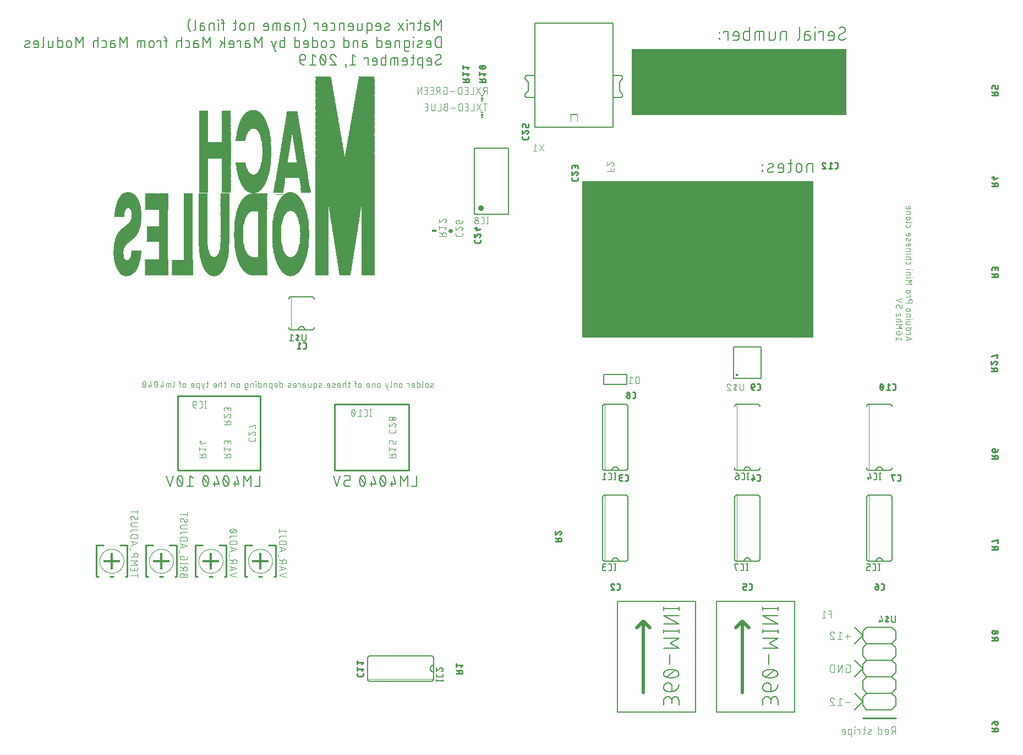
<source format=gbr>
G04 EAGLE Gerber RS-274X export*
G75*
%MOMM*%
%FSLAX34Y34*%
%LPD*%
%INSilkscreen Bottom*%
%IPPOS*%
%AMOC8*
5,1,8,0,0,1.08239X$1,22.5*%
G01*
%ADD10C,0.152400*%
%ADD11R,0.012700X0.012700*%
%ADD12R,0.025400X0.012700*%
%ADD13R,0.022863X0.012700*%
%ADD14R,0.035563X0.012700*%
%ADD15R,0.027938X0.012700*%
%ADD16R,0.010162X0.012700*%
%ADD17R,0.368300X0.012700*%
%ADD18R,0.406400X0.012700*%
%ADD19R,0.015238X0.012700*%
%ADD20R,0.378463X0.012700*%
%ADD21R,0.568963X0.012700*%
%ADD22R,0.530863X0.012700*%
%ADD23R,0.695963X0.012700*%
%ADD24R,0.685800X0.012700*%
%ADD25R,0.688338X0.012700*%
%ADD26R,0.815338X0.012700*%
%ADD27R,0.784863X0.012700*%
%ADD28R,0.789938X0.012700*%
%ADD29R,0.891538X0.012700*%
%ADD30R,0.866138X0.012700*%
%ADD31R,0.861063X0.012700*%
%ADD32R,0.965200X0.012700*%
%ADD33R,0.937262X0.012700*%
%ADD34R,0.949963X0.012700*%
%ADD35R,1.041400X0.012700*%
%ADD36R,1.028700X0.012700*%
%ADD37R,1.038863X0.012700*%
%ADD38R,1.104900X0.012700*%
%ADD39R,1.079500X0.012700*%
%ADD40R,1.181100X0.012700*%
%ADD41R,1.130300X0.012700*%
%ADD42R,1.153163X0.012700*%
%ADD43R,1.221738X0.012700*%
%ADD44R,2.971800X0.012700*%
%ADD45R,0.038100X0.012700*%
%ADD46R,0.076200X0.012700*%
%ADD47R,2.550163X0.012700*%
%ADD48R,0.177800X0.012700*%
%ADD49R,0.063500X0.012700*%
%ADD50R,1.206500X0.012700*%
%ADD51R,0.154938X0.012700*%
%ADD52R,0.215900X0.012700*%
%ADD53R,0.139700X0.012700*%
%ADD54R,0.116838X0.012700*%
%ADD55R,0.137162X0.012700*%
%ADD56R,0.086363X0.012700*%
%ADD57R,0.101600X0.012700*%
%ADD58R,0.066037X0.012700*%
%ADD59R,0.243838X0.012700*%
%ADD60R,0.114300X0.012700*%
%ADD61R,0.050800X0.012700*%
%ADD62R,1.209037X0.012700*%
%ADD63R,1.496063X0.012700*%
%ADD64R,0.647700X0.012700*%
%ADD65R,0.332738X0.012700*%
%ADD66R,0.088900X0.012700*%
%ADD67R,0.129537X0.012700*%
%ADD68R,0.342900X0.012700*%
%ADD69R,0.203200X0.012700*%
%ADD70R,0.111763X0.012700*%
%ADD71R,0.165100X0.012700*%
%ADD72R,1.285238X0.012700*%
%ADD73R,3.528063X0.012700*%
%ADD74R,3.187700X0.012700*%
%ADD75R,1.257300X0.012700*%
%ADD76R,2.402837X0.012700*%
%ADD77R,1.270000X0.012700*%
%ADD78R,1.955800X0.012700*%
%ADD79R,1.689100X0.012700*%
%ADD80R,1.965963X0.012700*%
%ADD81R,1.333500X0.012700*%
%ADD82R,3.515363X0.012700*%
%ADD83R,3.175000X0.012700*%
%ADD84R,1.292863X0.012700*%
%ADD85R,2.473963X0.012700*%
%ADD86R,1.323338X0.012700*%
%ADD87R,1.701800X0.012700*%
%ADD88R,1.943100X0.012700*%
%ADD89R,1.381763X0.012700*%
%ADD90R,1.343662X0.012700*%
%ADD91R,2.565400X0.012700*%
%ADD92R,1.369063X0.012700*%
%ADD93R,1.714500X0.012700*%
%ADD94R,1.445263X0.012700*%
%ADD95R,1.409700X0.012700*%
%ADD96R,2.590800X0.012700*%
%ADD97R,1.424937X0.012700*%
%ADD98R,1.470662X0.012700*%
%ADD99R,2.641600X0.012700*%
%ADD100R,1.457963X0.012700*%
%ADD101R,1.521463X0.012700*%
%ADD102R,3.200400X0.012700*%
%ADD103R,1.485900X0.012700*%
%ADD104R,2.692400X0.012700*%
%ADD105R,1.513838X0.012700*%
%ADD106R,1.953263X0.012700*%
%ADD107R,1.559563X0.012700*%
%ADD108R,1.526538X0.012700*%
%ADD109R,2.727963X0.012700*%
%ADD110R,1.600200X0.012700*%
%ADD111R,1.577338X0.012700*%
%ADD112R,2.743200X0.012700*%
%ADD113R,1.724662X0.012700*%
%ADD114R,1.640838X0.012700*%
%ADD115R,1.597662X0.012700*%
%ADD116R,2.809238X0.012700*%
%ADD117R,1.638300X0.012700*%
%ADD118R,1.678937X0.012700*%
%ADD119R,2.844800X0.012700*%
%ADD120R,1.676400X0.012700*%
%ADD121R,1.739900X0.012700*%
%ADD122R,1.717037X0.012700*%
%ADD123R,1.729738X0.012700*%
%ADD124R,1.767838X0.012700*%
%ADD125R,2.910837X0.012700*%
%ADD126R,1.750063X0.012700*%
%ADD127R,1.778000X0.012700*%
%ADD128R,2.921000X0.012700*%
%ADD129R,1.790700X0.012700*%
%ADD130R,1.755138X0.012700*%
%ADD131R,1.816100X0.012700*%
%ADD132R,1.780538X0.012700*%
%ADD133R,2.936238X0.012700*%
%ADD134R,1.841500X0.012700*%
%ADD135R,1.854200X0.012700*%
%ADD136R,3.502663X0.012700*%
%ADD137R,1.831338X0.012700*%
%ADD138R,2.987038X0.012700*%
%ADD139R,1.864363X0.012700*%
%ADD140R,1.765300X0.012700*%
%ADD141R,1.879600X0.012700*%
%ADD142R,3.012438X0.012700*%
%ADD143R,1.892300X0.012700*%
%ADD144R,1.917700X0.012700*%
%ADD145R,1.882138X0.012700*%
%ADD146R,3.063238X0.012700*%
%ADD147R,1.981200X0.012700*%
%ADD148R,3.058163X0.012700*%
%ADD149R,1.993900X0.012700*%
%ADD150R,1.930400X0.012700*%
%ADD151R,2.006600X0.012700*%
%ADD152R,3.489963X0.012700*%
%ADD153R,3.162300X0.012700*%
%ADD154R,1.983738X0.012700*%
%ADD155R,3.098800X0.012700*%
%ADD156R,2.034537X0.012700*%
%ADD157R,2.032000X0.012700*%
%ADD158R,2.004063X0.012700*%
%ADD159R,3.124200X0.012700*%
%ADD160R,2.067563X0.012700*%
%ADD161R,2.059938X0.012700*%
%ADD162R,2.095500X0.012700*%
%ADD163R,2.082800X0.012700*%
%ADD164R,2.054863X0.012700*%
%ADD165R,3.164837X0.012700*%
%ADD166R,2.123438X0.012700*%
%ADD167R,2.120900X0.012700*%
%ADD168R,3.190238X0.012700*%
%ADD169R,2.159000X0.012700*%
%ADD170R,2.133600X0.012700*%
%ADD171R,2.105663X0.012700*%
%ADD172R,3.185163X0.012700*%
%ADD173R,2.169163X0.012700*%
%ADD174R,2.171700X0.012700*%
%ADD175R,2.136138X0.012700*%
%ADD176R,3.215638X0.012700*%
%ADD177R,2.209800X0.012700*%
%ADD178R,1.803400X0.012700*%
%ADD179R,2.184400X0.012700*%
%ADD180R,3.225800X0.012700*%
%ADD181R,2.250438X0.012700*%
%ADD182R,2.219963X0.012700*%
%ADD183R,2.197100X0.012700*%
%ADD184R,3.251200X0.012700*%
%ADD185R,2.270763X0.012700*%
%ADD186R,2.245363X0.012700*%
%ADD187R,2.222500X0.012700*%
%ADD188R,3.266438X0.012700*%
%ADD189R,2.298700X0.012700*%
%ADD190R,2.258063X0.012700*%
%ADD191R,2.247900X0.012700*%
%ADD192R,3.274063X0.012700*%
%ADD193R,2.326637X0.012700*%
%ADD194R,2.283463X0.012700*%
%ADD195R,3.276600X0.012700*%
%ADD196R,2.352038X0.012700*%
%ADD197R,2.311400X0.012700*%
%ADD198R,2.308863X0.012700*%
%ADD199R,3.327400X0.012700*%
%ADD200R,2.372362X0.012700*%
%ADD201R,1.826263X0.012700*%
%ADD202R,2.336800X0.012700*%
%ADD203R,2.324100X0.012700*%
%ADD204R,3.340100X0.012700*%
%ADD205R,2.400300X0.012700*%
%ADD206R,2.349500X0.012700*%
%ADD207R,2.339338X0.012700*%
%ADD208R,3.337563X0.012700*%
%ADD209R,2.428238X0.012700*%
%ADD210R,2.374900X0.012700*%
%ADD211R,2.359663X0.012700*%
%ADD212R,3.365500X0.012700*%
%ADD213R,2.453638X0.012700*%
%ADD214R,2.413000X0.012700*%
%ADD215R,3.352800X0.012700*%
%ADD216R,3.403600X0.012700*%
%ADD217R,2.499363X0.012700*%
%ADD218R,2.438400X0.012700*%
%ADD219R,3.416300X0.012700*%
%ADD220R,2.529838X0.012700*%
%ADD221R,1.856738X0.012700*%
%ADD222R,2.463800X0.012700*%
%ADD223R,2.451100X0.012700*%
%ADD224R,3.413763X0.012700*%
%ADD225R,2.555238X0.012700*%
%ADD226R,2.491738X0.012700*%
%ADD227R,2.479038X0.012700*%
%ADD228R,3.441700X0.012700*%
%ADD229R,2.575563X0.012700*%
%ADD230R,2.517138X0.012700*%
%ADD231R,3.429000X0.012700*%
%ADD232R,2.588262X0.012700*%
%ADD233R,1.866900X0.012700*%
%ADD234R,2.514600X0.012700*%
%ADD235R,3.467100X0.012700*%
%ADD236R,2.616200X0.012700*%
%ADD237R,2.540000X0.012700*%
%ADD238R,2.542538X0.012700*%
%ADD239R,3.464562X0.012700*%
%ADD240R,2.656837X0.012700*%
%ADD241R,2.552700X0.012700*%
%ADD242R,3.492500X0.012700*%
%ADD243R,2.580637X0.012700*%
%ADD244R,3.479800X0.012700*%
%ADD245R,2.689863X0.012700*%
%ADD246R,2.593338X0.012700*%
%ADD247R,3.530600X0.012700*%
%ADD248R,2.702562X0.012700*%
%ADD249R,2.628900X0.012700*%
%ADD250R,2.618737X0.012700*%
%ADD251R,2.733038X0.012700*%
%ADD252R,2.644138X0.012700*%
%ADD253R,3.556000X0.012700*%
%ADD254R,2.758438X0.012700*%
%ADD255R,2.654300X0.012700*%
%ADD256R,3.568700X0.012700*%
%ADD257R,2.768600X0.012700*%
%ADD258R,2.682238X0.012700*%
%ADD259R,2.667000X0.012700*%
%ADD260R,2.804163X0.012700*%
%ADD261R,2.707638X0.012700*%
%ADD262R,2.705100X0.012700*%
%ADD263R,3.578863X0.012700*%
%ADD264R,1.905000X0.012700*%
%ADD265R,3.594100X0.012700*%
%ADD266R,2.819400X0.012700*%
%ADD267R,3.591563X0.012700*%
%ADD268R,2.860038X0.012700*%
%ADD269R,2.755900X0.012700*%
%ADD270R,3.619500X0.012700*%
%ADD271R,2.880362X0.012700*%
%ADD272R,3.616963X0.012700*%
%ADD273R,2.893063X0.012700*%
%ADD274R,2.781300X0.012700*%
%ADD275R,2.783838X0.012700*%
%ADD276R,3.644900X0.012700*%
%ADD277R,2.905763X0.012700*%
%ADD278R,2.794000X0.012700*%
%ADD279R,2.806700X0.012700*%
%ADD280R,3.657600X0.012700*%
%ADD281R,2.948937X0.012700*%
%ADD282R,3.642363X0.012700*%
%ADD283R,2.832100X0.012700*%
%ADD284R,2.834637X0.012700*%
%ADD285R,3.683000X0.012700*%
%ADD286R,1.927863X0.012700*%
%ADD287R,2.857500X0.012700*%
%ADD288R,3.695700X0.012700*%
%ADD289R,2.994663X0.012700*%
%ADD290R,2.870200X0.012700*%
%ADD291R,3.693163X0.012700*%
%ADD292R,3.007363X0.012700*%
%ADD293R,1.932938X0.012700*%
%ADD294R,2.885438X0.012700*%
%ADD295R,2.872737X0.012700*%
%ADD296R,3.708400X0.012700*%
%ADD297R,3.037838X0.012700*%
%ADD298R,2.898138X0.012700*%
%ADD299R,2.908300X0.012700*%
%ADD300R,3.705863X0.012700*%
%ADD301R,1.958338X0.012700*%
%ADD302R,2.923538X0.012700*%
%ADD303R,3.733800X0.012700*%
%ADD304R,3.073400X0.012700*%
%ADD305R,3.721100X0.012700*%
%ADD306R,3.083563X0.012700*%
%ADD307R,2.946400X0.012700*%
%ADD308R,3.759200X0.012700*%
%ADD309R,3.108963X0.012700*%
%ADD310R,1.968500X0.012700*%
%ADD311R,2.959100X0.012700*%
%ADD312R,3.743963X0.012700*%
%ADD313R,3.771900X0.012700*%
%ADD314R,3.152138X0.012700*%
%ADD315R,2.984500X0.012700*%
%ADD316R,3.787138X0.012700*%
%ADD317R,2.997200X0.012700*%
%ADD318R,3.009900X0.012700*%
%ADD319R,3.782063X0.012700*%
%ADD320R,3.022600X0.012700*%
%ADD321R,3.197863X0.012700*%
%ADD322R,3.025138X0.012700*%
%ADD323R,3.812538X0.012700*%
%ADD324R,3.210562X0.012700*%
%ADD325R,3.035300X0.012700*%
%ADD326R,3.060700X0.012700*%
%ADD327R,3.822700X0.012700*%
%ADD328R,3.048000X0.012700*%
%ADD329R,3.807463X0.012700*%
%ADD330R,3.253738X0.012700*%
%ADD331R,3.075938X0.012700*%
%ADD332R,3.848100X0.012700*%
%ADD333R,3.086100X0.012700*%
%ADD334R,3.088638X0.012700*%
%ADD335R,3.286763X0.012700*%
%ADD336R,3.111500X0.012700*%
%ADD337R,3.114038X0.012700*%
%ADD338R,3.126737X0.012700*%
%ADD339R,3.873500X0.012700*%
%ADD340R,3.299463X0.012700*%
%ADD341R,3.139438X0.012700*%
%ADD342R,3.149600X0.012700*%
%ADD343R,3.863338X0.012700*%
%ADD344R,3.355338X0.012700*%
%ADD345R,3.898900X0.012700*%
%ADD346R,3.368038X0.012700*%
%ADD347R,2.019300X0.012700*%
%ADD348R,3.177538X0.012700*%
%ADD349R,3.914138X0.012700*%
%ADD350R,3.401063X0.012700*%
%ADD351R,2.029463X0.012700*%
%ADD352R,3.924300X0.012700*%
%ADD353R,3.213100X0.012700*%
%ADD354R,3.228338X0.012700*%
%ADD355R,3.939538X0.012700*%
%ADD356R,3.444238X0.012700*%
%ADD357R,2.044700X0.012700*%
%ADD358R,3.934462X0.012700*%
%ADD359R,3.469638X0.012700*%
%ADD360R,3.223263X0.012700*%
%ADD361R,3.964938X0.012700*%
%ADD362R,3.248663X0.012700*%
%ADD363R,3.261363X0.012700*%
%ADD364R,3.975100X0.012700*%
%ADD365R,2.057400X0.012700*%
%ADD366R,3.302000X0.012700*%
%ADD367R,3.324863X0.012700*%
%ADD368R,4.000500X0.012700*%
%ADD369R,3.558538X0.012700*%
%ADD370R,3.312163X0.012700*%
%ADD371R,4.015738X0.012700*%
%ADD372R,3.314700X0.012700*%
%ADD373R,3.571238X0.012700*%
%ADD374R,4.025900X0.012700*%
%ADD375R,4.010663X0.012700*%
%ADD376R,3.350263X0.012700*%
%ADD377R,3.375663X0.012700*%
%ADD378R,3.390900X0.012700*%
%ADD379R,4.051300X0.012700*%
%ADD380R,3.388362X0.012700*%
%ADD381R,4.066537X0.012700*%
%ADD382R,2.108200X0.012700*%
%ADD383R,3.672837X0.012700*%
%ADD384R,3.426462X0.012700*%
%ADD385R,4.091938X0.012700*%
%ADD386R,3.454400X0.012700*%
%ADD387R,4.086863X0.012700*%
%ADD388R,3.477263X0.012700*%
%ADD389R,4.102100X0.012700*%
%ADD390R,3.746500X0.012700*%
%ADD391R,3.451863X0.012700*%
%ADD392R,4.117338X0.012700*%
%ADD393R,3.774438X0.012700*%
%ADD394R,2.131063X0.012700*%
%ADD395R,3.505200X0.012700*%
%ADD396R,4.127500X0.012700*%
%ADD397R,3.784600X0.012700*%
%ADD398R,3.517900X0.012700*%
%ADD399R,4.142737X0.012700*%
%ADD400R,2.146300X0.012700*%
%ADD401R,4.137663X0.012700*%
%ADD402R,3.837938X0.012700*%
%ADD403R,3.553463X0.012700*%
%ADD404R,4.168138X0.012700*%
%ADD405R,3.876038X0.012700*%
%ADD406R,3.543300X0.012700*%
%ADD407R,4.178300X0.012700*%
%ADD408R,3.886200X0.012700*%
%ADD409R,3.566163X0.012700*%
%ADD410R,3.606800X0.012700*%
%ADD411R,4.193538X0.012700*%
%ADD412R,3.909063X0.012700*%
%ADD413R,4.203700X0.012700*%
%ADD414R,3.629663X0.012700*%
%ADD415R,3.949700X0.012700*%
%ADD416R,4.218938X0.012700*%
%ADD417R,3.962400X0.012700*%
%ADD418R,4.229100X0.012700*%
%ADD419R,3.977638X0.012700*%
%ADD420R,3.604263X0.012700*%
%ADD421R,4.213863X0.012700*%
%ADD422R,3.670300X0.012700*%
%ADD423R,4.244338X0.012700*%
%ADD424R,3.987800X0.012700*%
%ADD425R,3.632200X0.012700*%
%ADD426R,3.680462X0.012700*%
%ADD427R,4.254500X0.012700*%
%ADD428R,4.239263X0.012700*%
%ADD429R,4.269738X0.012700*%
%ADD430R,4.041138X0.012700*%
%ADD431R,4.279900X0.012700*%
%ADD432R,4.064000X0.012700*%
%ADD433R,3.667763X0.012700*%
%ADD434R,3.731263X0.012700*%
%ADD435R,4.264663X0.012700*%
%ADD436R,4.076700X0.012700*%
%ADD437R,2.232662X0.012700*%
%ADD438R,4.295138X0.012700*%
%ADD439R,4.099563X0.012700*%
%ADD440R,4.305300X0.012700*%
%ADD441R,4.112262X0.012700*%
%ADD442R,3.718562X0.012700*%
%ADD443R,4.124963X0.012700*%
%ADD444R,4.320538X0.012700*%
%ADD445R,4.140200X0.012700*%
%ADD446R,2.260600X0.012700*%
%ADD447R,3.794763X0.012700*%
%ADD448R,4.330700X0.012700*%
%ADD449R,4.152900X0.012700*%
%ADD450R,4.315463X0.012700*%
%ADD451R,4.165600X0.012700*%
%ADD452R,4.345937X0.012700*%
%ADD453R,4.201163X0.012700*%
%ADD454R,3.756663X0.012700*%
%ADD455R,3.845563X0.012700*%
%ADD456R,4.356100X0.012700*%
%ADD457R,3.769363X0.012700*%
%ADD458R,4.340863X0.012700*%
%ADD459R,2.286000X0.012700*%
%ADD460R,4.371338X0.012700*%
%ADD461R,4.226563X0.012700*%
%ADD462R,3.860800X0.012700*%
%ADD463R,3.799838X0.012700*%
%ADD464R,3.858263X0.012700*%
%ADD465R,4.366263X0.012700*%
%ADD466R,4.381500X0.012700*%
%ADD467R,4.267200X0.012700*%
%ADD468R,3.896363X0.012700*%
%ADD469R,4.396738X0.012700*%
%ADD470R,4.292600X0.012700*%
%ADD471R,4.406900X0.012700*%
%ADD472R,3.850638X0.012700*%
%ADD473R,4.328163X0.012700*%
%ADD474R,3.835400X0.012700*%
%ADD475R,4.422137X0.012700*%
%ADD476R,4.417063X0.012700*%
%ADD477R,4.343400X0.012700*%
%ADD478R,2.334262X0.012700*%
%ADD479R,4.432300X0.012700*%
%ADD480R,4.368800X0.012700*%
%ADD481R,4.447538X0.012700*%
%ADD482R,4.394200X0.012700*%
%ADD483R,4.457700X0.012700*%
%ADD484R,3.990338X0.012700*%
%ADD485R,4.442463X0.012700*%
%ADD486R,2.362200X0.012700*%
%ADD487R,3.901438X0.012700*%
%ADD488R,4.472938X0.012700*%
%ADD489R,4.429762X0.012700*%
%ADD490R,4.445000X0.012700*%
%ADD491R,4.467862X0.012700*%
%ADD492R,4.483100X0.012700*%
%ADD493R,4.470400X0.012700*%
%ADD494R,2.387600X0.012700*%
%ADD495R,3.926837X0.012700*%
%ADD496R,4.498337X0.012700*%
%ADD497R,4.061463X0.012700*%
%ADD498R,4.508500X0.012700*%
%ADD499R,4.495800X0.012700*%
%ADD500R,1.800863X0.012700*%
%ADD501R,4.493263X0.012700*%
%ADD502R,4.518663X0.012700*%
%ADD503R,4.523738X0.012700*%
%ADD504R,4.531363X0.012700*%
%ADD505R,1.805938X0.012700*%
%ADD506R,0.040638X0.012700*%
%ADD507R,1.422400X0.012700*%
%ADD508R,4.533900X0.012700*%
%ADD509R,4.559300X0.012700*%
%ADD510R,1.371600X0.012700*%
%ADD511R,1.691638X0.012700*%
%ADD512R,4.544062X0.012700*%
%ADD513R,2.435863X0.012700*%
%ADD514R,1.358900X0.012700*%
%ADD515R,4.549138X0.012700*%
%ADD516R,4.572000X0.012700*%
%ADD517R,1.666238X0.012700*%
%ADD518R,4.584700X0.012700*%
%ADD519R,1.663700X0.012700*%
%ADD520R,2.425700X0.012700*%
%ADD521R,1.651000X0.012700*%
%ADD522R,1.742438X0.012700*%
%ADD523R,4.597400X0.012700*%
%ADD524R,4.610100X0.012700*%
%ADD525R,1.625600X0.012700*%
%ADD526R,1.704338X0.012700*%
%ADD527R,0.241300X0.012700*%
%ADD528R,0.457200X0.012700*%
%ADD529R,0.444500X0.012700*%
%ADD530R,0.091438X0.012700*%
%ADD531R,0.254000X0.012700*%
%ADD532R,1.447800X0.012700*%
%ADD533R,4.574537X0.012700*%
%ADD534R,4.620262X0.012700*%
%ADD535R,1.628138X0.012700*%
%ADD536R,4.632963X0.012700*%
%ADD537R,4.163063X0.012700*%
%ADD538R,4.648200X0.012700*%
%ADD539R,1.615438X0.012700*%
%ADD540R,4.660900X0.012700*%
%ADD541R,1.602738X0.012700*%
%ADD542R,1.384300X0.012700*%
%ADD543R,4.569463X0.012700*%
%ADD544R,1.590037X0.012700*%
%ADD545R,2.461263X0.012700*%
%ADD546R,4.599938X0.012700*%
%ADD547R,4.686300X0.012700*%
%ADD548R,1.574800X0.012700*%
%ADD549R,2.489200X0.012700*%
%ADD550R,1.564638X0.012700*%
%ADD551R,4.699000X0.012700*%
%ADD552R,1.562100X0.012700*%
%ADD553R,2.501900X0.012700*%
%ADD554R,4.711700X0.012700*%
%ADD555R,1.549400X0.012700*%
%ADD556R,1.612900X0.012700*%
%ADD557R,4.625338X0.012700*%
%ADD558R,4.721863X0.012700*%
%ADD559R,1.587500X0.012700*%
%ADD560R,4.734563X0.012700*%
%ADD561R,1.536700X0.012700*%
%ADD562R,4.749800X0.012700*%
%ADD563R,1.346200X0.012700*%
%ADD564R,4.635500X0.012700*%
%ADD565R,4.762500X0.012700*%
%ADD566R,2.527300X0.012700*%
%ADD567R,1.534163X0.012700*%
%ADD568R,4.775200X0.012700*%
%ADD569R,4.650737X0.012700*%
%ADD570R,2.537463X0.012700*%
%ADD571R,0.152400X0.012700*%
%ADD572R,0.048262X0.012700*%
%ADD573R,0.060963X0.012700*%
%ADD574R,1.460500X0.012700*%
%ADD575R,1.508763X0.012700*%
%ADD576R,2.235200X0.012700*%
%ADD577R,1.374138X0.012700*%
%ADD578R,2.225038X0.012700*%
%ADD579R,2.385063X0.012700*%
%ADD580R,2.110737X0.012700*%
%ADD581R,2.156462X0.012700*%
%ADD582R,2.118362X0.012700*%
%ADD583R,2.263138X0.012700*%
%ADD584R,1.907538X0.012700*%
%ADD585R,2.237738X0.012700*%
%ADD586R,2.080262X0.012700*%
%ADD587R,2.186937X0.012700*%
%ADD588R,1.869438X0.012700*%
%ADD589R,2.009138X0.012700*%
%ADD590R,1.828800X0.012700*%
%ADD591R,1.971037X0.012700*%
%ADD592R,2.070100X0.012700*%
%ADD593R,1.498600X0.012700*%
%ADD594R,1.524000X0.012700*%
%ADD595R,1.775463X0.012700*%
%ADD596R,1.940563X0.012700*%
%ADD597R,1.920238X0.012700*%
%ADD598R,1.348738X0.012700*%
%ADD599R,1.511300X0.012700*%
%ADD600R,2.603500X0.012700*%
%ADD601R,1.473200X0.012700*%
%ADD602R,1.851662X0.012700*%
%ADD603R,1.699263X0.012700*%
%ADD604R,1.673863X0.012700*%
%ADD605R,1.813563X0.012700*%
%ADD606R,1.501138X0.012700*%
%ADD607R,2.639063X0.012700*%
%ADD608R,1.648463X0.012700*%
%ADD609R,1.902463X0.012700*%
%ADD610R,1.653538X0.012700*%
%ADD611R,1.788163X0.012700*%
%ADD612R,1.488438X0.012700*%
%ADD613R,1.623063X0.012700*%
%ADD614R,1.752600X0.012700*%
%ADD615R,2.677163X0.012700*%
%ADD616R,1.572263X0.012700*%
%ADD617R,1.475738X0.012700*%
%ADD618R,1.727200X0.012700*%
%ADD619R,1.551937X0.012700*%
%ADD620R,2.717800X0.012700*%
%ADD621R,1.463037X0.012700*%
%ADD622R,1.686563X0.012700*%
%ADD623R,2.730500X0.012700*%
%ADD624R,1.546863X0.012700*%
%ADD625R,2.740663X0.012700*%
%ADD626R,1.661163X0.012700*%
%ADD627R,2.778763X0.012700*%
%ADD628R,1.450338X0.012700*%
%ADD629R,1.584963X0.012700*%
%ADD630R,2.842263X0.012700*%
%ADD631R,1.435100X0.012700*%
%ADD632R,2.847338X0.012700*%
%ADD633R,0.317500X0.012700*%
%ADD634R,0.226062X0.012700*%
%ADD635R,0.396238X0.012700*%
%ADD636R,1.419863X0.012700*%
%ADD637R,0.127000X0.012700*%
%ADD638R,1.539238X0.012700*%
%ADD639R,2.895600X0.012700*%
%ADD640R,1.399538X0.012700*%
%ADD641R,2.933700X0.012700*%
%ADD642R,2.943863X0.012700*%
%ADD643R,1.394463X0.012700*%
%ADD644R,1.483363X0.012700*%
%ADD645R,2.999738X0.012700*%
%ADD646R,3.045463X0.012700*%
%ADD647R,3.050538X0.012700*%
%ADD648R,1.437638X0.012700*%
%ADD649R,3.101338X0.012700*%
%ADD650R,1.432562X0.012700*%
%ADD651R,3.136900X0.012700*%
%ADD652R,3.147063X0.012700*%
%ADD653R,1.838963X0.012700*%
%ADD654R,3.159763X0.012700*%
%ADD655R,1.877063X0.012700*%
%ADD656R,1.412238X0.012700*%
%ADD657R,1.889763X0.012700*%
%ADD658R,1.894838X0.012700*%
%ADD659R,1.407163X0.012700*%
%ADD660R,3.202937X0.012700*%
%ADD661R,1.945638X0.012700*%
%ADD662R,1.996438X0.012700*%
%ADD663R,2.021838X0.012700*%
%ADD664R,2.085338X0.012700*%
%ADD665R,3.238500X0.012700*%
%ADD666R,3.263900X0.012700*%
%ADD667R,1.397000X0.012700*%
%ADD668R,2.181863X0.012700*%
%ADD669R,2.194562X0.012700*%
%ADD670R,2.207263X0.012700*%
%ADD671R,3.304538X0.012700*%
%ADD672R,3.289300X0.012700*%
%ADD673R,2.275838X0.012700*%
%ADD674R,2.364737X0.012700*%
%ADD675R,2.390138X0.012700*%
%ADD676R,2.440937X0.012700*%
%ADD677R,2.476500X0.012700*%
%ADD678R,3.378200X0.012700*%
%ADD679R,2.512063X0.012700*%
%ADD680R,3.362963X0.012700*%
%ADD681R,2.578100X0.012700*%
%ADD682R,3.406138X0.012700*%
%ADD683R,2.631438X0.012700*%
%ADD684R,3.418837X0.012700*%
%ADD685R,2.720338X0.012700*%
%ADD686R,1.386838X0.012700*%
%ADD687R,2.753363X0.012700*%
%ADD688R,2.766063X0.012700*%
%ADD689R,2.816863X0.012700*%
%ADD690R,3.507738X0.012700*%
%ADD691R,2.882900X0.012700*%
%ADD692R,3.581400X0.012700*%
%ADD693R,2.961638X0.012700*%
%ADD694R,2.974338X0.012700*%
%ADD695R,3.596638X0.012700*%
%ADD696R,3.609338X0.012700*%
%ADD697R,3.622038X0.012700*%
%ADD698R,3.032763X0.012700*%
%ADD699R,3.685538X0.012700*%
%ADD700R,3.020063X0.012700*%
%ADD701R,3.710938X0.012700*%
%ADD702R,3.723638X0.012700*%
%ADD703R,2.981963X0.012700*%
%ADD704R,2.969263X0.012700*%
%ADD705R,2.956562X0.012700*%
%ADD706R,2.931163X0.012700*%
%ADD707R,3.797300X0.012700*%
%ADD708R,2.867663X0.012700*%
%ADD709R,2.854963X0.012700*%
%ADD710R,2.829563X0.012700*%
%ADD711R,3.870963X0.012700*%
%ADD712R,3.937000X0.012700*%
%ADD713R,2.669538X0.012700*%
%ADD714R,2.504438X0.012700*%
%ADD715R,4.003038X0.012700*%
%ADD716R,4.028437X0.012700*%
%ADD717R,4.038600X0.012700*%
%ADD718R,4.079238X0.012700*%
%ADD719R,2.212338X0.012700*%
%ADD720R,4.074162X0.012700*%
%ADD721R,4.089400X0.012700*%
%ADD722R,2.161538X0.012700*%
%ADD723R,2.148837X0.012700*%
%ADD724R,4.191000X0.012700*%
%ADD725R,4.175763X0.012700*%
%ADD726R,4.180837X0.012700*%
%ADD727R,1.844037X0.012700*%
%ADD728R,1.818638X0.012700*%
%ADD729R,4.231638X0.012700*%
%ADD730R,4.241800X0.012700*%
%ADD731R,4.333238X0.012700*%
%ADD732R,4.384037X0.012700*%
%ADD733R,4.409438X0.012700*%
%ADD734R,4.434838X0.012700*%
%ADD735R,4.480563X0.012700*%
%ADD736R,4.485638X0.012700*%
%ADD737R,4.511038X0.012700*%
%ADD738R,4.546600X0.012700*%
%ADD739R,4.594863X0.012700*%
%ADD740R,4.638038X0.012700*%
%ADD741R,1.711963X0.012700*%
%ADD742R,4.673600X0.012700*%
%ADD743R,4.696462X0.012700*%
%ADD744R,1.978662X0.012700*%
%ADD745R,4.726938X0.012700*%
%ADD746R,4.737100X0.012700*%
%ADD747R,2.199638X0.012700*%
%ADD748R,4.787900X0.012700*%
%ADD749R,4.798063X0.012700*%
%ADD750R,4.828538X0.012700*%
%ADD751R,4.813300X0.012700*%
%ADD752R,4.724400X0.012700*%
%ADD753R,4.851400X0.012700*%
%ADD754R,1.635763X0.012700*%
%ADD755R,0.180338X0.012700*%
%ADD756R,0.149863X0.012700*%
%ADD757R,0.104138X0.012700*%
%ADD758R,0.200663X0.012700*%
%ADD759R,4.864100X0.012700*%
%ADD760R,4.876800X0.012700*%
%ADD761R,4.889500X0.012700*%
%ADD762R,4.899662X0.012700*%
%ADD763R,4.914900X0.012700*%
%ADD764R,4.930137X0.012700*%
%ADD765R,4.940300X0.012700*%
%ADD766R,4.925063X0.012700*%
%ADD767R,4.953000X0.012700*%
%ADD768R,4.965700X0.012700*%
%ADD769R,3.825238X0.012700*%
%ADD770R,4.978400X0.012700*%
%ADD771R,3.810000X0.012700*%
%ADD772R,4.988563X0.012700*%
%ADD773R,4.391662X0.012700*%
%ADD774R,5.001263X0.012700*%
%ADD775R,4.991100X0.012700*%
%ADD776R,5.016500X0.012700*%
%ADD777R,5.031738X0.012700*%
%ADD778R,3.736338X0.012700*%
%ADD779R,5.044437X0.012700*%
%ADD780R,5.041900X0.012700*%
%ADD781R,5.054600X0.012700*%
%ADD782R,4.188462X0.012700*%
%ADD783R,5.080000X0.012700*%
%ADD784R,5.067300X0.012700*%
%ADD785R,4.290063X0.012700*%
%ADD786R,3.647438X0.012700*%
%ADD787R,5.090162X0.012700*%
%ADD788R,3.634737X0.012700*%
%ADD789R,5.092700X0.012700*%
%ADD790R,5.102863X0.012700*%
%ADD791R,4.036062X0.012700*%
%ADD792R,5.118100X0.012700*%
%ADD793R,5.143500X0.012700*%
%ADD794R,3.997963X0.012700*%
%ADD795R,5.133338X0.012700*%
%ADD796R,5.146038X0.012700*%
%ADD797R,7.112000X0.012700*%
%ADD798R,7.099300X0.012700*%
%ADD799R,9.065263X0.012700*%
%ADD800R,3.911600X0.012700*%
%ADD801R,9.067800X0.012700*%
%ADD802R,9.077962X0.012700*%
%ADD803R,9.055100X0.012700*%
%ADD804R,3.761738X0.012700*%
%ADD805R,3.660138X0.012700*%
%ADD806R,3.959863X0.012700*%
%ADD807R,3.545838X0.012700*%
%ADD808R,3.888738X0.012700*%
%ADD809R,3.172462X0.012700*%
%ADD810R,3.134362X0.012700*%
%ADD811R,3.832863X0.012700*%
%ADD812R,3.342638X0.012700*%
%ADD813R,2.679700X0.012700*%
%ADD814R,2.791463X0.012700*%
%ADD815R,2.600963X0.012700*%
%ADD816R,2.486662X0.012700*%
%ADD817R,2.273300X0.012700*%
%ADD818R,2.174238X0.012700*%
%ADD819R,2.072637X0.012700*%
%ADD820R,1.762763X0.012700*%
%ADD821R,2.626362X0.012700*%
%ADD822R,0.467363X0.012700*%
%ADD823R,0.574037X0.012700*%
%ADD824R,0.289563X0.012700*%
%ADD825R,0.751838X0.012700*%
%ADD826R,0.683262X0.012700*%
%ADD827R,1.143000X0.012700*%
%ADD828R,1.297937X0.012700*%
%ADD829R,1.272538X0.012700*%
%ADD830R,1.242063X0.012700*%
%ADD831R,1.076963X0.012700*%
%ADD832R,0.988063X0.012700*%
%ADD833R,1.000762X0.012700*%
%ADD834R,0.269238X0.012700*%
%ADD835R,0.914400X0.012700*%
%ADD836R,0.835663X0.012700*%
%ADD837R,0.548638X0.012700*%
%ADD838R,0.635000X0.012700*%
%ADD839R,0.726438X0.012700*%
%ADD840R,0.764538X0.012700*%
%ADD841R,0.637537X0.012700*%
%ADD842R,0.561338X0.012700*%
%ADD843R,0.508000X0.012700*%
%ADD844R,0.952500X0.012700*%
%ADD845R,0.078738X0.012700*%
%ADD846R,0.175263X0.012700*%
%ADD847R,1.120138X0.012700*%
%ADD848R,0.383538X0.012700*%
%ADD849R,1.247138X0.012700*%
%ADD850R,9.090663X0.012700*%
%ADD851R,1.308100X0.012700*%
%ADD852R,2.651763X0.012700*%
%ADD853R,3.456937X0.012700*%
%ADD854R,3.520438X0.012700*%
%ADD855R,4.053838X0.012700*%
%ADD856R,4.130038X0.012700*%
%ADD857R,4.927600X0.012700*%
%ADD858R,4.902200X0.012700*%
%ADD859R,9.080500X0.012700*%
%ADD860R,4.874263X0.012700*%
%ADD861R,4.645663X0.012700*%
%ADD862R,4.861563X0.012700*%
%ADD863R,4.676138X0.012700*%
%ADD864R,4.838700X0.012700*%
%ADD865R,4.826000X0.012700*%
%ADD866R,4.785363X0.012700*%
%ADD867R,2.016763X0.012700*%
%ADD868R,4.772663X0.012700*%
%ADD869R,4.759963X0.012700*%
%ADD870R,4.671063X0.012700*%
%ADD871R,4.658362X0.012700*%
%ADD872R,4.622800X0.012700*%
%ADD873R,4.556763X0.012700*%
%ADD874R,4.521200X0.012700*%
%ADD875R,4.419600X0.012700*%
%ADD876R,4.318000X0.012700*%
%ADD877R,4.307837X0.012700*%
%ADD878R,4.216400X0.012700*%
%ADD879R,4.206238X0.012700*%
%ADD880R,1.356363X0.012700*%
%ADD881R,4.879338X0.012700*%
%ADD882R,1.361438X0.012700*%
%ADD883R,4.536437X0.012700*%
%ADD884R,4.378963X0.012700*%
%ADD885R,4.404363X0.012700*%
%ADD886R,4.302763X0.012700*%
%ADD887R,4.353562X0.012700*%
%ADD888R,4.277363X0.012700*%
%ADD889R,4.282438X0.012700*%
%ADD890R,4.251963X0.012700*%
%ADD891R,1.318263X0.012700*%
%ADD892R,4.150362X0.012700*%
%ADD893R,1.320800X0.012700*%
%ADD894R,4.114800X0.012700*%
%ADD895R,4.023363X0.012700*%
%ADD896R,4.048763X0.012700*%
%ADD897R,3.972562X0.012700*%
%ADD898R,4.013200X0.012700*%
%ADD899R,3.947163X0.012700*%
%ADD900R,3.921763X0.012700*%
%ADD901R,1.310638X0.012700*%
%ADD902R,1.305562X0.012700*%
%ADD903R,2.524763X0.012700*%
%ADD904R,3.820163X0.012700*%
%ADD905R,1.991363X0.012700*%
%ADD906R,2.092963X0.012700*%
%ADD907R,2.423163X0.012700*%
%ADD908R,2.410462X0.012700*%
%ADD909R,2.321563X0.012700*%
%ADD910R,3.655063X0.012700*%
%ADD911R,2.288537X0.012700*%
%ADD912R,2.143763X0.012700*%
%ADD913R,4.155438X0.012700*%
%ADD914R,4.104637X0.012700*%
%ADD915R,3.952238X0.012700*%
%ADD916R,3.540763X0.012700*%
%ADD917R,3.495038X0.012700*%
%ADD918R,3.439163X0.012700*%
%ADD919R,0.708663X0.012700*%
%ADD920R,3.317238X0.012700*%
%ADD921R,1.231900X0.012700*%
%ADD922R,1.170937X0.012700*%
%ADD923R,0.977900X0.012700*%
%ADD924R,0.863600X0.012700*%
%ADD925R,3.291838X0.012700*%
%ADD926R,0.812800X0.012700*%
%ADD927R,0.777238X0.012700*%
%ADD928R,3.241038X0.012700*%
%ADD929R,3.235963X0.012700*%
%ADD930R,3.096263X0.012700*%
%ADD931R,2.796538X0.012700*%
%ADD932R,2.715263X0.012700*%
%ADD933R,2.745738X0.012700*%
%ADD934R,2.664462X0.012700*%
%ADD935R,2.694937X0.012700*%
%ADD936R,2.613663X0.012700*%
%ADD937R,2.562863X0.012700*%
%ADD938R,0.124463X0.012700*%
%ADD939R,0.266700X0.012700*%
%ADD940R,0.365762X0.012700*%
%ADD941R,0.228600X0.012700*%
%ADD942R,0.190500X0.012700*%
%ADD943R,0.187963X0.012700*%
%ADD944R,0.594363X0.012700*%
%ADD945C,0.000000*%
%ADD946C,0.254000*%
%ADD947C,0.076200*%
%ADD948C,0.177800*%
%ADD949R,33.020000X10.160000*%
%ADD950R,35.560000X24.130000*%
%ADD951C,0.101600*%
%ADD952R,2.650000X0.400000*%
%ADD953R,0.400000X2.650000*%
%ADD954C,0.228600*%
%ADD955C,0.558800*%
%ADD956C,0.127000*%
%ADD957C,0.050800*%
%ADD958C,0.203200*%
%ADD959C,0.884400*%
%ADD960R,0.762000X0.457200*%
%ADD961R,0.300000X0.150000*%
%ADD962R,0.300000X0.300000*%
%ADD963C,0.427200*%
%ADD964C,0.508000*%
%ADD965C,0.050400*%


D10*
X621538Y1095502D02*
X621538Y1111758D01*
X616119Y1102727D01*
X610701Y1111758D01*
X610701Y1095502D01*
X600492Y1101824D02*
X596428Y1101824D01*
X600492Y1101824D02*
X600604Y1101822D01*
X600715Y1101816D01*
X600826Y1101806D01*
X600937Y1101793D01*
X601047Y1101775D01*
X601156Y1101753D01*
X601265Y1101728D01*
X601373Y1101699D01*
X601479Y1101666D01*
X601585Y1101629D01*
X601689Y1101589D01*
X601791Y1101545D01*
X601892Y1101497D01*
X601991Y1101446D01*
X602089Y1101391D01*
X602184Y1101333D01*
X602277Y1101272D01*
X602368Y1101207D01*
X602457Y1101139D01*
X602543Y1101068D01*
X602626Y1100995D01*
X602707Y1100918D01*
X602786Y1100838D01*
X602861Y1100756D01*
X602933Y1100671D01*
X603003Y1100584D01*
X603069Y1100494D01*
X603132Y1100402D01*
X603192Y1100307D01*
X603248Y1100211D01*
X603301Y1100113D01*
X603350Y1100013D01*
X603396Y1099911D01*
X603438Y1099808D01*
X603477Y1099703D01*
X603512Y1099597D01*
X603543Y1099490D01*
X603570Y1099382D01*
X603594Y1099273D01*
X603613Y1099163D01*
X603629Y1099053D01*
X603641Y1098942D01*
X603649Y1098830D01*
X603653Y1098719D01*
X603653Y1098607D01*
X603649Y1098496D01*
X603641Y1098384D01*
X603629Y1098273D01*
X603613Y1098163D01*
X603594Y1098053D01*
X603570Y1097944D01*
X603543Y1097836D01*
X603512Y1097729D01*
X603477Y1097623D01*
X603438Y1097518D01*
X603396Y1097415D01*
X603350Y1097313D01*
X603301Y1097213D01*
X603248Y1097115D01*
X603192Y1097019D01*
X603132Y1096924D01*
X603069Y1096832D01*
X603003Y1096742D01*
X602933Y1096655D01*
X602861Y1096570D01*
X602786Y1096488D01*
X602707Y1096408D01*
X602626Y1096331D01*
X602543Y1096258D01*
X602457Y1096187D01*
X602368Y1096119D01*
X602277Y1096054D01*
X602184Y1095993D01*
X602089Y1095935D01*
X601991Y1095880D01*
X601892Y1095829D01*
X601791Y1095781D01*
X601689Y1095737D01*
X601585Y1095697D01*
X601479Y1095660D01*
X601373Y1095627D01*
X601265Y1095598D01*
X601156Y1095573D01*
X601047Y1095551D01*
X600937Y1095533D01*
X600826Y1095520D01*
X600715Y1095510D01*
X600604Y1095504D01*
X600492Y1095502D01*
X596428Y1095502D01*
X596428Y1103630D01*
X596430Y1103731D01*
X596436Y1103832D01*
X596445Y1103933D01*
X596458Y1104034D01*
X596475Y1104134D01*
X596496Y1104233D01*
X596520Y1104331D01*
X596548Y1104428D01*
X596580Y1104525D01*
X596615Y1104620D01*
X596654Y1104713D01*
X596696Y1104805D01*
X596742Y1104896D01*
X596791Y1104985D01*
X596843Y1105071D01*
X596899Y1105156D01*
X596957Y1105239D01*
X597019Y1105319D01*
X597084Y1105397D01*
X597151Y1105473D01*
X597221Y1105546D01*
X597294Y1105616D01*
X597370Y1105683D01*
X597448Y1105748D01*
X597528Y1105810D01*
X597611Y1105868D01*
X597696Y1105924D01*
X597783Y1105976D01*
X597871Y1106025D01*
X597962Y1106071D01*
X598054Y1106113D01*
X598147Y1106152D01*
X598242Y1106187D01*
X598339Y1106219D01*
X598436Y1106247D01*
X598534Y1106271D01*
X598633Y1106292D01*
X598733Y1106309D01*
X598834Y1106322D01*
X598935Y1106331D01*
X599036Y1106337D01*
X599137Y1106339D01*
X602750Y1106339D01*
X590809Y1106339D02*
X585390Y1106339D01*
X589002Y1111758D02*
X589002Y1098211D01*
X589000Y1098110D01*
X588994Y1098009D01*
X588985Y1097908D01*
X588972Y1097807D01*
X588955Y1097707D01*
X588934Y1097608D01*
X588910Y1097510D01*
X588882Y1097413D01*
X588850Y1097316D01*
X588815Y1097221D01*
X588776Y1097128D01*
X588734Y1097036D01*
X588688Y1096945D01*
X588639Y1096857D01*
X588587Y1096770D01*
X588531Y1096685D01*
X588473Y1096602D01*
X588411Y1096522D01*
X588346Y1096444D01*
X588279Y1096368D01*
X588209Y1096295D01*
X588136Y1096225D01*
X588060Y1096158D01*
X587982Y1096093D01*
X587902Y1096031D01*
X587819Y1095973D01*
X587734Y1095917D01*
X587648Y1095865D01*
X587559Y1095816D01*
X587468Y1095770D01*
X587376Y1095728D01*
X587283Y1095689D01*
X587188Y1095654D01*
X587091Y1095622D01*
X586994Y1095594D01*
X586896Y1095570D01*
X586797Y1095549D01*
X586697Y1095532D01*
X586596Y1095519D01*
X586495Y1095510D01*
X586394Y1095504D01*
X586293Y1095502D01*
X585390Y1095502D01*
X579006Y1095502D02*
X579006Y1106339D01*
X573587Y1106339D01*
X573587Y1104533D01*
X568705Y1106339D02*
X568705Y1095502D01*
X569156Y1110855D02*
X569156Y1111758D01*
X568253Y1111758D01*
X568253Y1110855D01*
X569156Y1110855D01*
X555714Y1106339D02*
X562938Y1095502D01*
X555714Y1095502D02*
X562938Y1106339D01*
X540221Y1101824D02*
X535706Y1100018D01*
X540221Y1101824D02*
X540309Y1101861D01*
X540395Y1101902D01*
X540480Y1101946D01*
X540563Y1101994D01*
X540643Y1102045D01*
X540722Y1102099D01*
X540798Y1102157D01*
X540872Y1102217D01*
X540944Y1102281D01*
X541012Y1102347D01*
X541078Y1102417D01*
X541141Y1102488D01*
X541202Y1102563D01*
X541259Y1102639D01*
X541312Y1102718D01*
X541363Y1102799D01*
X541410Y1102882D01*
X541454Y1102967D01*
X541494Y1103054D01*
X541531Y1103142D01*
X541564Y1103232D01*
X541594Y1103323D01*
X541619Y1103415D01*
X541641Y1103508D01*
X541659Y1103602D01*
X541674Y1103696D01*
X541684Y1103791D01*
X541690Y1103887D01*
X541693Y1103982D01*
X541692Y1104078D01*
X541686Y1104173D01*
X541677Y1104269D01*
X541664Y1104363D01*
X541648Y1104457D01*
X541627Y1104551D01*
X541602Y1104643D01*
X541574Y1104734D01*
X541542Y1104824D01*
X541507Y1104913D01*
X541468Y1105000D01*
X541425Y1105086D01*
X541379Y1105170D01*
X541329Y1105251D01*
X541277Y1105331D01*
X541221Y1105409D01*
X541161Y1105484D01*
X541099Y1105556D01*
X541034Y1105626D01*
X540966Y1105694D01*
X540896Y1105758D01*
X540823Y1105820D01*
X540747Y1105878D01*
X540669Y1105934D01*
X540589Y1105986D01*
X540507Y1106035D01*
X540423Y1106080D01*
X540337Y1106122D01*
X540250Y1106161D01*
X540161Y1106196D01*
X540070Y1106227D01*
X539979Y1106254D01*
X539886Y1106278D01*
X539793Y1106298D01*
X539699Y1106314D01*
X539604Y1106326D01*
X539509Y1106335D01*
X539413Y1106339D01*
X539318Y1106340D01*
X539071Y1106333D01*
X538825Y1106321D01*
X538579Y1106303D01*
X538333Y1106278D01*
X538089Y1106248D01*
X537845Y1106212D01*
X537602Y1106171D01*
X537360Y1106123D01*
X537119Y1106069D01*
X536880Y1106010D01*
X536642Y1105945D01*
X536406Y1105874D01*
X536171Y1105798D01*
X535938Y1105716D01*
X535708Y1105628D01*
X535480Y1105535D01*
X535253Y1105437D01*
X535705Y1100017D02*
X535617Y1099980D01*
X535531Y1099939D01*
X535446Y1099895D01*
X535363Y1099847D01*
X535283Y1099796D01*
X535204Y1099742D01*
X535128Y1099684D01*
X535054Y1099624D01*
X534982Y1099560D01*
X534914Y1099494D01*
X534848Y1099424D01*
X534785Y1099353D01*
X534724Y1099278D01*
X534667Y1099202D01*
X534614Y1099123D01*
X534563Y1099042D01*
X534516Y1098959D01*
X534472Y1098874D01*
X534432Y1098787D01*
X534395Y1098699D01*
X534362Y1098609D01*
X534332Y1098518D01*
X534307Y1098426D01*
X534285Y1098333D01*
X534267Y1098239D01*
X534252Y1098145D01*
X534242Y1098050D01*
X534236Y1097954D01*
X534233Y1097859D01*
X534234Y1097763D01*
X534240Y1097668D01*
X534249Y1097572D01*
X534262Y1097478D01*
X534278Y1097384D01*
X534299Y1097290D01*
X534324Y1097198D01*
X534352Y1097107D01*
X534384Y1097017D01*
X534419Y1096928D01*
X534458Y1096841D01*
X534501Y1096755D01*
X534547Y1096671D01*
X534597Y1096590D01*
X534649Y1096510D01*
X534705Y1096432D01*
X534765Y1096357D01*
X534827Y1096285D01*
X534892Y1096215D01*
X534960Y1096147D01*
X535030Y1096083D01*
X535103Y1096021D01*
X535179Y1095963D01*
X535257Y1095907D01*
X535337Y1095855D01*
X535419Y1095806D01*
X535503Y1095761D01*
X535589Y1095719D01*
X535676Y1095680D01*
X535765Y1095645D01*
X535856Y1095614D01*
X535947Y1095587D01*
X536040Y1095563D01*
X536133Y1095543D01*
X536227Y1095527D01*
X536322Y1095515D01*
X536417Y1095506D01*
X536513Y1095502D01*
X536608Y1095501D01*
X536609Y1095502D02*
X536971Y1095511D01*
X537333Y1095529D01*
X537694Y1095556D01*
X538054Y1095591D01*
X538414Y1095634D01*
X538773Y1095686D01*
X539130Y1095747D01*
X539485Y1095816D01*
X539839Y1095893D01*
X540191Y1095979D01*
X540541Y1096073D01*
X540889Y1096176D01*
X541234Y1096286D01*
X541576Y1096405D01*
X525319Y1095502D02*
X520804Y1095502D01*
X525319Y1095502D02*
X525420Y1095504D01*
X525521Y1095510D01*
X525622Y1095519D01*
X525723Y1095532D01*
X525823Y1095549D01*
X525922Y1095570D01*
X526020Y1095594D01*
X526117Y1095622D01*
X526214Y1095654D01*
X526309Y1095689D01*
X526402Y1095728D01*
X526494Y1095770D01*
X526585Y1095816D01*
X526674Y1095865D01*
X526760Y1095917D01*
X526845Y1095973D01*
X526928Y1096031D01*
X527008Y1096093D01*
X527086Y1096158D01*
X527162Y1096225D01*
X527235Y1096295D01*
X527305Y1096368D01*
X527372Y1096444D01*
X527437Y1096522D01*
X527499Y1096602D01*
X527557Y1096685D01*
X527613Y1096770D01*
X527665Y1096857D01*
X527714Y1096945D01*
X527760Y1097036D01*
X527802Y1097128D01*
X527841Y1097221D01*
X527876Y1097316D01*
X527908Y1097413D01*
X527936Y1097510D01*
X527960Y1097608D01*
X527981Y1097707D01*
X527998Y1097807D01*
X528011Y1097908D01*
X528020Y1098009D01*
X528026Y1098110D01*
X528028Y1098211D01*
X528029Y1098211D02*
X528029Y1102727D01*
X528028Y1102727D02*
X528026Y1102846D01*
X528020Y1102966D01*
X528010Y1103085D01*
X527996Y1103203D01*
X527979Y1103322D01*
X527957Y1103439D01*
X527932Y1103556D01*
X527902Y1103671D01*
X527869Y1103786D01*
X527832Y1103900D01*
X527792Y1104012D01*
X527747Y1104123D01*
X527699Y1104232D01*
X527648Y1104340D01*
X527593Y1104446D01*
X527534Y1104550D01*
X527472Y1104652D01*
X527407Y1104752D01*
X527338Y1104850D01*
X527266Y1104946D01*
X527191Y1105039D01*
X527114Y1105129D01*
X527033Y1105217D01*
X526949Y1105302D01*
X526862Y1105384D01*
X526773Y1105464D01*
X526681Y1105540D01*
X526587Y1105614D01*
X526490Y1105684D01*
X526392Y1105751D01*
X526291Y1105815D01*
X526187Y1105875D01*
X526082Y1105932D01*
X525975Y1105985D01*
X525867Y1106035D01*
X525757Y1106081D01*
X525645Y1106123D01*
X525532Y1106162D01*
X525418Y1106197D01*
X525303Y1106228D01*
X525186Y1106256D01*
X525069Y1106279D01*
X524952Y1106299D01*
X524833Y1106315D01*
X524714Y1106327D01*
X524595Y1106335D01*
X524476Y1106339D01*
X524356Y1106339D01*
X524237Y1106335D01*
X524118Y1106327D01*
X523999Y1106315D01*
X523880Y1106299D01*
X523763Y1106279D01*
X523646Y1106256D01*
X523529Y1106228D01*
X523414Y1106197D01*
X523300Y1106162D01*
X523187Y1106123D01*
X523075Y1106081D01*
X522965Y1106035D01*
X522857Y1105985D01*
X522750Y1105932D01*
X522645Y1105875D01*
X522541Y1105815D01*
X522440Y1105751D01*
X522342Y1105684D01*
X522245Y1105614D01*
X522151Y1105540D01*
X522059Y1105464D01*
X521970Y1105384D01*
X521883Y1105302D01*
X521799Y1105217D01*
X521718Y1105129D01*
X521641Y1105039D01*
X521566Y1104946D01*
X521494Y1104850D01*
X521425Y1104752D01*
X521360Y1104652D01*
X521298Y1104550D01*
X521239Y1104446D01*
X521184Y1104340D01*
X521133Y1104232D01*
X521085Y1104123D01*
X521040Y1104012D01*
X521000Y1103900D01*
X520963Y1103786D01*
X520930Y1103671D01*
X520900Y1103556D01*
X520875Y1103439D01*
X520853Y1103322D01*
X520836Y1103203D01*
X520822Y1103085D01*
X520812Y1102966D01*
X520806Y1102846D01*
X520804Y1102727D01*
X520804Y1100921D01*
X528029Y1100921D01*
X507330Y1106339D02*
X507330Y1090083D01*
X507330Y1106339D02*
X511846Y1106339D01*
X511947Y1106337D01*
X512048Y1106331D01*
X512149Y1106322D01*
X512250Y1106309D01*
X512350Y1106292D01*
X512449Y1106271D01*
X512547Y1106247D01*
X512644Y1106219D01*
X512741Y1106187D01*
X512836Y1106152D01*
X512929Y1106113D01*
X513021Y1106071D01*
X513112Y1106025D01*
X513201Y1105976D01*
X513287Y1105924D01*
X513372Y1105868D01*
X513455Y1105810D01*
X513535Y1105748D01*
X513613Y1105683D01*
X513689Y1105616D01*
X513762Y1105546D01*
X513832Y1105473D01*
X513899Y1105397D01*
X513964Y1105319D01*
X514026Y1105239D01*
X514084Y1105156D01*
X514140Y1105071D01*
X514192Y1104985D01*
X514241Y1104896D01*
X514287Y1104805D01*
X514329Y1104713D01*
X514368Y1104620D01*
X514403Y1104525D01*
X514435Y1104428D01*
X514463Y1104331D01*
X514487Y1104233D01*
X514508Y1104134D01*
X514525Y1104034D01*
X514538Y1103933D01*
X514547Y1103832D01*
X514553Y1103731D01*
X514555Y1103630D01*
X514555Y1098211D01*
X514553Y1098110D01*
X514547Y1098009D01*
X514538Y1097908D01*
X514525Y1097807D01*
X514508Y1097707D01*
X514487Y1097608D01*
X514463Y1097510D01*
X514435Y1097413D01*
X514403Y1097316D01*
X514368Y1097221D01*
X514329Y1097128D01*
X514287Y1097036D01*
X514241Y1096945D01*
X514192Y1096857D01*
X514140Y1096770D01*
X514084Y1096685D01*
X514026Y1096602D01*
X513964Y1096522D01*
X513899Y1096444D01*
X513832Y1096368D01*
X513762Y1096295D01*
X513689Y1096225D01*
X513613Y1096158D01*
X513535Y1096093D01*
X513455Y1096031D01*
X513372Y1095973D01*
X513287Y1095917D01*
X513201Y1095865D01*
X513112Y1095816D01*
X513021Y1095770D01*
X512929Y1095728D01*
X512836Y1095689D01*
X512741Y1095654D01*
X512644Y1095622D01*
X512547Y1095594D01*
X512449Y1095570D01*
X512350Y1095549D01*
X512250Y1095532D01*
X512149Y1095519D01*
X512048Y1095510D01*
X511947Y1095504D01*
X511846Y1095502D01*
X507330Y1095502D01*
X499893Y1098211D02*
X499893Y1106339D01*
X499892Y1098211D02*
X499890Y1098110D01*
X499884Y1098009D01*
X499875Y1097908D01*
X499862Y1097807D01*
X499845Y1097707D01*
X499824Y1097608D01*
X499800Y1097510D01*
X499772Y1097413D01*
X499740Y1097316D01*
X499705Y1097221D01*
X499666Y1097128D01*
X499624Y1097036D01*
X499578Y1096945D01*
X499529Y1096857D01*
X499477Y1096770D01*
X499421Y1096685D01*
X499363Y1096602D01*
X499301Y1096522D01*
X499236Y1096444D01*
X499169Y1096368D01*
X499099Y1096295D01*
X499026Y1096225D01*
X498950Y1096158D01*
X498872Y1096093D01*
X498792Y1096031D01*
X498709Y1095973D01*
X498624Y1095917D01*
X498538Y1095865D01*
X498449Y1095816D01*
X498358Y1095770D01*
X498266Y1095728D01*
X498173Y1095689D01*
X498078Y1095654D01*
X497981Y1095622D01*
X497884Y1095594D01*
X497786Y1095570D01*
X497687Y1095549D01*
X497587Y1095532D01*
X497486Y1095519D01*
X497385Y1095510D01*
X497284Y1095504D01*
X497183Y1095502D01*
X492668Y1095502D01*
X492668Y1106339D01*
X483115Y1095502D02*
X478600Y1095502D01*
X483115Y1095502D02*
X483216Y1095504D01*
X483317Y1095510D01*
X483418Y1095519D01*
X483519Y1095532D01*
X483619Y1095549D01*
X483718Y1095570D01*
X483816Y1095594D01*
X483913Y1095622D01*
X484010Y1095654D01*
X484105Y1095689D01*
X484198Y1095728D01*
X484290Y1095770D01*
X484381Y1095816D01*
X484470Y1095865D01*
X484556Y1095917D01*
X484641Y1095973D01*
X484724Y1096031D01*
X484804Y1096093D01*
X484882Y1096158D01*
X484958Y1096225D01*
X485031Y1096295D01*
X485101Y1096368D01*
X485168Y1096444D01*
X485233Y1096522D01*
X485295Y1096602D01*
X485353Y1096685D01*
X485409Y1096770D01*
X485461Y1096857D01*
X485510Y1096945D01*
X485556Y1097036D01*
X485598Y1097128D01*
X485637Y1097221D01*
X485672Y1097316D01*
X485704Y1097413D01*
X485732Y1097510D01*
X485756Y1097608D01*
X485777Y1097707D01*
X485794Y1097807D01*
X485807Y1097908D01*
X485816Y1098009D01*
X485822Y1098110D01*
X485824Y1098211D01*
X485824Y1102727D01*
X485822Y1102846D01*
X485816Y1102966D01*
X485806Y1103085D01*
X485792Y1103203D01*
X485775Y1103322D01*
X485753Y1103439D01*
X485728Y1103556D01*
X485698Y1103671D01*
X485665Y1103786D01*
X485628Y1103900D01*
X485588Y1104012D01*
X485543Y1104123D01*
X485495Y1104232D01*
X485444Y1104340D01*
X485389Y1104446D01*
X485330Y1104550D01*
X485268Y1104652D01*
X485203Y1104752D01*
X485134Y1104850D01*
X485062Y1104946D01*
X484987Y1105039D01*
X484910Y1105129D01*
X484829Y1105217D01*
X484745Y1105302D01*
X484658Y1105384D01*
X484569Y1105464D01*
X484477Y1105540D01*
X484383Y1105614D01*
X484286Y1105684D01*
X484188Y1105751D01*
X484087Y1105815D01*
X483983Y1105875D01*
X483878Y1105932D01*
X483771Y1105985D01*
X483663Y1106035D01*
X483553Y1106081D01*
X483441Y1106123D01*
X483328Y1106162D01*
X483214Y1106197D01*
X483099Y1106228D01*
X482982Y1106256D01*
X482865Y1106279D01*
X482748Y1106299D01*
X482629Y1106315D01*
X482510Y1106327D01*
X482391Y1106335D01*
X482272Y1106339D01*
X482152Y1106339D01*
X482033Y1106335D01*
X481914Y1106327D01*
X481795Y1106315D01*
X481676Y1106299D01*
X481559Y1106279D01*
X481442Y1106256D01*
X481325Y1106228D01*
X481210Y1106197D01*
X481096Y1106162D01*
X480983Y1106123D01*
X480871Y1106081D01*
X480761Y1106035D01*
X480653Y1105985D01*
X480546Y1105932D01*
X480441Y1105875D01*
X480337Y1105815D01*
X480236Y1105751D01*
X480138Y1105684D01*
X480041Y1105614D01*
X479947Y1105540D01*
X479855Y1105464D01*
X479766Y1105384D01*
X479679Y1105302D01*
X479595Y1105217D01*
X479514Y1105129D01*
X479437Y1105039D01*
X479362Y1104946D01*
X479290Y1104850D01*
X479221Y1104752D01*
X479156Y1104652D01*
X479094Y1104550D01*
X479035Y1104446D01*
X478980Y1104340D01*
X478929Y1104232D01*
X478881Y1104123D01*
X478836Y1104012D01*
X478796Y1103900D01*
X478759Y1103786D01*
X478726Y1103671D01*
X478696Y1103556D01*
X478671Y1103439D01*
X478649Y1103322D01*
X478632Y1103203D01*
X478618Y1103085D01*
X478608Y1102966D01*
X478602Y1102846D01*
X478600Y1102727D01*
X478600Y1100921D01*
X485824Y1100921D01*
X471756Y1095502D02*
X471756Y1106339D01*
X467241Y1106339D01*
X467137Y1106337D01*
X467034Y1106331D01*
X466930Y1106321D01*
X466827Y1106307D01*
X466725Y1106289D01*
X466624Y1106268D01*
X466523Y1106242D01*
X466424Y1106213D01*
X466325Y1106180D01*
X466228Y1106143D01*
X466133Y1106102D01*
X466039Y1106058D01*
X465947Y1106010D01*
X465857Y1105959D01*
X465768Y1105904D01*
X465682Y1105846D01*
X465599Y1105784D01*
X465517Y1105720D01*
X465439Y1105652D01*
X465363Y1105582D01*
X465289Y1105509D01*
X465219Y1105432D01*
X465151Y1105354D01*
X465087Y1105272D01*
X465025Y1105189D01*
X464967Y1105103D01*
X464912Y1105014D01*
X464861Y1104924D01*
X464813Y1104832D01*
X464769Y1104738D01*
X464728Y1104643D01*
X464691Y1104546D01*
X464658Y1104447D01*
X464629Y1104348D01*
X464603Y1104247D01*
X464582Y1104146D01*
X464564Y1104044D01*
X464550Y1103941D01*
X464540Y1103837D01*
X464534Y1103734D01*
X464532Y1103630D01*
X464531Y1103630D02*
X464531Y1095502D01*
X454961Y1095502D02*
X451349Y1095502D01*
X454961Y1095502D02*
X455062Y1095504D01*
X455163Y1095510D01*
X455264Y1095519D01*
X455365Y1095532D01*
X455465Y1095549D01*
X455564Y1095570D01*
X455662Y1095594D01*
X455759Y1095622D01*
X455856Y1095654D01*
X455951Y1095689D01*
X456044Y1095728D01*
X456136Y1095770D01*
X456227Y1095816D01*
X456316Y1095865D01*
X456402Y1095917D01*
X456487Y1095973D01*
X456570Y1096031D01*
X456650Y1096093D01*
X456728Y1096158D01*
X456804Y1096225D01*
X456877Y1096295D01*
X456947Y1096368D01*
X457014Y1096444D01*
X457079Y1096522D01*
X457141Y1096602D01*
X457199Y1096685D01*
X457255Y1096770D01*
X457307Y1096857D01*
X457356Y1096945D01*
X457402Y1097036D01*
X457444Y1097128D01*
X457483Y1097221D01*
X457518Y1097316D01*
X457550Y1097413D01*
X457578Y1097510D01*
X457602Y1097608D01*
X457623Y1097707D01*
X457640Y1097807D01*
X457653Y1097908D01*
X457662Y1098009D01*
X457668Y1098110D01*
X457670Y1098211D01*
X457671Y1098211D02*
X457671Y1103630D01*
X457670Y1103630D02*
X457668Y1103731D01*
X457662Y1103832D01*
X457653Y1103933D01*
X457640Y1104034D01*
X457623Y1104134D01*
X457602Y1104233D01*
X457578Y1104331D01*
X457550Y1104428D01*
X457518Y1104525D01*
X457483Y1104620D01*
X457444Y1104713D01*
X457402Y1104805D01*
X457356Y1104896D01*
X457307Y1104985D01*
X457255Y1105071D01*
X457199Y1105156D01*
X457141Y1105239D01*
X457079Y1105319D01*
X457014Y1105397D01*
X456947Y1105473D01*
X456877Y1105546D01*
X456804Y1105616D01*
X456728Y1105683D01*
X456650Y1105748D01*
X456570Y1105810D01*
X456487Y1105868D01*
X456402Y1105924D01*
X456316Y1105976D01*
X456227Y1106025D01*
X456136Y1106071D01*
X456044Y1106113D01*
X455951Y1106152D01*
X455856Y1106187D01*
X455759Y1106219D01*
X455662Y1106247D01*
X455564Y1106271D01*
X455465Y1106292D01*
X455365Y1106309D01*
X455264Y1106322D01*
X455163Y1106331D01*
X455062Y1106337D01*
X454961Y1106339D01*
X451349Y1106339D01*
X442995Y1095502D02*
X438479Y1095502D01*
X442995Y1095502D02*
X443096Y1095504D01*
X443197Y1095510D01*
X443298Y1095519D01*
X443399Y1095532D01*
X443499Y1095549D01*
X443598Y1095570D01*
X443696Y1095594D01*
X443793Y1095622D01*
X443890Y1095654D01*
X443985Y1095689D01*
X444078Y1095728D01*
X444170Y1095770D01*
X444261Y1095816D01*
X444350Y1095865D01*
X444436Y1095917D01*
X444521Y1095973D01*
X444604Y1096031D01*
X444684Y1096093D01*
X444762Y1096158D01*
X444838Y1096225D01*
X444911Y1096295D01*
X444981Y1096368D01*
X445048Y1096444D01*
X445113Y1096522D01*
X445175Y1096602D01*
X445233Y1096685D01*
X445289Y1096770D01*
X445341Y1096857D01*
X445390Y1096945D01*
X445436Y1097036D01*
X445478Y1097128D01*
X445517Y1097221D01*
X445552Y1097316D01*
X445584Y1097413D01*
X445612Y1097510D01*
X445636Y1097608D01*
X445657Y1097707D01*
X445674Y1097807D01*
X445687Y1097908D01*
X445696Y1098009D01*
X445702Y1098110D01*
X445704Y1098211D01*
X445704Y1102727D01*
X445702Y1102846D01*
X445696Y1102966D01*
X445686Y1103085D01*
X445672Y1103203D01*
X445655Y1103322D01*
X445633Y1103439D01*
X445608Y1103556D01*
X445578Y1103671D01*
X445545Y1103786D01*
X445508Y1103900D01*
X445468Y1104012D01*
X445423Y1104123D01*
X445375Y1104232D01*
X445324Y1104340D01*
X445269Y1104446D01*
X445210Y1104550D01*
X445148Y1104652D01*
X445083Y1104752D01*
X445014Y1104850D01*
X444942Y1104946D01*
X444867Y1105039D01*
X444790Y1105129D01*
X444709Y1105217D01*
X444625Y1105302D01*
X444538Y1105384D01*
X444449Y1105464D01*
X444357Y1105540D01*
X444263Y1105614D01*
X444166Y1105684D01*
X444068Y1105751D01*
X443967Y1105815D01*
X443863Y1105875D01*
X443758Y1105932D01*
X443651Y1105985D01*
X443543Y1106035D01*
X443433Y1106081D01*
X443321Y1106123D01*
X443208Y1106162D01*
X443094Y1106197D01*
X442979Y1106228D01*
X442862Y1106256D01*
X442745Y1106279D01*
X442628Y1106299D01*
X442509Y1106315D01*
X442390Y1106327D01*
X442271Y1106335D01*
X442152Y1106339D01*
X442032Y1106339D01*
X441913Y1106335D01*
X441794Y1106327D01*
X441675Y1106315D01*
X441556Y1106299D01*
X441439Y1106279D01*
X441322Y1106256D01*
X441205Y1106228D01*
X441090Y1106197D01*
X440976Y1106162D01*
X440863Y1106123D01*
X440751Y1106081D01*
X440641Y1106035D01*
X440533Y1105985D01*
X440426Y1105932D01*
X440321Y1105875D01*
X440217Y1105815D01*
X440116Y1105751D01*
X440018Y1105684D01*
X439921Y1105614D01*
X439827Y1105540D01*
X439735Y1105464D01*
X439646Y1105384D01*
X439559Y1105302D01*
X439475Y1105217D01*
X439394Y1105129D01*
X439317Y1105039D01*
X439242Y1104946D01*
X439170Y1104850D01*
X439101Y1104752D01*
X439036Y1104652D01*
X438974Y1104550D01*
X438915Y1104446D01*
X438860Y1104340D01*
X438809Y1104232D01*
X438761Y1104123D01*
X438716Y1104012D01*
X438676Y1103900D01*
X438639Y1103786D01*
X438606Y1103671D01*
X438576Y1103556D01*
X438551Y1103439D01*
X438529Y1103322D01*
X438512Y1103203D01*
X438498Y1103085D01*
X438488Y1102966D01*
X438482Y1102846D01*
X438480Y1102727D01*
X438479Y1102727D02*
X438479Y1100921D01*
X445704Y1100921D01*
X431551Y1095502D02*
X431551Y1106339D01*
X426133Y1106339D01*
X426133Y1104533D01*
X412599Y1103630D02*
X412595Y1104002D01*
X412581Y1104374D01*
X412559Y1104745D01*
X412527Y1105116D01*
X412487Y1105486D01*
X412438Y1105854D01*
X412380Y1106222D01*
X412314Y1106588D01*
X412238Y1106952D01*
X412154Y1107314D01*
X412061Y1107674D01*
X411959Y1108032D01*
X411849Y1108388D01*
X411730Y1108740D01*
X411603Y1109090D01*
X411468Y1109436D01*
X411324Y1109779D01*
X411172Y1110119D01*
X411012Y1110455D01*
X410844Y1110786D01*
X410668Y1111114D01*
X410484Y1111438D01*
X410292Y1111756D01*
X410093Y1112070D01*
X409886Y1112380D01*
X409672Y1112684D01*
X409451Y1112983D01*
X409222Y1113276D01*
X408986Y1113564D01*
X412599Y1103630D02*
X412595Y1103258D01*
X412581Y1102886D01*
X412559Y1102515D01*
X412527Y1102144D01*
X412487Y1101774D01*
X412438Y1101406D01*
X412380Y1101038D01*
X412314Y1100672D01*
X412238Y1100308D01*
X412154Y1099946D01*
X412061Y1099586D01*
X411959Y1099228D01*
X411849Y1098872D01*
X411730Y1098520D01*
X411603Y1098170D01*
X411468Y1097824D01*
X411324Y1097481D01*
X411172Y1097141D01*
X411012Y1096805D01*
X410844Y1096474D01*
X410668Y1096146D01*
X410484Y1095823D01*
X410292Y1095504D01*
X410093Y1095190D01*
X409886Y1094880D01*
X409672Y1094576D01*
X409451Y1094277D01*
X409222Y1093984D01*
X408987Y1093696D01*
X402458Y1095502D02*
X402458Y1106339D01*
X397942Y1106339D01*
X397838Y1106337D01*
X397735Y1106331D01*
X397631Y1106321D01*
X397528Y1106307D01*
X397426Y1106289D01*
X397325Y1106268D01*
X397224Y1106242D01*
X397125Y1106213D01*
X397026Y1106180D01*
X396929Y1106143D01*
X396834Y1106102D01*
X396740Y1106058D01*
X396648Y1106010D01*
X396558Y1105959D01*
X396469Y1105904D01*
X396383Y1105846D01*
X396300Y1105784D01*
X396218Y1105720D01*
X396140Y1105652D01*
X396064Y1105582D01*
X395990Y1105509D01*
X395920Y1105432D01*
X395852Y1105354D01*
X395788Y1105272D01*
X395726Y1105189D01*
X395668Y1105103D01*
X395613Y1105014D01*
X395562Y1104924D01*
X395514Y1104832D01*
X395470Y1104738D01*
X395429Y1104643D01*
X395392Y1104546D01*
X395359Y1104447D01*
X395330Y1104348D01*
X395304Y1104247D01*
X395283Y1104146D01*
X395265Y1104044D01*
X395251Y1103941D01*
X395241Y1103837D01*
X395235Y1103734D01*
X395233Y1103630D01*
X395233Y1095502D01*
X385302Y1101824D02*
X381238Y1101824D01*
X385302Y1101824D02*
X385414Y1101822D01*
X385525Y1101816D01*
X385636Y1101806D01*
X385747Y1101793D01*
X385857Y1101775D01*
X385966Y1101753D01*
X386075Y1101728D01*
X386183Y1101699D01*
X386289Y1101666D01*
X386395Y1101629D01*
X386499Y1101589D01*
X386601Y1101545D01*
X386702Y1101497D01*
X386801Y1101446D01*
X386899Y1101391D01*
X386994Y1101333D01*
X387087Y1101272D01*
X387178Y1101207D01*
X387267Y1101139D01*
X387353Y1101068D01*
X387436Y1100995D01*
X387517Y1100918D01*
X387596Y1100838D01*
X387671Y1100756D01*
X387743Y1100671D01*
X387813Y1100584D01*
X387879Y1100494D01*
X387942Y1100402D01*
X388002Y1100307D01*
X388058Y1100211D01*
X388111Y1100113D01*
X388160Y1100013D01*
X388206Y1099911D01*
X388248Y1099808D01*
X388287Y1099703D01*
X388322Y1099597D01*
X388353Y1099490D01*
X388380Y1099382D01*
X388404Y1099273D01*
X388423Y1099163D01*
X388439Y1099053D01*
X388451Y1098942D01*
X388459Y1098830D01*
X388463Y1098719D01*
X388463Y1098607D01*
X388459Y1098496D01*
X388451Y1098384D01*
X388439Y1098273D01*
X388423Y1098163D01*
X388404Y1098053D01*
X388380Y1097944D01*
X388353Y1097836D01*
X388322Y1097729D01*
X388287Y1097623D01*
X388248Y1097518D01*
X388206Y1097415D01*
X388160Y1097313D01*
X388111Y1097213D01*
X388058Y1097115D01*
X388002Y1097019D01*
X387942Y1096924D01*
X387879Y1096832D01*
X387813Y1096742D01*
X387743Y1096655D01*
X387671Y1096570D01*
X387596Y1096488D01*
X387517Y1096408D01*
X387436Y1096331D01*
X387353Y1096258D01*
X387267Y1096187D01*
X387178Y1096119D01*
X387087Y1096054D01*
X386994Y1095993D01*
X386899Y1095935D01*
X386801Y1095880D01*
X386702Y1095829D01*
X386601Y1095781D01*
X386499Y1095737D01*
X386395Y1095697D01*
X386289Y1095660D01*
X386183Y1095627D01*
X386075Y1095598D01*
X385966Y1095573D01*
X385857Y1095551D01*
X385747Y1095533D01*
X385636Y1095520D01*
X385525Y1095510D01*
X385414Y1095504D01*
X385302Y1095502D01*
X381238Y1095502D01*
X381238Y1103630D01*
X381239Y1103630D02*
X381241Y1103731D01*
X381247Y1103832D01*
X381256Y1103933D01*
X381269Y1104034D01*
X381286Y1104134D01*
X381307Y1104233D01*
X381331Y1104331D01*
X381359Y1104428D01*
X381391Y1104525D01*
X381426Y1104620D01*
X381465Y1104713D01*
X381507Y1104805D01*
X381553Y1104896D01*
X381602Y1104985D01*
X381654Y1105071D01*
X381710Y1105156D01*
X381768Y1105239D01*
X381830Y1105319D01*
X381895Y1105397D01*
X381962Y1105473D01*
X382032Y1105546D01*
X382105Y1105616D01*
X382181Y1105683D01*
X382259Y1105748D01*
X382339Y1105810D01*
X382422Y1105868D01*
X382507Y1105924D01*
X382594Y1105976D01*
X382682Y1106025D01*
X382773Y1106071D01*
X382865Y1106113D01*
X382958Y1106152D01*
X383053Y1106187D01*
X383150Y1106219D01*
X383247Y1106247D01*
X383345Y1106271D01*
X383444Y1106292D01*
X383544Y1106309D01*
X383645Y1106322D01*
X383746Y1106331D01*
X383847Y1106337D01*
X383948Y1106339D01*
X387560Y1106339D01*
X373523Y1106339D02*
X373523Y1095502D01*
X373523Y1106339D02*
X365395Y1106339D01*
X365294Y1106337D01*
X365193Y1106331D01*
X365092Y1106322D01*
X364991Y1106309D01*
X364891Y1106292D01*
X364792Y1106271D01*
X364694Y1106247D01*
X364597Y1106219D01*
X364500Y1106187D01*
X364405Y1106152D01*
X364312Y1106113D01*
X364220Y1106071D01*
X364129Y1106025D01*
X364041Y1105976D01*
X363954Y1105924D01*
X363869Y1105868D01*
X363786Y1105810D01*
X363706Y1105748D01*
X363628Y1105683D01*
X363552Y1105616D01*
X363479Y1105546D01*
X363409Y1105473D01*
X363342Y1105397D01*
X363277Y1105319D01*
X363215Y1105239D01*
X363157Y1105156D01*
X363101Y1105071D01*
X363049Y1104985D01*
X363000Y1104896D01*
X362954Y1104805D01*
X362912Y1104713D01*
X362873Y1104620D01*
X362838Y1104525D01*
X362806Y1104428D01*
X362778Y1104331D01*
X362754Y1104233D01*
X362733Y1104134D01*
X362716Y1104034D01*
X362703Y1103933D01*
X362694Y1103832D01*
X362688Y1103731D01*
X362686Y1103630D01*
X362685Y1103630D02*
X362685Y1095502D01*
X368104Y1095502D02*
X368104Y1106339D01*
X352855Y1095502D02*
X348339Y1095502D01*
X352855Y1095502D02*
X352956Y1095504D01*
X353057Y1095510D01*
X353158Y1095519D01*
X353259Y1095532D01*
X353359Y1095549D01*
X353458Y1095570D01*
X353556Y1095594D01*
X353653Y1095622D01*
X353750Y1095654D01*
X353845Y1095689D01*
X353938Y1095728D01*
X354030Y1095770D01*
X354121Y1095816D01*
X354210Y1095865D01*
X354296Y1095917D01*
X354381Y1095973D01*
X354464Y1096031D01*
X354544Y1096093D01*
X354622Y1096158D01*
X354698Y1096225D01*
X354771Y1096295D01*
X354841Y1096368D01*
X354908Y1096444D01*
X354973Y1096522D01*
X355035Y1096602D01*
X355093Y1096685D01*
X355149Y1096770D01*
X355201Y1096857D01*
X355250Y1096945D01*
X355296Y1097036D01*
X355338Y1097128D01*
X355377Y1097221D01*
X355412Y1097316D01*
X355444Y1097413D01*
X355472Y1097510D01*
X355496Y1097608D01*
X355517Y1097707D01*
X355534Y1097807D01*
X355547Y1097908D01*
X355556Y1098009D01*
X355562Y1098110D01*
X355564Y1098211D01*
X355564Y1102727D01*
X355562Y1102846D01*
X355556Y1102966D01*
X355546Y1103085D01*
X355532Y1103203D01*
X355515Y1103322D01*
X355493Y1103439D01*
X355468Y1103556D01*
X355438Y1103671D01*
X355405Y1103786D01*
X355368Y1103900D01*
X355328Y1104012D01*
X355283Y1104123D01*
X355235Y1104232D01*
X355184Y1104340D01*
X355129Y1104446D01*
X355070Y1104550D01*
X355008Y1104652D01*
X354943Y1104752D01*
X354874Y1104850D01*
X354802Y1104946D01*
X354727Y1105039D01*
X354650Y1105129D01*
X354569Y1105217D01*
X354485Y1105302D01*
X354398Y1105384D01*
X354309Y1105464D01*
X354217Y1105540D01*
X354123Y1105614D01*
X354026Y1105684D01*
X353928Y1105751D01*
X353827Y1105815D01*
X353723Y1105875D01*
X353618Y1105932D01*
X353511Y1105985D01*
X353403Y1106035D01*
X353293Y1106081D01*
X353181Y1106123D01*
X353068Y1106162D01*
X352954Y1106197D01*
X352839Y1106228D01*
X352722Y1106256D01*
X352605Y1106279D01*
X352488Y1106299D01*
X352369Y1106315D01*
X352250Y1106327D01*
X352131Y1106335D01*
X352012Y1106339D01*
X351892Y1106339D01*
X351773Y1106335D01*
X351654Y1106327D01*
X351535Y1106315D01*
X351416Y1106299D01*
X351299Y1106279D01*
X351182Y1106256D01*
X351065Y1106228D01*
X350950Y1106197D01*
X350836Y1106162D01*
X350723Y1106123D01*
X350611Y1106081D01*
X350501Y1106035D01*
X350393Y1105985D01*
X350286Y1105932D01*
X350181Y1105875D01*
X350077Y1105815D01*
X349976Y1105751D01*
X349878Y1105684D01*
X349781Y1105614D01*
X349687Y1105540D01*
X349595Y1105464D01*
X349506Y1105384D01*
X349419Y1105302D01*
X349335Y1105217D01*
X349254Y1105129D01*
X349177Y1105039D01*
X349102Y1104946D01*
X349030Y1104850D01*
X348961Y1104752D01*
X348896Y1104652D01*
X348834Y1104550D01*
X348775Y1104446D01*
X348720Y1104340D01*
X348669Y1104232D01*
X348621Y1104123D01*
X348576Y1104012D01*
X348536Y1103900D01*
X348499Y1103786D01*
X348466Y1103671D01*
X348436Y1103556D01*
X348411Y1103439D01*
X348389Y1103322D01*
X348372Y1103203D01*
X348358Y1103085D01*
X348348Y1102966D01*
X348342Y1102846D01*
X348340Y1102727D01*
X348339Y1102727D02*
X348339Y1100921D01*
X355564Y1100921D01*
X333160Y1106339D02*
X333160Y1095502D01*
X333160Y1106339D02*
X328644Y1106339D01*
X328540Y1106337D01*
X328437Y1106331D01*
X328333Y1106321D01*
X328230Y1106307D01*
X328128Y1106289D01*
X328027Y1106268D01*
X327926Y1106242D01*
X327827Y1106213D01*
X327728Y1106180D01*
X327631Y1106143D01*
X327536Y1106102D01*
X327442Y1106058D01*
X327350Y1106010D01*
X327260Y1105959D01*
X327171Y1105904D01*
X327085Y1105846D01*
X327002Y1105784D01*
X326920Y1105720D01*
X326842Y1105652D01*
X326766Y1105582D01*
X326692Y1105509D01*
X326622Y1105432D01*
X326554Y1105354D01*
X326490Y1105272D01*
X326428Y1105189D01*
X326370Y1105103D01*
X326315Y1105014D01*
X326264Y1104924D01*
X326216Y1104832D01*
X326172Y1104738D01*
X326131Y1104643D01*
X326094Y1104546D01*
X326061Y1104447D01*
X326032Y1104348D01*
X326006Y1104247D01*
X325985Y1104146D01*
X325967Y1104044D01*
X325953Y1103941D01*
X325943Y1103837D01*
X325937Y1103734D01*
X325935Y1103630D01*
X325935Y1095502D01*
X319091Y1099114D02*
X319091Y1102727D01*
X319089Y1102846D01*
X319083Y1102966D01*
X319073Y1103085D01*
X319059Y1103203D01*
X319042Y1103322D01*
X319020Y1103439D01*
X318995Y1103556D01*
X318965Y1103671D01*
X318932Y1103786D01*
X318895Y1103900D01*
X318855Y1104012D01*
X318810Y1104123D01*
X318762Y1104232D01*
X318711Y1104340D01*
X318656Y1104446D01*
X318597Y1104550D01*
X318535Y1104652D01*
X318470Y1104752D01*
X318401Y1104850D01*
X318329Y1104946D01*
X318254Y1105039D01*
X318177Y1105129D01*
X318096Y1105217D01*
X318012Y1105302D01*
X317925Y1105384D01*
X317836Y1105464D01*
X317744Y1105540D01*
X317650Y1105614D01*
X317553Y1105684D01*
X317455Y1105751D01*
X317354Y1105815D01*
X317250Y1105875D01*
X317145Y1105932D01*
X317038Y1105985D01*
X316930Y1106035D01*
X316820Y1106081D01*
X316708Y1106123D01*
X316595Y1106162D01*
X316481Y1106197D01*
X316366Y1106228D01*
X316249Y1106256D01*
X316132Y1106279D01*
X316015Y1106299D01*
X315896Y1106315D01*
X315777Y1106327D01*
X315658Y1106335D01*
X315539Y1106339D01*
X315419Y1106339D01*
X315300Y1106335D01*
X315181Y1106327D01*
X315062Y1106315D01*
X314943Y1106299D01*
X314826Y1106279D01*
X314709Y1106256D01*
X314592Y1106228D01*
X314477Y1106197D01*
X314363Y1106162D01*
X314250Y1106123D01*
X314138Y1106081D01*
X314028Y1106035D01*
X313920Y1105985D01*
X313813Y1105932D01*
X313708Y1105875D01*
X313604Y1105815D01*
X313503Y1105751D01*
X313405Y1105684D01*
X313308Y1105614D01*
X313214Y1105540D01*
X313122Y1105464D01*
X313033Y1105384D01*
X312946Y1105302D01*
X312862Y1105217D01*
X312781Y1105129D01*
X312704Y1105039D01*
X312629Y1104946D01*
X312557Y1104850D01*
X312488Y1104752D01*
X312423Y1104652D01*
X312361Y1104550D01*
X312302Y1104446D01*
X312247Y1104340D01*
X312196Y1104232D01*
X312148Y1104123D01*
X312103Y1104012D01*
X312063Y1103900D01*
X312026Y1103786D01*
X311993Y1103671D01*
X311963Y1103556D01*
X311938Y1103439D01*
X311916Y1103322D01*
X311899Y1103203D01*
X311885Y1103085D01*
X311875Y1102966D01*
X311869Y1102846D01*
X311867Y1102727D01*
X311867Y1099114D01*
X311869Y1098995D01*
X311875Y1098875D01*
X311885Y1098756D01*
X311899Y1098638D01*
X311916Y1098519D01*
X311938Y1098402D01*
X311963Y1098285D01*
X311993Y1098170D01*
X312026Y1098055D01*
X312063Y1097941D01*
X312103Y1097829D01*
X312148Y1097718D01*
X312196Y1097609D01*
X312247Y1097501D01*
X312302Y1097395D01*
X312361Y1097291D01*
X312423Y1097189D01*
X312488Y1097089D01*
X312557Y1096991D01*
X312629Y1096895D01*
X312704Y1096802D01*
X312781Y1096712D01*
X312862Y1096624D01*
X312946Y1096539D01*
X313033Y1096457D01*
X313122Y1096377D01*
X313214Y1096301D01*
X313308Y1096227D01*
X313405Y1096157D01*
X313503Y1096090D01*
X313604Y1096026D01*
X313708Y1095966D01*
X313813Y1095909D01*
X313920Y1095856D01*
X314028Y1095806D01*
X314138Y1095760D01*
X314250Y1095718D01*
X314363Y1095679D01*
X314477Y1095644D01*
X314592Y1095613D01*
X314709Y1095585D01*
X314826Y1095562D01*
X314943Y1095542D01*
X315062Y1095526D01*
X315181Y1095514D01*
X315300Y1095506D01*
X315419Y1095502D01*
X315539Y1095502D01*
X315658Y1095506D01*
X315777Y1095514D01*
X315896Y1095526D01*
X316015Y1095542D01*
X316132Y1095562D01*
X316249Y1095585D01*
X316366Y1095613D01*
X316481Y1095644D01*
X316595Y1095679D01*
X316708Y1095718D01*
X316820Y1095760D01*
X316930Y1095806D01*
X317038Y1095856D01*
X317145Y1095909D01*
X317250Y1095966D01*
X317354Y1096026D01*
X317455Y1096090D01*
X317553Y1096157D01*
X317650Y1096227D01*
X317744Y1096301D01*
X317836Y1096377D01*
X317925Y1096457D01*
X318012Y1096539D01*
X318096Y1096624D01*
X318177Y1096712D01*
X318254Y1096802D01*
X318329Y1096895D01*
X318401Y1096991D01*
X318470Y1097089D01*
X318535Y1097189D01*
X318597Y1097291D01*
X318656Y1097395D01*
X318711Y1097501D01*
X318762Y1097609D01*
X318810Y1097718D01*
X318855Y1097829D01*
X318895Y1097941D01*
X318932Y1098055D01*
X318965Y1098170D01*
X318995Y1098285D01*
X319020Y1098402D01*
X319042Y1098519D01*
X319059Y1098638D01*
X319073Y1098756D01*
X319083Y1098875D01*
X319089Y1098995D01*
X319091Y1099114D01*
X306842Y1106339D02*
X301423Y1106339D01*
X305035Y1111758D02*
X305035Y1098211D01*
X305033Y1098110D01*
X305027Y1098009D01*
X305018Y1097908D01*
X305005Y1097807D01*
X304988Y1097707D01*
X304967Y1097608D01*
X304943Y1097510D01*
X304915Y1097413D01*
X304883Y1097316D01*
X304848Y1097221D01*
X304809Y1097128D01*
X304767Y1097036D01*
X304721Y1096945D01*
X304672Y1096857D01*
X304620Y1096770D01*
X304564Y1096685D01*
X304506Y1096602D01*
X304444Y1096522D01*
X304379Y1096444D01*
X304312Y1096368D01*
X304242Y1096295D01*
X304169Y1096225D01*
X304093Y1096158D01*
X304015Y1096093D01*
X303935Y1096031D01*
X303852Y1095973D01*
X303767Y1095917D01*
X303681Y1095865D01*
X303592Y1095816D01*
X303501Y1095770D01*
X303409Y1095728D01*
X303316Y1095689D01*
X303221Y1095654D01*
X303124Y1095622D01*
X303027Y1095594D01*
X302929Y1095570D01*
X302830Y1095549D01*
X302730Y1095532D01*
X302629Y1095519D01*
X302528Y1095510D01*
X302427Y1095504D01*
X302326Y1095502D01*
X301423Y1095502D01*
X286420Y1095502D02*
X286420Y1109049D01*
X286418Y1109150D01*
X286412Y1109251D01*
X286403Y1109352D01*
X286390Y1109453D01*
X286373Y1109553D01*
X286352Y1109652D01*
X286328Y1109750D01*
X286300Y1109847D01*
X286268Y1109944D01*
X286233Y1110039D01*
X286194Y1110132D01*
X286152Y1110224D01*
X286106Y1110315D01*
X286057Y1110404D01*
X286005Y1110490D01*
X285949Y1110575D01*
X285891Y1110658D01*
X285829Y1110738D01*
X285764Y1110816D01*
X285697Y1110892D01*
X285627Y1110965D01*
X285554Y1111035D01*
X285478Y1111102D01*
X285400Y1111167D01*
X285320Y1111229D01*
X285237Y1111287D01*
X285152Y1111343D01*
X285066Y1111395D01*
X284977Y1111444D01*
X284886Y1111490D01*
X284794Y1111532D01*
X284701Y1111571D01*
X284606Y1111606D01*
X284509Y1111638D01*
X284412Y1111666D01*
X284314Y1111690D01*
X284215Y1111711D01*
X284115Y1111728D01*
X284014Y1111741D01*
X283913Y1111750D01*
X283812Y1111756D01*
X283711Y1111758D01*
X282808Y1111758D01*
X282808Y1106339D02*
X288226Y1106339D01*
X278485Y1106339D02*
X278485Y1095502D01*
X278937Y1110855D02*
X278937Y1111758D01*
X278034Y1111758D01*
X278034Y1110855D01*
X278937Y1110855D01*
X271677Y1106339D02*
X271677Y1095502D01*
X271677Y1106339D02*
X267161Y1106339D01*
X267057Y1106337D01*
X266954Y1106331D01*
X266850Y1106321D01*
X266747Y1106307D01*
X266645Y1106289D01*
X266544Y1106268D01*
X266443Y1106242D01*
X266344Y1106213D01*
X266245Y1106180D01*
X266148Y1106143D01*
X266053Y1106102D01*
X265959Y1106058D01*
X265867Y1106010D01*
X265777Y1105959D01*
X265688Y1105904D01*
X265602Y1105846D01*
X265519Y1105784D01*
X265437Y1105720D01*
X265359Y1105652D01*
X265283Y1105582D01*
X265209Y1105509D01*
X265139Y1105432D01*
X265071Y1105354D01*
X265007Y1105272D01*
X264945Y1105189D01*
X264887Y1105103D01*
X264832Y1105014D01*
X264781Y1104924D01*
X264733Y1104832D01*
X264689Y1104738D01*
X264648Y1104643D01*
X264611Y1104546D01*
X264578Y1104447D01*
X264549Y1104348D01*
X264523Y1104247D01*
X264502Y1104146D01*
X264484Y1104044D01*
X264470Y1103941D01*
X264460Y1103837D01*
X264454Y1103734D01*
X264452Y1103630D01*
X264452Y1095502D01*
X254521Y1101824D02*
X250457Y1101824D01*
X254521Y1101824D02*
X254633Y1101822D01*
X254744Y1101816D01*
X254855Y1101806D01*
X254966Y1101793D01*
X255076Y1101775D01*
X255185Y1101753D01*
X255294Y1101728D01*
X255402Y1101699D01*
X255508Y1101666D01*
X255614Y1101629D01*
X255718Y1101589D01*
X255820Y1101545D01*
X255921Y1101497D01*
X256020Y1101446D01*
X256118Y1101391D01*
X256213Y1101333D01*
X256306Y1101272D01*
X256397Y1101207D01*
X256486Y1101139D01*
X256572Y1101068D01*
X256655Y1100995D01*
X256736Y1100918D01*
X256815Y1100838D01*
X256890Y1100756D01*
X256962Y1100671D01*
X257032Y1100584D01*
X257098Y1100494D01*
X257161Y1100402D01*
X257221Y1100307D01*
X257277Y1100211D01*
X257330Y1100113D01*
X257379Y1100013D01*
X257425Y1099911D01*
X257467Y1099808D01*
X257506Y1099703D01*
X257541Y1099597D01*
X257572Y1099490D01*
X257599Y1099382D01*
X257623Y1099273D01*
X257642Y1099163D01*
X257658Y1099053D01*
X257670Y1098942D01*
X257678Y1098830D01*
X257682Y1098719D01*
X257682Y1098607D01*
X257678Y1098496D01*
X257670Y1098384D01*
X257658Y1098273D01*
X257642Y1098163D01*
X257623Y1098053D01*
X257599Y1097944D01*
X257572Y1097836D01*
X257541Y1097729D01*
X257506Y1097623D01*
X257467Y1097518D01*
X257425Y1097415D01*
X257379Y1097313D01*
X257330Y1097213D01*
X257277Y1097115D01*
X257221Y1097019D01*
X257161Y1096924D01*
X257098Y1096832D01*
X257032Y1096742D01*
X256962Y1096655D01*
X256890Y1096570D01*
X256815Y1096488D01*
X256736Y1096408D01*
X256655Y1096331D01*
X256572Y1096258D01*
X256486Y1096187D01*
X256397Y1096119D01*
X256306Y1096054D01*
X256213Y1095993D01*
X256118Y1095935D01*
X256020Y1095880D01*
X255921Y1095829D01*
X255820Y1095781D01*
X255718Y1095737D01*
X255614Y1095697D01*
X255508Y1095660D01*
X255402Y1095627D01*
X255294Y1095598D01*
X255185Y1095573D01*
X255076Y1095551D01*
X254966Y1095533D01*
X254855Y1095520D01*
X254744Y1095510D01*
X254633Y1095504D01*
X254521Y1095502D01*
X250457Y1095502D01*
X250457Y1103630D01*
X250459Y1103731D01*
X250465Y1103832D01*
X250474Y1103933D01*
X250487Y1104034D01*
X250504Y1104134D01*
X250525Y1104233D01*
X250549Y1104331D01*
X250577Y1104428D01*
X250609Y1104525D01*
X250644Y1104620D01*
X250683Y1104713D01*
X250725Y1104805D01*
X250771Y1104896D01*
X250820Y1104985D01*
X250872Y1105071D01*
X250928Y1105156D01*
X250986Y1105239D01*
X251048Y1105319D01*
X251113Y1105397D01*
X251180Y1105473D01*
X251250Y1105546D01*
X251323Y1105616D01*
X251399Y1105683D01*
X251477Y1105748D01*
X251557Y1105810D01*
X251640Y1105868D01*
X251725Y1105924D01*
X251812Y1105976D01*
X251900Y1106025D01*
X251991Y1106071D01*
X252083Y1106113D01*
X252176Y1106152D01*
X252271Y1106187D01*
X252368Y1106219D01*
X252465Y1106247D01*
X252563Y1106271D01*
X252662Y1106292D01*
X252762Y1106309D01*
X252863Y1106322D01*
X252964Y1106331D01*
X253065Y1106337D01*
X253166Y1106339D01*
X253167Y1106339D02*
X256779Y1106339D01*
X243304Y1111758D02*
X243304Y1098211D01*
X243303Y1098211D02*
X243301Y1098110D01*
X243295Y1098009D01*
X243286Y1097908D01*
X243273Y1097807D01*
X243256Y1097707D01*
X243235Y1097608D01*
X243211Y1097510D01*
X243183Y1097413D01*
X243151Y1097316D01*
X243116Y1097221D01*
X243077Y1097128D01*
X243035Y1097036D01*
X242989Y1096945D01*
X242940Y1096857D01*
X242888Y1096770D01*
X242832Y1096685D01*
X242774Y1096602D01*
X242712Y1096522D01*
X242647Y1096444D01*
X242580Y1096368D01*
X242510Y1096295D01*
X242437Y1096225D01*
X242361Y1096158D01*
X242283Y1096093D01*
X242203Y1096031D01*
X242120Y1095973D01*
X242035Y1095917D01*
X241949Y1095865D01*
X241860Y1095816D01*
X241769Y1095770D01*
X241677Y1095728D01*
X241584Y1095689D01*
X241489Y1095654D01*
X241392Y1095622D01*
X241295Y1095594D01*
X241197Y1095570D01*
X241098Y1095549D01*
X240998Y1095532D01*
X240897Y1095519D01*
X240796Y1095510D01*
X240695Y1095504D01*
X240594Y1095502D01*
X235518Y1093696D02*
X235283Y1093984D01*
X235054Y1094277D01*
X234833Y1094576D01*
X234619Y1094880D01*
X234412Y1095190D01*
X234213Y1095504D01*
X234021Y1095823D01*
X233837Y1096146D01*
X233661Y1096474D01*
X233493Y1096805D01*
X233333Y1097141D01*
X233181Y1097481D01*
X233037Y1097824D01*
X232902Y1098170D01*
X232775Y1098520D01*
X232656Y1098872D01*
X232546Y1099228D01*
X232444Y1099586D01*
X232351Y1099946D01*
X232267Y1100308D01*
X232191Y1100672D01*
X232125Y1101038D01*
X232067Y1101406D01*
X232018Y1101774D01*
X231978Y1102144D01*
X231946Y1102515D01*
X231924Y1102886D01*
X231910Y1103258D01*
X231906Y1103630D01*
X231910Y1104002D01*
X231924Y1104374D01*
X231946Y1104745D01*
X231978Y1105116D01*
X232018Y1105486D01*
X232067Y1105854D01*
X232125Y1106222D01*
X232191Y1106588D01*
X232267Y1106952D01*
X232351Y1107314D01*
X232444Y1107674D01*
X232546Y1108032D01*
X232656Y1108388D01*
X232775Y1108740D01*
X232902Y1109090D01*
X233037Y1109436D01*
X233181Y1109779D01*
X233333Y1110119D01*
X233493Y1110455D01*
X233661Y1110786D01*
X233837Y1111114D01*
X234021Y1111438D01*
X234213Y1111756D01*
X234412Y1112070D01*
X234619Y1112380D01*
X234833Y1112684D01*
X235054Y1112983D01*
X235283Y1113276D01*
X235519Y1113564D01*
X621538Y1085088D02*
X621538Y1068832D01*
X621538Y1085088D02*
X617022Y1085088D01*
X616891Y1085086D01*
X616759Y1085080D01*
X616628Y1085071D01*
X616498Y1085057D01*
X616367Y1085040D01*
X616238Y1085019D01*
X616109Y1084995D01*
X615981Y1084966D01*
X615853Y1084934D01*
X615727Y1084898D01*
X615602Y1084859D01*
X615477Y1084816D01*
X615355Y1084769D01*
X615233Y1084719D01*
X615113Y1084665D01*
X614995Y1084608D01*
X614879Y1084547D01*
X614764Y1084483D01*
X614651Y1084416D01*
X614540Y1084345D01*
X614432Y1084271D01*
X614325Y1084194D01*
X614221Y1084114D01*
X614119Y1084031D01*
X614020Y1083946D01*
X613923Y1083857D01*
X613829Y1083765D01*
X613737Y1083671D01*
X613648Y1083574D01*
X613563Y1083475D01*
X613480Y1083373D01*
X613400Y1083269D01*
X613323Y1083162D01*
X613249Y1083054D01*
X613178Y1082943D01*
X613111Y1082830D01*
X613047Y1082715D01*
X612986Y1082599D01*
X612929Y1082481D01*
X612875Y1082361D01*
X612825Y1082239D01*
X612778Y1082117D01*
X612735Y1081992D01*
X612696Y1081867D01*
X612660Y1081741D01*
X612628Y1081613D01*
X612599Y1081485D01*
X612575Y1081356D01*
X612554Y1081227D01*
X612537Y1081096D01*
X612523Y1080966D01*
X612514Y1080835D01*
X612508Y1080703D01*
X612506Y1080572D01*
X612507Y1080572D02*
X612507Y1073348D01*
X612506Y1073348D02*
X612508Y1073217D01*
X612514Y1073085D01*
X612523Y1072954D01*
X612537Y1072824D01*
X612554Y1072693D01*
X612575Y1072564D01*
X612599Y1072435D01*
X612628Y1072307D01*
X612660Y1072179D01*
X612696Y1072053D01*
X612735Y1071928D01*
X612778Y1071803D01*
X612825Y1071681D01*
X612875Y1071559D01*
X612929Y1071439D01*
X612986Y1071321D01*
X613047Y1071205D01*
X613111Y1071090D01*
X613178Y1070977D01*
X613249Y1070866D01*
X613323Y1070758D01*
X613400Y1070651D01*
X613480Y1070547D01*
X613563Y1070445D01*
X613648Y1070346D01*
X613737Y1070249D01*
X613829Y1070155D01*
X613923Y1070063D01*
X614020Y1069974D01*
X614119Y1069889D01*
X614221Y1069806D01*
X614325Y1069726D01*
X614432Y1069649D01*
X614540Y1069575D01*
X614651Y1069504D01*
X614764Y1069437D01*
X614879Y1069373D01*
X614995Y1069312D01*
X615113Y1069255D01*
X615233Y1069201D01*
X615355Y1069151D01*
X615477Y1069104D01*
X615602Y1069061D01*
X615727Y1069022D01*
X615853Y1068986D01*
X615981Y1068954D01*
X616109Y1068925D01*
X616238Y1068901D01*
X616367Y1068880D01*
X616498Y1068863D01*
X616628Y1068849D01*
X616759Y1068840D01*
X616891Y1068834D01*
X617022Y1068832D01*
X621538Y1068832D01*
X602815Y1068832D02*
X598300Y1068832D01*
X602815Y1068832D02*
X602916Y1068834D01*
X603017Y1068840D01*
X603118Y1068849D01*
X603219Y1068862D01*
X603319Y1068879D01*
X603418Y1068900D01*
X603516Y1068924D01*
X603613Y1068952D01*
X603710Y1068984D01*
X603805Y1069019D01*
X603898Y1069058D01*
X603990Y1069100D01*
X604081Y1069146D01*
X604170Y1069195D01*
X604256Y1069247D01*
X604341Y1069303D01*
X604424Y1069361D01*
X604504Y1069423D01*
X604582Y1069488D01*
X604658Y1069555D01*
X604731Y1069625D01*
X604801Y1069698D01*
X604868Y1069774D01*
X604933Y1069852D01*
X604995Y1069932D01*
X605053Y1070015D01*
X605109Y1070100D01*
X605161Y1070187D01*
X605210Y1070275D01*
X605256Y1070366D01*
X605298Y1070458D01*
X605337Y1070551D01*
X605372Y1070646D01*
X605404Y1070743D01*
X605432Y1070840D01*
X605456Y1070938D01*
X605477Y1071037D01*
X605494Y1071137D01*
X605507Y1071238D01*
X605516Y1071339D01*
X605522Y1071440D01*
X605524Y1071541D01*
X605525Y1071541D02*
X605525Y1076057D01*
X605524Y1076057D02*
X605522Y1076176D01*
X605516Y1076296D01*
X605506Y1076415D01*
X605492Y1076533D01*
X605475Y1076652D01*
X605453Y1076769D01*
X605428Y1076886D01*
X605398Y1077001D01*
X605365Y1077116D01*
X605328Y1077230D01*
X605288Y1077342D01*
X605243Y1077453D01*
X605195Y1077562D01*
X605144Y1077670D01*
X605089Y1077776D01*
X605030Y1077880D01*
X604968Y1077982D01*
X604903Y1078082D01*
X604834Y1078180D01*
X604762Y1078276D01*
X604687Y1078369D01*
X604610Y1078459D01*
X604529Y1078547D01*
X604445Y1078632D01*
X604358Y1078714D01*
X604269Y1078794D01*
X604177Y1078870D01*
X604083Y1078944D01*
X603986Y1079014D01*
X603888Y1079081D01*
X603787Y1079145D01*
X603683Y1079205D01*
X603578Y1079262D01*
X603471Y1079315D01*
X603363Y1079365D01*
X603253Y1079411D01*
X603141Y1079453D01*
X603028Y1079492D01*
X602914Y1079527D01*
X602799Y1079558D01*
X602682Y1079586D01*
X602565Y1079609D01*
X602448Y1079629D01*
X602329Y1079645D01*
X602210Y1079657D01*
X602091Y1079665D01*
X601972Y1079669D01*
X601852Y1079669D01*
X601733Y1079665D01*
X601614Y1079657D01*
X601495Y1079645D01*
X601376Y1079629D01*
X601259Y1079609D01*
X601142Y1079586D01*
X601025Y1079558D01*
X600910Y1079527D01*
X600796Y1079492D01*
X600683Y1079453D01*
X600571Y1079411D01*
X600461Y1079365D01*
X600353Y1079315D01*
X600246Y1079262D01*
X600141Y1079205D01*
X600037Y1079145D01*
X599936Y1079081D01*
X599838Y1079014D01*
X599741Y1078944D01*
X599647Y1078870D01*
X599555Y1078794D01*
X599466Y1078714D01*
X599379Y1078632D01*
X599295Y1078547D01*
X599214Y1078459D01*
X599137Y1078369D01*
X599062Y1078276D01*
X598990Y1078180D01*
X598921Y1078082D01*
X598856Y1077982D01*
X598794Y1077880D01*
X598735Y1077776D01*
X598680Y1077670D01*
X598629Y1077562D01*
X598581Y1077453D01*
X598536Y1077342D01*
X598496Y1077230D01*
X598459Y1077116D01*
X598426Y1077001D01*
X598396Y1076886D01*
X598371Y1076769D01*
X598349Y1076652D01*
X598332Y1076533D01*
X598318Y1076415D01*
X598308Y1076296D01*
X598302Y1076176D01*
X598300Y1076057D01*
X598300Y1074251D01*
X605525Y1074251D01*
X590623Y1075154D02*
X586107Y1073348D01*
X590623Y1075154D02*
X590711Y1075191D01*
X590797Y1075232D01*
X590882Y1075276D01*
X590965Y1075324D01*
X591045Y1075375D01*
X591124Y1075429D01*
X591200Y1075487D01*
X591274Y1075547D01*
X591346Y1075611D01*
X591414Y1075677D01*
X591480Y1075747D01*
X591543Y1075818D01*
X591604Y1075893D01*
X591661Y1075969D01*
X591714Y1076048D01*
X591765Y1076129D01*
X591812Y1076212D01*
X591856Y1076297D01*
X591896Y1076384D01*
X591933Y1076472D01*
X591966Y1076562D01*
X591996Y1076653D01*
X592021Y1076745D01*
X592043Y1076838D01*
X592061Y1076932D01*
X592076Y1077026D01*
X592086Y1077121D01*
X592092Y1077217D01*
X592095Y1077312D01*
X592094Y1077408D01*
X592088Y1077503D01*
X592079Y1077599D01*
X592066Y1077693D01*
X592050Y1077787D01*
X592029Y1077881D01*
X592004Y1077973D01*
X591976Y1078064D01*
X591944Y1078154D01*
X591909Y1078243D01*
X591870Y1078330D01*
X591827Y1078416D01*
X591781Y1078500D01*
X591731Y1078581D01*
X591679Y1078661D01*
X591623Y1078739D01*
X591563Y1078814D01*
X591501Y1078886D01*
X591436Y1078956D01*
X591368Y1079024D01*
X591298Y1079088D01*
X591225Y1079150D01*
X591149Y1079208D01*
X591071Y1079264D01*
X590991Y1079316D01*
X590909Y1079365D01*
X590825Y1079410D01*
X590739Y1079452D01*
X590652Y1079491D01*
X590563Y1079526D01*
X590472Y1079557D01*
X590381Y1079584D01*
X590288Y1079608D01*
X590195Y1079628D01*
X590101Y1079644D01*
X590006Y1079656D01*
X589911Y1079665D01*
X589815Y1079669D01*
X589720Y1079670D01*
X589473Y1079663D01*
X589227Y1079651D01*
X588981Y1079633D01*
X588735Y1079608D01*
X588491Y1079578D01*
X588247Y1079542D01*
X588004Y1079501D01*
X587762Y1079453D01*
X587521Y1079399D01*
X587282Y1079340D01*
X587044Y1079275D01*
X586808Y1079204D01*
X586573Y1079128D01*
X586340Y1079046D01*
X586110Y1078958D01*
X585882Y1078865D01*
X585655Y1078767D01*
X586107Y1073347D02*
X586019Y1073310D01*
X585933Y1073269D01*
X585848Y1073225D01*
X585765Y1073177D01*
X585685Y1073126D01*
X585606Y1073072D01*
X585530Y1073014D01*
X585456Y1072954D01*
X585384Y1072890D01*
X585316Y1072824D01*
X585250Y1072754D01*
X585187Y1072683D01*
X585126Y1072608D01*
X585069Y1072532D01*
X585016Y1072453D01*
X584965Y1072372D01*
X584918Y1072289D01*
X584874Y1072204D01*
X584834Y1072117D01*
X584797Y1072029D01*
X584764Y1071939D01*
X584734Y1071848D01*
X584709Y1071756D01*
X584687Y1071663D01*
X584669Y1071569D01*
X584654Y1071475D01*
X584644Y1071380D01*
X584638Y1071284D01*
X584635Y1071189D01*
X584636Y1071093D01*
X584642Y1070998D01*
X584651Y1070902D01*
X584664Y1070808D01*
X584680Y1070714D01*
X584701Y1070620D01*
X584726Y1070528D01*
X584754Y1070437D01*
X584786Y1070347D01*
X584821Y1070258D01*
X584860Y1070171D01*
X584903Y1070085D01*
X584949Y1070001D01*
X584999Y1069920D01*
X585051Y1069840D01*
X585107Y1069762D01*
X585167Y1069687D01*
X585229Y1069615D01*
X585294Y1069545D01*
X585362Y1069477D01*
X585432Y1069413D01*
X585505Y1069351D01*
X585581Y1069293D01*
X585659Y1069237D01*
X585739Y1069185D01*
X585821Y1069136D01*
X585905Y1069091D01*
X585991Y1069049D01*
X586078Y1069010D01*
X586167Y1068975D01*
X586258Y1068944D01*
X586349Y1068917D01*
X586442Y1068893D01*
X586535Y1068873D01*
X586629Y1068857D01*
X586724Y1068845D01*
X586819Y1068836D01*
X586915Y1068832D01*
X587010Y1068831D01*
X587011Y1068832D02*
X587373Y1068841D01*
X587735Y1068859D01*
X588096Y1068886D01*
X588456Y1068921D01*
X588816Y1068964D01*
X589175Y1069016D01*
X589532Y1069077D01*
X589887Y1069146D01*
X590241Y1069223D01*
X590593Y1069309D01*
X590943Y1069403D01*
X591291Y1069506D01*
X591636Y1069616D01*
X591978Y1069735D01*
X578465Y1068832D02*
X578465Y1079669D01*
X578917Y1084185D02*
X578917Y1085088D01*
X578014Y1085088D01*
X578014Y1084185D01*
X578917Y1084185D01*
X569542Y1068832D02*
X565027Y1068832D01*
X569542Y1068832D02*
X569643Y1068834D01*
X569744Y1068840D01*
X569845Y1068849D01*
X569946Y1068862D01*
X570046Y1068879D01*
X570145Y1068900D01*
X570243Y1068924D01*
X570340Y1068952D01*
X570437Y1068984D01*
X570532Y1069019D01*
X570625Y1069058D01*
X570717Y1069100D01*
X570808Y1069146D01*
X570897Y1069195D01*
X570983Y1069247D01*
X571068Y1069303D01*
X571151Y1069361D01*
X571231Y1069423D01*
X571309Y1069488D01*
X571385Y1069555D01*
X571458Y1069625D01*
X571528Y1069698D01*
X571595Y1069774D01*
X571660Y1069852D01*
X571722Y1069932D01*
X571780Y1070015D01*
X571836Y1070100D01*
X571888Y1070187D01*
X571937Y1070275D01*
X571983Y1070366D01*
X572025Y1070458D01*
X572064Y1070551D01*
X572099Y1070646D01*
X572131Y1070743D01*
X572159Y1070840D01*
X572183Y1070938D01*
X572204Y1071037D01*
X572221Y1071137D01*
X572234Y1071238D01*
X572243Y1071339D01*
X572249Y1071440D01*
X572251Y1071541D01*
X572251Y1076960D01*
X572249Y1077061D01*
X572243Y1077162D01*
X572234Y1077263D01*
X572221Y1077364D01*
X572204Y1077464D01*
X572183Y1077563D01*
X572159Y1077661D01*
X572131Y1077758D01*
X572099Y1077855D01*
X572064Y1077950D01*
X572025Y1078043D01*
X571983Y1078135D01*
X571937Y1078226D01*
X571888Y1078315D01*
X571836Y1078401D01*
X571780Y1078486D01*
X571722Y1078569D01*
X571660Y1078649D01*
X571595Y1078727D01*
X571528Y1078803D01*
X571458Y1078876D01*
X571385Y1078946D01*
X571309Y1079013D01*
X571231Y1079078D01*
X571151Y1079140D01*
X571068Y1079198D01*
X570983Y1079254D01*
X570897Y1079306D01*
X570808Y1079355D01*
X570717Y1079401D01*
X570625Y1079443D01*
X570532Y1079482D01*
X570437Y1079517D01*
X570340Y1079549D01*
X570243Y1079577D01*
X570145Y1079601D01*
X570046Y1079622D01*
X569946Y1079639D01*
X569845Y1079652D01*
X569744Y1079661D01*
X569643Y1079667D01*
X569542Y1079669D01*
X565027Y1079669D01*
X565027Y1066123D01*
X565029Y1066022D01*
X565035Y1065921D01*
X565044Y1065820D01*
X565057Y1065719D01*
X565074Y1065619D01*
X565095Y1065520D01*
X565119Y1065422D01*
X565147Y1065325D01*
X565179Y1065228D01*
X565214Y1065133D01*
X565253Y1065040D01*
X565295Y1064948D01*
X565341Y1064857D01*
X565390Y1064769D01*
X565442Y1064682D01*
X565498Y1064597D01*
X565556Y1064514D01*
X565618Y1064434D01*
X565683Y1064356D01*
X565750Y1064280D01*
X565820Y1064207D01*
X565893Y1064137D01*
X565969Y1064070D01*
X566047Y1064005D01*
X566127Y1063943D01*
X566210Y1063885D01*
X566295Y1063829D01*
X566382Y1063777D01*
X566470Y1063728D01*
X566561Y1063682D01*
X566653Y1063640D01*
X566746Y1063601D01*
X566841Y1063566D01*
X566938Y1063534D01*
X567035Y1063506D01*
X567133Y1063482D01*
X567232Y1063461D01*
X567332Y1063444D01*
X567433Y1063431D01*
X567534Y1063422D01*
X567635Y1063416D01*
X567736Y1063414D01*
X567736Y1063413D02*
X571348Y1063413D01*
X557589Y1068832D02*
X557589Y1079669D01*
X553073Y1079669D01*
X552969Y1079667D01*
X552866Y1079661D01*
X552762Y1079651D01*
X552659Y1079637D01*
X552557Y1079619D01*
X552456Y1079598D01*
X552355Y1079572D01*
X552256Y1079543D01*
X552157Y1079510D01*
X552060Y1079473D01*
X551965Y1079432D01*
X551871Y1079388D01*
X551779Y1079340D01*
X551689Y1079289D01*
X551600Y1079234D01*
X551514Y1079176D01*
X551431Y1079114D01*
X551349Y1079050D01*
X551271Y1078982D01*
X551195Y1078912D01*
X551121Y1078839D01*
X551051Y1078762D01*
X550983Y1078684D01*
X550919Y1078602D01*
X550857Y1078519D01*
X550799Y1078433D01*
X550744Y1078344D01*
X550693Y1078254D01*
X550645Y1078162D01*
X550601Y1078068D01*
X550560Y1077973D01*
X550523Y1077876D01*
X550490Y1077777D01*
X550461Y1077678D01*
X550435Y1077577D01*
X550414Y1077476D01*
X550396Y1077374D01*
X550382Y1077271D01*
X550372Y1077167D01*
X550366Y1077064D01*
X550364Y1076960D01*
X550364Y1068832D01*
X540812Y1068832D02*
X536296Y1068832D01*
X540812Y1068832D02*
X540913Y1068834D01*
X541014Y1068840D01*
X541115Y1068849D01*
X541216Y1068862D01*
X541316Y1068879D01*
X541415Y1068900D01*
X541513Y1068924D01*
X541610Y1068952D01*
X541707Y1068984D01*
X541802Y1069019D01*
X541895Y1069058D01*
X541987Y1069100D01*
X542078Y1069146D01*
X542167Y1069195D01*
X542253Y1069247D01*
X542338Y1069303D01*
X542421Y1069361D01*
X542501Y1069423D01*
X542579Y1069488D01*
X542655Y1069555D01*
X542728Y1069625D01*
X542798Y1069698D01*
X542865Y1069774D01*
X542930Y1069852D01*
X542992Y1069932D01*
X543050Y1070015D01*
X543106Y1070100D01*
X543158Y1070187D01*
X543207Y1070275D01*
X543253Y1070366D01*
X543295Y1070458D01*
X543334Y1070551D01*
X543369Y1070646D01*
X543401Y1070743D01*
X543429Y1070840D01*
X543453Y1070938D01*
X543474Y1071037D01*
X543491Y1071137D01*
X543504Y1071238D01*
X543513Y1071339D01*
X543519Y1071440D01*
X543521Y1071541D01*
X543521Y1076057D01*
X543520Y1076057D02*
X543518Y1076176D01*
X543512Y1076296D01*
X543502Y1076415D01*
X543488Y1076533D01*
X543471Y1076652D01*
X543449Y1076769D01*
X543424Y1076886D01*
X543394Y1077001D01*
X543361Y1077116D01*
X543324Y1077230D01*
X543284Y1077342D01*
X543239Y1077453D01*
X543191Y1077562D01*
X543140Y1077670D01*
X543085Y1077776D01*
X543026Y1077880D01*
X542964Y1077982D01*
X542899Y1078082D01*
X542830Y1078180D01*
X542758Y1078276D01*
X542683Y1078369D01*
X542606Y1078459D01*
X542525Y1078547D01*
X542441Y1078632D01*
X542354Y1078714D01*
X542265Y1078794D01*
X542173Y1078870D01*
X542079Y1078944D01*
X541982Y1079014D01*
X541884Y1079081D01*
X541783Y1079145D01*
X541679Y1079205D01*
X541574Y1079262D01*
X541467Y1079315D01*
X541359Y1079365D01*
X541249Y1079411D01*
X541137Y1079453D01*
X541024Y1079492D01*
X540910Y1079527D01*
X540795Y1079558D01*
X540678Y1079586D01*
X540561Y1079609D01*
X540444Y1079629D01*
X540325Y1079645D01*
X540206Y1079657D01*
X540087Y1079665D01*
X539968Y1079669D01*
X539848Y1079669D01*
X539729Y1079665D01*
X539610Y1079657D01*
X539491Y1079645D01*
X539372Y1079629D01*
X539255Y1079609D01*
X539138Y1079586D01*
X539021Y1079558D01*
X538906Y1079527D01*
X538792Y1079492D01*
X538679Y1079453D01*
X538567Y1079411D01*
X538457Y1079365D01*
X538349Y1079315D01*
X538242Y1079262D01*
X538137Y1079205D01*
X538033Y1079145D01*
X537932Y1079081D01*
X537834Y1079014D01*
X537737Y1078944D01*
X537643Y1078870D01*
X537551Y1078794D01*
X537462Y1078714D01*
X537375Y1078632D01*
X537291Y1078547D01*
X537210Y1078459D01*
X537133Y1078369D01*
X537058Y1078276D01*
X536986Y1078180D01*
X536917Y1078082D01*
X536852Y1077982D01*
X536790Y1077880D01*
X536731Y1077776D01*
X536676Y1077670D01*
X536625Y1077562D01*
X536577Y1077453D01*
X536532Y1077342D01*
X536492Y1077230D01*
X536455Y1077116D01*
X536422Y1077001D01*
X536392Y1076886D01*
X536367Y1076769D01*
X536345Y1076652D01*
X536328Y1076533D01*
X536314Y1076415D01*
X536304Y1076296D01*
X536298Y1076176D01*
X536296Y1076057D01*
X536296Y1074251D01*
X543521Y1074251D01*
X522822Y1068832D02*
X522822Y1085088D01*
X522822Y1068832D02*
X527338Y1068832D01*
X527439Y1068834D01*
X527540Y1068840D01*
X527641Y1068849D01*
X527742Y1068862D01*
X527842Y1068879D01*
X527941Y1068900D01*
X528039Y1068924D01*
X528136Y1068952D01*
X528233Y1068984D01*
X528328Y1069019D01*
X528421Y1069058D01*
X528513Y1069100D01*
X528604Y1069146D01*
X528693Y1069195D01*
X528779Y1069247D01*
X528864Y1069303D01*
X528947Y1069361D01*
X529027Y1069423D01*
X529105Y1069488D01*
X529181Y1069555D01*
X529254Y1069625D01*
X529324Y1069698D01*
X529391Y1069774D01*
X529456Y1069852D01*
X529518Y1069932D01*
X529576Y1070015D01*
X529632Y1070100D01*
X529684Y1070187D01*
X529733Y1070275D01*
X529779Y1070366D01*
X529821Y1070458D01*
X529860Y1070551D01*
X529895Y1070646D01*
X529927Y1070743D01*
X529955Y1070840D01*
X529979Y1070938D01*
X530000Y1071037D01*
X530017Y1071137D01*
X530030Y1071238D01*
X530039Y1071339D01*
X530045Y1071440D01*
X530047Y1071541D01*
X530047Y1076960D01*
X530045Y1077061D01*
X530039Y1077162D01*
X530030Y1077263D01*
X530017Y1077364D01*
X530000Y1077464D01*
X529979Y1077563D01*
X529955Y1077661D01*
X529927Y1077758D01*
X529895Y1077855D01*
X529860Y1077950D01*
X529821Y1078043D01*
X529779Y1078135D01*
X529733Y1078226D01*
X529684Y1078315D01*
X529632Y1078401D01*
X529576Y1078486D01*
X529518Y1078569D01*
X529456Y1078649D01*
X529391Y1078727D01*
X529324Y1078803D01*
X529254Y1078876D01*
X529181Y1078946D01*
X529105Y1079013D01*
X529027Y1079078D01*
X528947Y1079140D01*
X528864Y1079198D01*
X528779Y1079254D01*
X528693Y1079306D01*
X528604Y1079355D01*
X528513Y1079401D01*
X528421Y1079443D01*
X528328Y1079482D01*
X528233Y1079517D01*
X528136Y1079549D01*
X528039Y1079577D01*
X527941Y1079601D01*
X527842Y1079622D01*
X527742Y1079639D01*
X527641Y1079652D01*
X527540Y1079661D01*
X527439Y1079667D01*
X527338Y1079669D01*
X522822Y1079669D01*
X504482Y1075154D02*
X500418Y1075154D01*
X504482Y1075154D02*
X504594Y1075152D01*
X504705Y1075146D01*
X504816Y1075136D01*
X504927Y1075123D01*
X505037Y1075105D01*
X505146Y1075083D01*
X505255Y1075058D01*
X505363Y1075029D01*
X505469Y1074996D01*
X505575Y1074959D01*
X505679Y1074919D01*
X505781Y1074875D01*
X505882Y1074827D01*
X505981Y1074776D01*
X506079Y1074721D01*
X506174Y1074663D01*
X506267Y1074602D01*
X506358Y1074537D01*
X506447Y1074469D01*
X506533Y1074398D01*
X506616Y1074325D01*
X506697Y1074248D01*
X506776Y1074168D01*
X506851Y1074086D01*
X506923Y1074001D01*
X506993Y1073914D01*
X507059Y1073824D01*
X507122Y1073732D01*
X507182Y1073637D01*
X507238Y1073541D01*
X507291Y1073443D01*
X507340Y1073343D01*
X507386Y1073241D01*
X507428Y1073138D01*
X507467Y1073033D01*
X507502Y1072927D01*
X507533Y1072820D01*
X507560Y1072712D01*
X507584Y1072603D01*
X507603Y1072493D01*
X507619Y1072383D01*
X507631Y1072272D01*
X507639Y1072160D01*
X507643Y1072049D01*
X507643Y1071937D01*
X507639Y1071826D01*
X507631Y1071714D01*
X507619Y1071603D01*
X507603Y1071493D01*
X507584Y1071383D01*
X507560Y1071274D01*
X507533Y1071166D01*
X507502Y1071059D01*
X507467Y1070953D01*
X507428Y1070848D01*
X507386Y1070745D01*
X507340Y1070643D01*
X507291Y1070543D01*
X507238Y1070445D01*
X507182Y1070349D01*
X507122Y1070254D01*
X507059Y1070162D01*
X506993Y1070072D01*
X506923Y1069985D01*
X506851Y1069900D01*
X506776Y1069818D01*
X506697Y1069738D01*
X506616Y1069661D01*
X506533Y1069588D01*
X506447Y1069517D01*
X506358Y1069449D01*
X506267Y1069384D01*
X506174Y1069323D01*
X506079Y1069265D01*
X505981Y1069210D01*
X505882Y1069159D01*
X505781Y1069111D01*
X505679Y1069067D01*
X505575Y1069027D01*
X505469Y1068990D01*
X505363Y1068957D01*
X505255Y1068928D01*
X505146Y1068903D01*
X505037Y1068881D01*
X504927Y1068863D01*
X504816Y1068850D01*
X504705Y1068840D01*
X504594Y1068834D01*
X504482Y1068832D01*
X500418Y1068832D01*
X500418Y1076960D01*
X500420Y1077061D01*
X500426Y1077162D01*
X500435Y1077263D01*
X500448Y1077364D01*
X500465Y1077464D01*
X500486Y1077563D01*
X500510Y1077661D01*
X500538Y1077758D01*
X500570Y1077855D01*
X500605Y1077950D01*
X500644Y1078043D01*
X500686Y1078135D01*
X500732Y1078226D01*
X500781Y1078315D01*
X500833Y1078401D01*
X500889Y1078486D01*
X500947Y1078569D01*
X501009Y1078649D01*
X501074Y1078727D01*
X501141Y1078803D01*
X501211Y1078876D01*
X501284Y1078946D01*
X501360Y1079013D01*
X501438Y1079078D01*
X501518Y1079140D01*
X501601Y1079198D01*
X501686Y1079254D01*
X501773Y1079306D01*
X501861Y1079355D01*
X501952Y1079401D01*
X502044Y1079443D01*
X502137Y1079482D01*
X502232Y1079517D01*
X502329Y1079549D01*
X502426Y1079577D01*
X502524Y1079601D01*
X502623Y1079622D01*
X502723Y1079639D01*
X502824Y1079652D01*
X502925Y1079661D01*
X503026Y1079667D01*
X503127Y1079669D01*
X506739Y1079669D01*
X492980Y1079669D02*
X492980Y1068832D01*
X492980Y1079669D02*
X488464Y1079669D01*
X488360Y1079667D01*
X488257Y1079661D01*
X488153Y1079651D01*
X488050Y1079637D01*
X487948Y1079619D01*
X487847Y1079598D01*
X487746Y1079572D01*
X487647Y1079543D01*
X487548Y1079510D01*
X487451Y1079473D01*
X487356Y1079432D01*
X487262Y1079388D01*
X487170Y1079340D01*
X487080Y1079289D01*
X486991Y1079234D01*
X486905Y1079176D01*
X486822Y1079114D01*
X486740Y1079050D01*
X486662Y1078982D01*
X486586Y1078912D01*
X486512Y1078839D01*
X486442Y1078762D01*
X486374Y1078684D01*
X486310Y1078602D01*
X486248Y1078519D01*
X486190Y1078433D01*
X486135Y1078344D01*
X486084Y1078254D01*
X486036Y1078162D01*
X485992Y1078068D01*
X485951Y1077973D01*
X485914Y1077876D01*
X485881Y1077777D01*
X485852Y1077678D01*
X485826Y1077577D01*
X485805Y1077476D01*
X485787Y1077374D01*
X485773Y1077271D01*
X485763Y1077167D01*
X485757Y1077064D01*
X485755Y1076960D01*
X485755Y1068832D01*
X471760Y1068832D02*
X471760Y1085088D01*
X471760Y1068832D02*
X476276Y1068832D01*
X476377Y1068834D01*
X476478Y1068840D01*
X476579Y1068849D01*
X476680Y1068862D01*
X476780Y1068879D01*
X476879Y1068900D01*
X476977Y1068924D01*
X477074Y1068952D01*
X477171Y1068984D01*
X477266Y1069019D01*
X477359Y1069058D01*
X477451Y1069100D01*
X477542Y1069146D01*
X477631Y1069195D01*
X477717Y1069247D01*
X477802Y1069303D01*
X477885Y1069361D01*
X477965Y1069423D01*
X478043Y1069488D01*
X478119Y1069555D01*
X478192Y1069625D01*
X478262Y1069698D01*
X478329Y1069774D01*
X478394Y1069852D01*
X478456Y1069932D01*
X478514Y1070015D01*
X478570Y1070100D01*
X478622Y1070187D01*
X478671Y1070275D01*
X478717Y1070366D01*
X478759Y1070458D01*
X478798Y1070551D01*
X478833Y1070646D01*
X478865Y1070743D01*
X478893Y1070840D01*
X478917Y1070938D01*
X478938Y1071037D01*
X478955Y1071137D01*
X478968Y1071238D01*
X478977Y1071339D01*
X478983Y1071440D01*
X478985Y1071541D01*
X478985Y1076960D01*
X478983Y1077061D01*
X478977Y1077162D01*
X478968Y1077263D01*
X478955Y1077364D01*
X478938Y1077464D01*
X478917Y1077563D01*
X478893Y1077661D01*
X478865Y1077758D01*
X478833Y1077855D01*
X478798Y1077950D01*
X478759Y1078043D01*
X478717Y1078135D01*
X478671Y1078226D01*
X478622Y1078315D01*
X478570Y1078401D01*
X478514Y1078486D01*
X478456Y1078569D01*
X478394Y1078649D01*
X478329Y1078727D01*
X478262Y1078803D01*
X478192Y1078876D01*
X478119Y1078946D01*
X478043Y1079013D01*
X477965Y1079078D01*
X477885Y1079140D01*
X477802Y1079198D01*
X477717Y1079254D01*
X477631Y1079306D01*
X477542Y1079355D01*
X477451Y1079401D01*
X477359Y1079443D01*
X477266Y1079482D01*
X477171Y1079517D01*
X477074Y1079549D01*
X476977Y1079577D01*
X476879Y1079601D01*
X476780Y1079622D01*
X476680Y1079639D01*
X476579Y1079652D01*
X476478Y1079661D01*
X476377Y1079667D01*
X476276Y1079669D01*
X471760Y1079669D01*
X453780Y1068832D02*
X450168Y1068832D01*
X453780Y1068832D02*
X453881Y1068834D01*
X453982Y1068840D01*
X454083Y1068849D01*
X454184Y1068862D01*
X454284Y1068879D01*
X454383Y1068900D01*
X454481Y1068924D01*
X454578Y1068952D01*
X454675Y1068984D01*
X454770Y1069019D01*
X454863Y1069058D01*
X454955Y1069100D01*
X455046Y1069146D01*
X455135Y1069195D01*
X455221Y1069247D01*
X455306Y1069303D01*
X455389Y1069361D01*
X455469Y1069423D01*
X455547Y1069488D01*
X455623Y1069555D01*
X455696Y1069625D01*
X455766Y1069698D01*
X455833Y1069774D01*
X455898Y1069852D01*
X455960Y1069932D01*
X456018Y1070015D01*
X456074Y1070100D01*
X456126Y1070187D01*
X456175Y1070275D01*
X456221Y1070366D01*
X456263Y1070458D01*
X456302Y1070551D01*
X456337Y1070646D01*
X456369Y1070743D01*
X456397Y1070840D01*
X456421Y1070938D01*
X456442Y1071037D01*
X456459Y1071137D01*
X456472Y1071238D01*
X456481Y1071339D01*
X456487Y1071440D01*
X456489Y1071541D01*
X456490Y1071541D02*
X456490Y1076960D01*
X456489Y1076960D02*
X456487Y1077061D01*
X456481Y1077162D01*
X456472Y1077263D01*
X456459Y1077364D01*
X456442Y1077464D01*
X456421Y1077563D01*
X456397Y1077661D01*
X456369Y1077758D01*
X456337Y1077855D01*
X456302Y1077950D01*
X456263Y1078043D01*
X456221Y1078135D01*
X456175Y1078226D01*
X456126Y1078315D01*
X456074Y1078401D01*
X456018Y1078486D01*
X455960Y1078569D01*
X455898Y1078649D01*
X455833Y1078727D01*
X455766Y1078803D01*
X455696Y1078876D01*
X455623Y1078946D01*
X455547Y1079013D01*
X455469Y1079078D01*
X455389Y1079140D01*
X455306Y1079198D01*
X455221Y1079254D01*
X455135Y1079306D01*
X455046Y1079355D01*
X454955Y1079401D01*
X454863Y1079443D01*
X454770Y1079482D01*
X454675Y1079517D01*
X454578Y1079549D01*
X454481Y1079577D01*
X454383Y1079601D01*
X454284Y1079622D01*
X454184Y1079639D01*
X454083Y1079652D01*
X453982Y1079661D01*
X453881Y1079667D01*
X453780Y1079669D01*
X450168Y1079669D01*
X444523Y1076057D02*
X444523Y1072444D01*
X444523Y1076057D02*
X444521Y1076176D01*
X444515Y1076296D01*
X444505Y1076415D01*
X444491Y1076533D01*
X444474Y1076652D01*
X444452Y1076769D01*
X444427Y1076886D01*
X444397Y1077001D01*
X444364Y1077116D01*
X444327Y1077230D01*
X444287Y1077342D01*
X444242Y1077453D01*
X444194Y1077562D01*
X444143Y1077670D01*
X444088Y1077776D01*
X444029Y1077880D01*
X443967Y1077982D01*
X443902Y1078082D01*
X443833Y1078180D01*
X443761Y1078276D01*
X443686Y1078369D01*
X443609Y1078459D01*
X443528Y1078547D01*
X443444Y1078632D01*
X443357Y1078714D01*
X443268Y1078794D01*
X443176Y1078870D01*
X443082Y1078944D01*
X442985Y1079014D01*
X442887Y1079081D01*
X442786Y1079145D01*
X442682Y1079205D01*
X442577Y1079262D01*
X442470Y1079315D01*
X442362Y1079365D01*
X442252Y1079411D01*
X442140Y1079453D01*
X442027Y1079492D01*
X441913Y1079527D01*
X441798Y1079558D01*
X441681Y1079586D01*
X441564Y1079609D01*
X441447Y1079629D01*
X441328Y1079645D01*
X441209Y1079657D01*
X441090Y1079665D01*
X440971Y1079669D01*
X440851Y1079669D01*
X440732Y1079665D01*
X440613Y1079657D01*
X440494Y1079645D01*
X440375Y1079629D01*
X440258Y1079609D01*
X440141Y1079586D01*
X440024Y1079558D01*
X439909Y1079527D01*
X439795Y1079492D01*
X439682Y1079453D01*
X439570Y1079411D01*
X439460Y1079365D01*
X439352Y1079315D01*
X439245Y1079262D01*
X439140Y1079205D01*
X439036Y1079145D01*
X438935Y1079081D01*
X438837Y1079014D01*
X438740Y1078944D01*
X438646Y1078870D01*
X438554Y1078794D01*
X438465Y1078714D01*
X438378Y1078632D01*
X438294Y1078547D01*
X438213Y1078459D01*
X438136Y1078369D01*
X438061Y1078276D01*
X437989Y1078180D01*
X437920Y1078082D01*
X437855Y1077982D01*
X437793Y1077880D01*
X437734Y1077776D01*
X437679Y1077670D01*
X437628Y1077562D01*
X437580Y1077453D01*
X437535Y1077342D01*
X437495Y1077230D01*
X437458Y1077116D01*
X437425Y1077001D01*
X437395Y1076886D01*
X437370Y1076769D01*
X437348Y1076652D01*
X437331Y1076533D01*
X437317Y1076415D01*
X437307Y1076296D01*
X437301Y1076176D01*
X437299Y1076057D01*
X437298Y1076057D02*
X437298Y1072444D01*
X437299Y1072444D02*
X437301Y1072325D01*
X437307Y1072205D01*
X437317Y1072086D01*
X437331Y1071968D01*
X437348Y1071849D01*
X437370Y1071732D01*
X437395Y1071615D01*
X437425Y1071500D01*
X437458Y1071385D01*
X437495Y1071271D01*
X437535Y1071159D01*
X437580Y1071048D01*
X437628Y1070939D01*
X437679Y1070831D01*
X437734Y1070725D01*
X437793Y1070621D01*
X437855Y1070519D01*
X437920Y1070419D01*
X437989Y1070321D01*
X438061Y1070225D01*
X438136Y1070132D01*
X438213Y1070042D01*
X438294Y1069954D01*
X438378Y1069869D01*
X438465Y1069787D01*
X438554Y1069707D01*
X438646Y1069631D01*
X438740Y1069557D01*
X438837Y1069487D01*
X438935Y1069420D01*
X439036Y1069356D01*
X439140Y1069296D01*
X439245Y1069239D01*
X439352Y1069186D01*
X439460Y1069136D01*
X439570Y1069090D01*
X439682Y1069048D01*
X439795Y1069009D01*
X439909Y1068974D01*
X440024Y1068943D01*
X440141Y1068915D01*
X440258Y1068892D01*
X440375Y1068872D01*
X440494Y1068856D01*
X440613Y1068844D01*
X440732Y1068836D01*
X440851Y1068832D01*
X440971Y1068832D01*
X441090Y1068836D01*
X441209Y1068844D01*
X441328Y1068856D01*
X441447Y1068872D01*
X441564Y1068892D01*
X441681Y1068915D01*
X441798Y1068943D01*
X441913Y1068974D01*
X442027Y1069009D01*
X442140Y1069048D01*
X442252Y1069090D01*
X442362Y1069136D01*
X442470Y1069186D01*
X442577Y1069239D01*
X442682Y1069296D01*
X442786Y1069356D01*
X442887Y1069420D01*
X442985Y1069487D01*
X443082Y1069557D01*
X443176Y1069631D01*
X443268Y1069707D01*
X443357Y1069787D01*
X443444Y1069869D01*
X443528Y1069954D01*
X443609Y1070042D01*
X443686Y1070132D01*
X443761Y1070225D01*
X443833Y1070321D01*
X443902Y1070419D01*
X443967Y1070519D01*
X444029Y1070621D01*
X444088Y1070725D01*
X444143Y1070831D01*
X444194Y1070939D01*
X444242Y1071048D01*
X444287Y1071159D01*
X444327Y1071271D01*
X444364Y1071385D01*
X444397Y1071500D01*
X444427Y1071615D01*
X444452Y1071732D01*
X444474Y1071849D01*
X444491Y1071968D01*
X444505Y1072086D01*
X444515Y1072205D01*
X444521Y1072325D01*
X444523Y1072444D01*
X423825Y1068832D02*
X423825Y1085088D01*
X423825Y1068832D02*
X428340Y1068832D01*
X428441Y1068834D01*
X428542Y1068840D01*
X428643Y1068849D01*
X428744Y1068862D01*
X428844Y1068879D01*
X428943Y1068900D01*
X429041Y1068924D01*
X429138Y1068952D01*
X429235Y1068984D01*
X429330Y1069019D01*
X429423Y1069058D01*
X429515Y1069100D01*
X429606Y1069146D01*
X429695Y1069195D01*
X429781Y1069247D01*
X429866Y1069303D01*
X429949Y1069361D01*
X430029Y1069423D01*
X430107Y1069488D01*
X430183Y1069555D01*
X430256Y1069625D01*
X430326Y1069698D01*
X430393Y1069774D01*
X430458Y1069852D01*
X430520Y1069932D01*
X430578Y1070015D01*
X430634Y1070100D01*
X430686Y1070187D01*
X430735Y1070275D01*
X430781Y1070366D01*
X430823Y1070458D01*
X430862Y1070551D01*
X430897Y1070646D01*
X430929Y1070743D01*
X430957Y1070840D01*
X430981Y1070938D01*
X431002Y1071037D01*
X431019Y1071137D01*
X431032Y1071238D01*
X431041Y1071339D01*
X431047Y1071440D01*
X431049Y1071541D01*
X431049Y1076960D01*
X431047Y1077061D01*
X431041Y1077162D01*
X431032Y1077263D01*
X431019Y1077364D01*
X431002Y1077464D01*
X430981Y1077563D01*
X430957Y1077661D01*
X430929Y1077758D01*
X430897Y1077855D01*
X430862Y1077950D01*
X430823Y1078043D01*
X430781Y1078135D01*
X430735Y1078226D01*
X430686Y1078315D01*
X430634Y1078401D01*
X430578Y1078486D01*
X430520Y1078569D01*
X430458Y1078649D01*
X430393Y1078727D01*
X430326Y1078803D01*
X430256Y1078876D01*
X430183Y1078946D01*
X430107Y1079013D01*
X430029Y1079078D01*
X429949Y1079140D01*
X429866Y1079198D01*
X429781Y1079254D01*
X429695Y1079306D01*
X429606Y1079355D01*
X429515Y1079401D01*
X429423Y1079443D01*
X429330Y1079482D01*
X429235Y1079517D01*
X429138Y1079549D01*
X429041Y1079577D01*
X428943Y1079601D01*
X428844Y1079622D01*
X428744Y1079639D01*
X428643Y1079652D01*
X428542Y1079661D01*
X428441Y1079667D01*
X428340Y1079669D01*
X423825Y1079669D01*
X414199Y1068832D02*
X409683Y1068832D01*
X414199Y1068832D02*
X414300Y1068834D01*
X414401Y1068840D01*
X414502Y1068849D01*
X414603Y1068862D01*
X414703Y1068879D01*
X414802Y1068900D01*
X414900Y1068924D01*
X414997Y1068952D01*
X415094Y1068984D01*
X415189Y1069019D01*
X415282Y1069058D01*
X415374Y1069100D01*
X415465Y1069146D01*
X415554Y1069195D01*
X415640Y1069247D01*
X415725Y1069303D01*
X415808Y1069361D01*
X415888Y1069423D01*
X415966Y1069488D01*
X416042Y1069555D01*
X416115Y1069625D01*
X416185Y1069698D01*
X416252Y1069774D01*
X416317Y1069852D01*
X416379Y1069932D01*
X416437Y1070015D01*
X416493Y1070100D01*
X416545Y1070187D01*
X416594Y1070275D01*
X416640Y1070366D01*
X416682Y1070458D01*
X416721Y1070551D01*
X416756Y1070646D01*
X416788Y1070743D01*
X416816Y1070840D01*
X416840Y1070938D01*
X416861Y1071037D01*
X416878Y1071137D01*
X416891Y1071238D01*
X416900Y1071339D01*
X416906Y1071440D01*
X416908Y1071541D01*
X416908Y1076057D01*
X416906Y1076176D01*
X416900Y1076296D01*
X416890Y1076415D01*
X416876Y1076533D01*
X416859Y1076652D01*
X416837Y1076769D01*
X416812Y1076886D01*
X416782Y1077001D01*
X416749Y1077116D01*
X416712Y1077230D01*
X416672Y1077342D01*
X416627Y1077453D01*
X416579Y1077562D01*
X416528Y1077670D01*
X416473Y1077776D01*
X416414Y1077880D01*
X416352Y1077982D01*
X416287Y1078082D01*
X416218Y1078180D01*
X416146Y1078276D01*
X416071Y1078369D01*
X415994Y1078459D01*
X415913Y1078547D01*
X415829Y1078632D01*
X415742Y1078714D01*
X415653Y1078794D01*
X415561Y1078870D01*
X415467Y1078944D01*
X415370Y1079014D01*
X415272Y1079081D01*
X415171Y1079145D01*
X415067Y1079205D01*
X414962Y1079262D01*
X414855Y1079315D01*
X414747Y1079365D01*
X414637Y1079411D01*
X414525Y1079453D01*
X414412Y1079492D01*
X414298Y1079527D01*
X414183Y1079558D01*
X414066Y1079586D01*
X413949Y1079609D01*
X413832Y1079629D01*
X413713Y1079645D01*
X413594Y1079657D01*
X413475Y1079665D01*
X413356Y1079669D01*
X413236Y1079669D01*
X413117Y1079665D01*
X412998Y1079657D01*
X412879Y1079645D01*
X412760Y1079629D01*
X412643Y1079609D01*
X412526Y1079586D01*
X412409Y1079558D01*
X412294Y1079527D01*
X412180Y1079492D01*
X412067Y1079453D01*
X411955Y1079411D01*
X411845Y1079365D01*
X411737Y1079315D01*
X411630Y1079262D01*
X411525Y1079205D01*
X411421Y1079145D01*
X411320Y1079081D01*
X411222Y1079014D01*
X411125Y1078944D01*
X411031Y1078870D01*
X410939Y1078794D01*
X410850Y1078714D01*
X410763Y1078632D01*
X410679Y1078547D01*
X410598Y1078459D01*
X410521Y1078369D01*
X410446Y1078276D01*
X410374Y1078180D01*
X410305Y1078082D01*
X410240Y1077982D01*
X410178Y1077880D01*
X410119Y1077776D01*
X410064Y1077670D01*
X410013Y1077562D01*
X409965Y1077453D01*
X409920Y1077342D01*
X409880Y1077230D01*
X409843Y1077116D01*
X409810Y1077001D01*
X409780Y1076886D01*
X409755Y1076769D01*
X409733Y1076652D01*
X409716Y1076533D01*
X409702Y1076415D01*
X409692Y1076296D01*
X409686Y1076176D01*
X409684Y1076057D01*
X409683Y1076057D02*
X409683Y1074251D01*
X416908Y1074251D01*
X396209Y1068832D02*
X396209Y1085088D01*
X396209Y1068832D02*
X400725Y1068832D01*
X400826Y1068834D01*
X400927Y1068840D01*
X401028Y1068849D01*
X401129Y1068862D01*
X401229Y1068879D01*
X401328Y1068900D01*
X401426Y1068924D01*
X401523Y1068952D01*
X401620Y1068984D01*
X401715Y1069019D01*
X401808Y1069058D01*
X401900Y1069100D01*
X401991Y1069146D01*
X402080Y1069195D01*
X402166Y1069247D01*
X402251Y1069303D01*
X402334Y1069361D01*
X402414Y1069423D01*
X402492Y1069488D01*
X402568Y1069555D01*
X402641Y1069625D01*
X402711Y1069698D01*
X402778Y1069774D01*
X402843Y1069852D01*
X402905Y1069932D01*
X402963Y1070015D01*
X403019Y1070100D01*
X403071Y1070187D01*
X403120Y1070275D01*
X403166Y1070366D01*
X403208Y1070458D01*
X403247Y1070551D01*
X403282Y1070646D01*
X403314Y1070743D01*
X403342Y1070840D01*
X403366Y1070938D01*
X403387Y1071037D01*
X403404Y1071137D01*
X403417Y1071238D01*
X403426Y1071339D01*
X403432Y1071440D01*
X403434Y1071541D01*
X403434Y1076960D01*
X403432Y1077061D01*
X403426Y1077162D01*
X403417Y1077263D01*
X403404Y1077364D01*
X403387Y1077464D01*
X403366Y1077563D01*
X403342Y1077661D01*
X403314Y1077758D01*
X403282Y1077855D01*
X403247Y1077950D01*
X403208Y1078043D01*
X403166Y1078135D01*
X403120Y1078226D01*
X403071Y1078315D01*
X403019Y1078401D01*
X402963Y1078486D01*
X402905Y1078569D01*
X402843Y1078649D01*
X402778Y1078727D01*
X402711Y1078803D01*
X402641Y1078876D01*
X402568Y1078946D01*
X402492Y1079013D01*
X402414Y1079078D01*
X402334Y1079140D01*
X402251Y1079198D01*
X402166Y1079254D01*
X402080Y1079306D01*
X401991Y1079355D01*
X401900Y1079401D01*
X401808Y1079443D01*
X401715Y1079482D01*
X401620Y1079517D01*
X401523Y1079549D01*
X401426Y1079577D01*
X401328Y1079601D01*
X401229Y1079622D01*
X401129Y1079639D01*
X401028Y1079652D01*
X400927Y1079661D01*
X400826Y1079667D01*
X400725Y1079669D01*
X396209Y1079669D01*
X380362Y1085088D02*
X380362Y1068832D01*
X375846Y1068832D01*
X375742Y1068834D01*
X375639Y1068840D01*
X375535Y1068850D01*
X375432Y1068864D01*
X375330Y1068882D01*
X375229Y1068903D01*
X375128Y1068929D01*
X375029Y1068958D01*
X374930Y1068991D01*
X374833Y1069028D01*
X374738Y1069069D01*
X374644Y1069113D01*
X374552Y1069161D01*
X374462Y1069212D01*
X374373Y1069267D01*
X374287Y1069325D01*
X374204Y1069387D01*
X374122Y1069451D01*
X374044Y1069519D01*
X373968Y1069589D01*
X373894Y1069662D01*
X373824Y1069739D01*
X373756Y1069817D01*
X373692Y1069899D01*
X373630Y1069982D01*
X373572Y1070068D01*
X373517Y1070157D01*
X373466Y1070247D01*
X373418Y1070339D01*
X373374Y1070433D01*
X373333Y1070528D01*
X373296Y1070625D01*
X373263Y1070724D01*
X373234Y1070823D01*
X373208Y1070924D01*
X373187Y1071025D01*
X373169Y1071127D01*
X373155Y1071230D01*
X373145Y1071334D01*
X373139Y1071437D01*
X373137Y1071541D01*
X373137Y1076960D01*
X373139Y1077061D01*
X373145Y1077162D01*
X373154Y1077263D01*
X373167Y1077364D01*
X373184Y1077464D01*
X373205Y1077563D01*
X373229Y1077661D01*
X373257Y1077758D01*
X373289Y1077855D01*
X373324Y1077950D01*
X373363Y1078043D01*
X373405Y1078135D01*
X373451Y1078226D01*
X373500Y1078315D01*
X373552Y1078401D01*
X373608Y1078486D01*
X373666Y1078569D01*
X373728Y1078649D01*
X373793Y1078727D01*
X373860Y1078803D01*
X373930Y1078876D01*
X374003Y1078946D01*
X374079Y1079013D01*
X374157Y1079078D01*
X374237Y1079140D01*
X374320Y1079198D01*
X374405Y1079254D01*
X374492Y1079306D01*
X374580Y1079355D01*
X374671Y1079401D01*
X374763Y1079443D01*
X374856Y1079482D01*
X374951Y1079517D01*
X375048Y1079549D01*
X375145Y1079577D01*
X375243Y1079601D01*
X375342Y1079622D01*
X375442Y1079639D01*
X375543Y1079652D01*
X375644Y1079661D01*
X375745Y1079667D01*
X375846Y1079669D01*
X380362Y1079669D01*
X367409Y1063413D02*
X365603Y1063413D01*
X360184Y1079669D01*
X367409Y1079669D02*
X363797Y1068832D01*
X345248Y1068832D02*
X345248Y1085088D01*
X339829Y1076057D01*
X334410Y1085088D01*
X334410Y1068832D01*
X324202Y1075154D02*
X320138Y1075154D01*
X324202Y1075154D02*
X324314Y1075152D01*
X324425Y1075146D01*
X324536Y1075136D01*
X324647Y1075123D01*
X324757Y1075105D01*
X324866Y1075083D01*
X324975Y1075058D01*
X325083Y1075029D01*
X325189Y1074996D01*
X325295Y1074959D01*
X325399Y1074919D01*
X325501Y1074875D01*
X325602Y1074827D01*
X325701Y1074776D01*
X325799Y1074721D01*
X325894Y1074663D01*
X325987Y1074602D01*
X326078Y1074537D01*
X326167Y1074469D01*
X326253Y1074398D01*
X326336Y1074325D01*
X326417Y1074248D01*
X326496Y1074168D01*
X326571Y1074086D01*
X326643Y1074001D01*
X326713Y1073914D01*
X326779Y1073824D01*
X326842Y1073732D01*
X326902Y1073637D01*
X326958Y1073541D01*
X327011Y1073443D01*
X327060Y1073343D01*
X327106Y1073241D01*
X327148Y1073138D01*
X327187Y1073033D01*
X327222Y1072927D01*
X327253Y1072820D01*
X327280Y1072712D01*
X327304Y1072603D01*
X327323Y1072493D01*
X327339Y1072383D01*
X327351Y1072272D01*
X327359Y1072160D01*
X327363Y1072049D01*
X327363Y1071937D01*
X327359Y1071826D01*
X327351Y1071714D01*
X327339Y1071603D01*
X327323Y1071493D01*
X327304Y1071383D01*
X327280Y1071274D01*
X327253Y1071166D01*
X327222Y1071059D01*
X327187Y1070953D01*
X327148Y1070848D01*
X327106Y1070745D01*
X327060Y1070643D01*
X327011Y1070543D01*
X326958Y1070445D01*
X326902Y1070349D01*
X326842Y1070254D01*
X326779Y1070162D01*
X326713Y1070072D01*
X326643Y1069985D01*
X326571Y1069900D01*
X326496Y1069818D01*
X326417Y1069738D01*
X326336Y1069661D01*
X326253Y1069588D01*
X326167Y1069517D01*
X326078Y1069449D01*
X325987Y1069384D01*
X325894Y1069323D01*
X325799Y1069265D01*
X325701Y1069210D01*
X325602Y1069159D01*
X325501Y1069111D01*
X325399Y1069067D01*
X325295Y1069027D01*
X325189Y1068990D01*
X325083Y1068957D01*
X324975Y1068928D01*
X324866Y1068903D01*
X324757Y1068881D01*
X324647Y1068863D01*
X324536Y1068850D01*
X324425Y1068840D01*
X324314Y1068834D01*
X324202Y1068832D01*
X320138Y1068832D01*
X320138Y1076960D01*
X320140Y1077061D01*
X320146Y1077162D01*
X320155Y1077263D01*
X320168Y1077364D01*
X320185Y1077464D01*
X320206Y1077563D01*
X320230Y1077661D01*
X320258Y1077758D01*
X320290Y1077855D01*
X320325Y1077950D01*
X320364Y1078043D01*
X320406Y1078135D01*
X320452Y1078226D01*
X320501Y1078315D01*
X320553Y1078401D01*
X320609Y1078486D01*
X320667Y1078569D01*
X320729Y1078649D01*
X320794Y1078727D01*
X320861Y1078803D01*
X320931Y1078876D01*
X321004Y1078946D01*
X321080Y1079013D01*
X321158Y1079078D01*
X321238Y1079140D01*
X321321Y1079198D01*
X321406Y1079254D01*
X321493Y1079306D01*
X321581Y1079355D01*
X321672Y1079401D01*
X321764Y1079443D01*
X321857Y1079482D01*
X321952Y1079517D01*
X322049Y1079549D01*
X322146Y1079577D01*
X322244Y1079601D01*
X322343Y1079622D01*
X322443Y1079639D01*
X322544Y1079652D01*
X322645Y1079661D01*
X322746Y1079667D01*
X322847Y1079669D01*
X326459Y1079669D01*
X312615Y1079669D02*
X312615Y1068832D01*
X312615Y1079669D02*
X307196Y1079669D01*
X307196Y1077863D01*
X299570Y1068832D02*
X295054Y1068832D01*
X299570Y1068832D02*
X299671Y1068834D01*
X299772Y1068840D01*
X299873Y1068849D01*
X299974Y1068862D01*
X300074Y1068879D01*
X300173Y1068900D01*
X300271Y1068924D01*
X300368Y1068952D01*
X300465Y1068984D01*
X300560Y1069019D01*
X300653Y1069058D01*
X300745Y1069100D01*
X300836Y1069146D01*
X300925Y1069195D01*
X301011Y1069247D01*
X301096Y1069303D01*
X301179Y1069361D01*
X301259Y1069423D01*
X301337Y1069488D01*
X301413Y1069555D01*
X301486Y1069625D01*
X301556Y1069698D01*
X301623Y1069774D01*
X301688Y1069852D01*
X301750Y1069932D01*
X301808Y1070015D01*
X301864Y1070100D01*
X301916Y1070187D01*
X301965Y1070275D01*
X302011Y1070366D01*
X302053Y1070458D01*
X302092Y1070551D01*
X302127Y1070646D01*
X302159Y1070743D01*
X302187Y1070840D01*
X302211Y1070938D01*
X302232Y1071037D01*
X302249Y1071137D01*
X302262Y1071238D01*
X302271Y1071339D01*
X302277Y1071440D01*
X302279Y1071541D01*
X302279Y1076057D01*
X302277Y1076176D01*
X302271Y1076296D01*
X302261Y1076415D01*
X302247Y1076533D01*
X302230Y1076652D01*
X302208Y1076769D01*
X302183Y1076886D01*
X302153Y1077001D01*
X302120Y1077116D01*
X302083Y1077230D01*
X302043Y1077342D01*
X301998Y1077453D01*
X301950Y1077562D01*
X301899Y1077670D01*
X301844Y1077776D01*
X301785Y1077880D01*
X301723Y1077982D01*
X301658Y1078082D01*
X301589Y1078180D01*
X301517Y1078276D01*
X301442Y1078369D01*
X301365Y1078459D01*
X301284Y1078547D01*
X301200Y1078632D01*
X301113Y1078714D01*
X301024Y1078794D01*
X300932Y1078870D01*
X300838Y1078944D01*
X300741Y1079014D01*
X300643Y1079081D01*
X300542Y1079145D01*
X300438Y1079205D01*
X300333Y1079262D01*
X300226Y1079315D01*
X300118Y1079365D01*
X300008Y1079411D01*
X299896Y1079453D01*
X299783Y1079492D01*
X299669Y1079527D01*
X299554Y1079558D01*
X299437Y1079586D01*
X299320Y1079609D01*
X299203Y1079629D01*
X299084Y1079645D01*
X298965Y1079657D01*
X298846Y1079665D01*
X298727Y1079669D01*
X298607Y1079669D01*
X298488Y1079665D01*
X298369Y1079657D01*
X298250Y1079645D01*
X298131Y1079629D01*
X298014Y1079609D01*
X297897Y1079586D01*
X297780Y1079558D01*
X297665Y1079527D01*
X297551Y1079492D01*
X297438Y1079453D01*
X297326Y1079411D01*
X297216Y1079365D01*
X297108Y1079315D01*
X297001Y1079262D01*
X296896Y1079205D01*
X296792Y1079145D01*
X296691Y1079081D01*
X296593Y1079014D01*
X296496Y1078944D01*
X296402Y1078870D01*
X296310Y1078794D01*
X296221Y1078714D01*
X296134Y1078632D01*
X296050Y1078547D01*
X295969Y1078459D01*
X295892Y1078369D01*
X295817Y1078276D01*
X295745Y1078180D01*
X295676Y1078082D01*
X295611Y1077982D01*
X295549Y1077880D01*
X295490Y1077776D01*
X295435Y1077670D01*
X295384Y1077562D01*
X295336Y1077453D01*
X295291Y1077342D01*
X295251Y1077230D01*
X295214Y1077116D01*
X295181Y1077001D01*
X295151Y1076886D01*
X295126Y1076769D01*
X295104Y1076652D01*
X295087Y1076533D01*
X295073Y1076415D01*
X295063Y1076296D01*
X295057Y1076176D01*
X295055Y1076057D01*
X295054Y1076057D02*
X295054Y1074251D01*
X302279Y1074251D01*
X288042Y1068832D02*
X288042Y1085088D01*
X280817Y1079669D02*
X288042Y1074251D01*
X284881Y1076508D02*
X280817Y1068832D01*
X266049Y1068832D02*
X266049Y1085088D01*
X260631Y1076057D01*
X255212Y1085088D01*
X255212Y1068832D01*
X245003Y1075154D02*
X240939Y1075154D01*
X245003Y1075154D02*
X245115Y1075152D01*
X245226Y1075146D01*
X245337Y1075136D01*
X245448Y1075123D01*
X245558Y1075105D01*
X245667Y1075083D01*
X245776Y1075058D01*
X245884Y1075029D01*
X245990Y1074996D01*
X246096Y1074959D01*
X246200Y1074919D01*
X246302Y1074875D01*
X246403Y1074827D01*
X246502Y1074776D01*
X246600Y1074721D01*
X246695Y1074663D01*
X246788Y1074602D01*
X246879Y1074537D01*
X246968Y1074469D01*
X247054Y1074398D01*
X247137Y1074325D01*
X247218Y1074248D01*
X247297Y1074168D01*
X247372Y1074086D01*
X247444Y1074001D01*
X247514Y1073914D01*
X247580Y1073824D01*
X247643Y1073732D01*
X247703Y1073637D01*
X247759Y1073541D01*
X247812Y1073443D01*
X247861Y1073343D01*
X247907Y1073241D01*
X247949Y1073138D01*
X247988Y1073033D01*
X248023Y1072927D01*
X248054Y1072820D01*
X248081Y1072712D01*
X248105Y1072603D01*
X248124Y1072493D01*
X248140Y1072383D01*
X248152Y1072272D01*
X248160Y1072160D01*
X248164Y1072049D01*
X248164Y1071937D01*
X248160Y1071826D01*
X248152Y1071714D01*
X248140Y1071603D01*
X248124Y1071493D01*
X248105Y1071383D01*
X248081Y1071274D01*
X248054Y1071166D01*
X248023Y1071059D01*
X247988Y1070953D01*
X247949Y1070848D01*
X247907Y1070745D01*
X247861Y1070643D01*
X247812Y1070543D01*
X247759Y1070445D01*
X247703Y1070349D01*
X247643Y1070254D01*
X247580Y1070162D01*
X247514Y1070072D01*
X247444Y1069985D01*
X247372Y1069900D01*
X247297Y1069818D01*
X247218Y1069738D01*
X247137Y1069661D01*
X247054Y1069588D01*
X246968Y1069517D01*
X246879Y1069449D01*
X246788Y1069384D01*
X246695Y1069323D01*
X246600Y1069265D01*
X246502Y1069210D01*
X246403Y1069159D01*
X246302Y1069111D01*
X246200Y1069067D01*
X246096Y1069027D01*
X245990Y1068990D01*
X245884Y1068957D01*
X245776Y1068928D01*
X245667Y1068903D01*
X245558Y1068881D01*
X245448Y1068863D01*
X245337Y1068850D01*
X245226Y1068840D01*
X245115Y1068834D01*
X245003Y1068832D01*
X240939Y1068832D01*
X240939Y1076960D01*
X240940Y1076960D02*
X240942Y1077061D01*
X240948Y1077162D01*
X240957Y1077263D01*
X240970Y1077364D01*
X240987Y1077464D01*
X241008Y1077563D01*
X241032Y1077661D01*
X241060Y1077758D01*
X241092Y1077855D01*
X241127Y1077950D01*
X241166Y1078043D01*
X241208Y1078135D01*
X241254Y1078226D01*
X241303Y1078315D01*
X241355Y1078401D01*
X241411Y1078486D01*
X241469Y1078569D01*
X241531Y1078649D01*
X241596Y1078727D01*
X241663Y1078803D01*
X241733Y1078876D01*
X241806Y1078946D01*
X241882Y1079013D01*
X241960Y1079078D01*
X242040Y1079140D01*
X242123Y1079198D01*
X242208Y1079254D01*
X242295Y1079306D01*
X242383Y1079355D01*
X242474Y1079401D01*
X242566Y1079443D01*
X242659Y1079482D01*
X242754Y1079517D01*
X242851Y1079549D01*
X242948Y1079577D01*
X243046Y1079601D01*
X243145Y1079622D01*
X243245Y1079639D01*
X243346Y1079652D01*
X243447Y1079661D01*
X243548Y1079667D01*
X243649Y1079669D01*
X247261Y1079669D01*
X231296Y1068832D02*
X227683Y1068832D01*
X231296Y1068832D02*
X231397Y1068834D01*
X231498Y1068840D01*
X231599Y1068849D01*
X231700Y1068862D01*
X231800Y1068879D01*
X231899Y1068900D01*
X231997Y1068924D01*
X232094Y1068952D01*
X232191Y1068984D01*
X232286Y1069019D01*
X232379Y1069058D01*
X232471Y1069100D01*
X232562Y1069146D01*
X232651Y1069195D01*
X232737Y1069247D01*
X232822Y1069303D01*
X232905Y1069361D01*
X232985Y1069423D01*
X233063Y1069488D01*
X233139Y1069555D01*
X233212Y1069625D01*
X233282Y1069698D01*
X233349Y1069774D01*
X233414Y1069852D01*
X233476Y1069932D01*
X233534Y1070015D01*
X233590Y1070100D01*
X233642Y1070187D01*
X233691Y1070275D01*
X233737Y1070366D01*
X233779Y1070458D01*
X233818Y1070551D01*
X233853Y1070646D01*
X233885Y1070743D01*
X233913Y1070840D01*
X233937Y1070938D01*
X233958Y1071037D01*
X233975Y1071137D01*
X233988Y1071238D01*
X233997Y1071339D01*
X234003Y1071440D01*
X234005Y1071541D01*
X234005Y1076960D01*
X234003Y1077061D01*
X233997Y1077162D01*
X233988Y1077263D01*
X233975Y1077364D01*
X233958Y1077464D01*
X233937Y1077563D01*
X233913Y1077661D01*
X233885Y1077758D01*
X233853Y1077855D01*
X233818Y1077950D01*
X233779Y1078043D01*
X233737Y1078135D01*
X233691Y1078226D01*
X233642Y1078315D01*
X233590Y1078401D01*
X233534Y1078486D01*
X233476Y1078569D01*
X233414Y1078649D01*
X233349Y1078727D01*
X233282Y1078803D01*
X233212Y1078876D01*
X233139Y1078946D01*
X233063Y1079013D01*
X232985Y1079078D01*
X232905Y1079140D01*
X232822Y1079198D01*
X232737Y1079254D01*
X232651Y1079306D01*
X232562Y1079355D01*
X232471Y1079401D01*
X232379Y1079443D01*
X232286Y1079482D01*
X232191Y1079517D01*
X232094Y1079549D01*
X231997Y1079577D01*
X231899Y1079601D01*
X231800Y1079622D01*
X231700Y1079639D01*
X231599Y1079652D01*
X231498Y1079661D01*
X231397Y1079667D01*
X231296Y1079669D01*
X227683Y1079669D01*
X221518Y1085088D02*
X221518Y1068832D01*
X221518Y1079669D02*
X217002Y1079669D01*
X216898Y1079667D01*
X216795Y1079661D01*
X216691Y1079651D01*
X216588Y1079637D01*
X216486Y1079619D01*
X216385Y1079598D01*
X216284Y1079572D01*
X216185Y1079543D01*
X216086Y1079510D01*
X215989Y1079473D01*
X215894Y1079432D01*
X215800Y1079388D01*
X215708Y1079340D01*
X215618Y1079289D01*
X215529Y1079234D01*
X215443Y1079176D01*
X215360Y1079114D01*
X215278Y1079050D01*
X215200Y1078982D01*
X215124Y1078912D01*
X215050Y1078839D01*
X214980Y1078762D01*
X214912Y1078684D01*
X214848Y1078602D01*
X214786Y1078519D01*
X214728Y1078433D01*
X214673Y1078344D01*
X214622Y1078254D01*
X214574Y1078162D01*
X214530Y1078068D01*
X214489Y1077973D01*
X214452Y1077876D01*
X214419Y1077777D01*
X214390Y1077678D01*
X214364Y1077577D01*
X214343Y1077476D01*
X214325Y1077374D01*
X214311Y1077271D01*
X214301Y1077167D01*
X214295Y1077064D01*
X214293Y1076960D01*
X214293Y1068832D01*
X198225Y1068832D02*
X198225Y1082379D01*
X198223Y1082480D01*
X198217Y1082581D01*
X198208Y1082682D01*
X198195Y1082783D01*
X198178Y1082883D01*
X198157Y1082982D01*
X198133Y1083080D01*
X198105Y1083177D01*
X198073Y1083274D01*
X198038Y1083369D01*
X197999Y1083462D01*
X197957Y1083554D01*
X197911Y1083645D01*
X197862Y1083734D01*
X197810Y1083820D01*
X197754Y1083905D01*
X197696Y1083988D01*
X197634Y1084068D01*
X197569Y1084146D01*
X197502Y1084222D01*
X197432Y1084295D01*
X197359Y1084365D01*
X197283Y1084432D01*
X197205Y1084497D01*
X197125Y1084559D01*
X197042Y1084617D01*
X196957Y1084673D01*
X196871Y1084725D01*
X196782Y1084774D01*
X196691Y1084820D01*
X196599Y1084862D01*
X196506Y1084901D01*
X196411Y1084936D01*
X196314Y1084968D01*
X196217Y1084996D01*
X196119Y1085020D01*
X196020Y1085041D01*
X195920Y1085058D01*
X195819Y1085071D01*
X195718Y1085080D01*
X195617Y1085086D01*
X195516Y1085088D01*
X194613Y1085088D01*
X194613Y1079669D02*
X200032Y1079669D01*
X189650Y1079669D02*
X189650Y1068832D01*
X189650Y1079669D02*
X184231Y1079669D01*
X184231Y1077863D01*
X179314Y1076057D02*
X179314Y1072444D01*
X179313Y1076057D02*
X179311Y1076176D01*
X179305Y1076296D01*
X179295Y1076415D01*
X179281Y1076533D01*
X179264Y1076652D01*
X179242Y1076769D01*
X179217Y1076886D01*
X179187Y1077001D01*
X179154Y1077116D01*
X179117Y1077230D01*
X179077Y1077342D01*
X179032Y1077453D01*
X178984Y1077562D01*
X178933Y1077670D01*
X178878Y1077776D01*
X178819Y1077880D01*
X178757Y1077982D01*
X178692Y1078082D01*
X178623Y1078180D01*
X178551Y1078276D01*
X178476Y1078369D01*
X178399Y1078459D01*
X178318Y1078547D01*
X178234Y1078632D01*
X178147Y1078714D01*
X178058Y1078794D01*
X177966Y1078870D01*
X177872Y1078944D01*
X177775Y1079014D01*
X177677Y1079081D01*
X177576Y1079145D01*
X177472Y1079205D01*
X177367Y1079262D01*
X177260Y1079315D01*
X177152Y1079365D01*
X177042Y1079411D01*
X176930Y1079453D01*
X176817Y1079492D01*
X176703Y1079527D01*
X176588Y1079558D01*
X176471Y1079586D01*
X176354Y1079609D01*
X176237Y1079629D01*
X176118Y1079645D01*
X175999Y1079657D01*
X175880Y1079665D01*
X175761Y1079669D01*
X175641Y1079669D01*
X175522Y1079665D01*
X175403Y1079657D01*
X175284Y1079645D01*
X175165Y1079629D01*
X175048Y1079609D01*
X174931Y1079586D01*
X174814Y1079558D01*
X174699Y1079527D01*
X174585Y1079492D01*
X174472Y1079453D01*
X174360Y1079411D01*
X174250Y1079365D01*
X174142Y1079315D01*
X174035Y1079262D01*
X173930Y1079205D01*
X173826Y1079145D01*
X173725Y1079081D01*
X173627Y1079014D01*
X173530Y1078944D01*
X173436Y1078870D01*
X173344Y1078794D01*
X173255Y1078714D01*
X173168Y1078632D01*
X173084Y1078547D01*
X173003Y1078459D01*
X172926Y1078369D01*
X172851Y1078276D01*
X172779Y1078180D01*
X172710Y1078082D01*
X172645Y1077982D01*
X172583Y1077880D01*
X172524Y1077776D01*
X172469Y1077670D01*
X172418Y1077562D01*
X172370Y1077453D01*
X172325Y1077342D01*
X172285Y1077230D01*
X172248Y1077116D01*
X172215Y1077001D01*
X172185Y1076886D01*
X172160Y1076769D01*
X172138Y1076652D01*
X172121Y1076533D01*
X172107Y1076415D01*
X172097Y1076296D01*
X172091Y1076176D01*
X172089Y1076057D01*
X172089Y1072444D01*
X172091Y1072325D01*
X172097Y1072205D01*
X172107Y1072086D01*
X172121Y1071968D01*
X172138Y1071849D01*
X172160Y1071732D01*
X172185Y1071615D01*
X172215Y1071500D01*
X172248Y1071385D01*
X172285Y1071271D01*
X172325Y1071159D01*
X172370Y1071048D01*
X172418Y1070939D01*
X172469Y1070831D01*
X172524Y1070725D01*
X172583Y1070621D01*
X172645Y1070519D01*
X172710Y1070419D01*
X172779Y1070321D01*
X172851Y1070225D01*
X172926Y1070132D01*
X173003Y1070042D01*
X173084Y1069954D01*
X173168Y1069869D01*
X173255Y1069787D01*
X173344Y1069707D01*
X173436Y1069631D01*
X173530Y1069557D01*
X173627Y1069487D01*
X173725Y1069420D01*
X173826Y1069356D01*
X173930Y1069296D01*
X174035Y1069239D01*
X174142Y1069186D01*
X174250Y1069136D01*
X174360Y1069090D01*
X174472Y1069048D01*
X174585Y1069009D01*
X174699Y1068974D01*
X174814Y1068943D01*
X174931Y1068915D01*
X175048Y1068892D01*
X175165Y1068872D01*
X175284Y1068856D01*
X175403Y1068844D01*
X175522Y1068836D01*
X175641Y1068832D01*
X175761Y1068832D01*
X175880Y1068836D01*
X175999Y1068844D01*
X176118Y1068856D01*
X176237Y1068872D01*
X176354Y1068892D01*
X176471Y1068915D01*
X176588Y1068943D01*
X176703Y1068974D01*
X176817Y1069009D01*
X176930Y1069048D01*
X177042Y1069090D01*
X177152Y1069136D01*
X177260Y1069186D01*
X177367Y1069239D01*
X177472Y1069296D01*
X177576Y1069356D01*
X177677Y1069420D01*
X177775Y1069487D01*
X177872Y1069557D01*
X177966Y1069631D01*
X178058Y1069707D01*
X178147Y1069787D01*
X178234Y1069869D01*
X178318Y1069954D01*
X178399Y1070042D01*
X178476Y1070132D01*
X178551Y1070225D01*
X178623Y1070321D01*
X178692Y1070419D01*
X178757Y1070519D01*
X178819Y1070621D01*
X178878Y1070725D01*
X178933Y1070831D01*
X178984Y1070939D01*
X179032Y1071048D01*
X179077Y1071159D01*
X179117Y1071271D01*
X179154Y1071385D01*
X179187Y1071500D01*
X179217Y1071615D01*
X179242Y1071732D01*
X179264Y1071849D01*
X179281Y1071968D01*
X179295Y1072086D01*
X179305Y1072205D01*
X179311Y1072325D01*
X179313Y1072444D01*
X164968Y1068832D02*
X164968Y1079669D01*
X156840Y1079669D01*
X156739Y1079667D01*
X156638Y1079661D01*
X156537Y1079652D01*
X156436Y1079639D01*
X156336Y1079622D01*
X156237Y1079601D01*
X156139Y1079577D01*
X156042Y1079549D01*
X155945Y1079517D01*
X155850Y1079482D01*
X155757Y1079443D01*
X155665Y1079401D01*
X155574Y1079355D01*
X155486Y1079306D01*
X155399Y1079254D01*
X155314Y1079198D01*
X155231Y1079140D01*
X155151Y1079078D01*
X155073Y1079013D01*
X154997Y1078946D01*
X154924Y1078876D01*
X154854Y1078803D01*
X154787Y1078727D01*
X154722Y1078649D01*
X154660Y1078569D01*
X154602Y1078486D01*
X154546Y1078401D01*
X154494Y1078315D01*
X154445Y1078226D01*
X154399Y1078135D01*
X154357Y1078043D01*
X154318Y1077950D01*
X154283Y1077855D01*
X154251Y1077758D01*
X154223Y1077661D01*
X154199Y1077563D01*
X154178Y1077464D01*
X154161Y1077364D01*
X154148Y1077263D01*
X154139Y1077162D01*
X154133Y1077061D01*
X154131Y1076960D01*
X154130Y1076960D02*
X154130Y1068832D01*
X159549Y1068832D02*
X159549Y1079669D01*
X137873Y1085088D02*
X137873Y1068832D01*
X132455Y1076057D02*
X137873Y1085088D01*
X132455Y1076057D02*
X127036Y1085088D01*
X127036Y1068832D01*
X116827Y1075154D02*
X112763Y1075154D01*
X116827Y1075154D02*
X116939Y1075152D01*
X117050Y1075146D01*
X117161Y1075136D01*
X117272Y1075123D01*
X117382Y1075105D01*
X117491Y1075083D01*
X117600Y1075058D01*
X117708Y1075029D01*
X117814Y1074996D01*
X117920Y1074959D01*
X118024Y1074919D01*
X118126Y1074875D01*
X118227Y1074827D01*
X118326Y1074776D01*
X118424Y1074721D01*
X118519Y1074663D01*
X118612Y1074602D01*
X118703Y1074537D01*
X118792Y1074469D01*
X118878Y1074398D01*
X118961Y1074325D01*
X119042Y1074248D01*
X119121Y1074168D01*
X119196Y1074086D01*
X119268Y1074001D01*
X119338Y1073914D01*
X119404Y1073824D01*
X119467Y1073732D01*
X119527Y1073637D01*
X119583Y1073541D01*
X119636Y1073443D01*
X119685Y1073343D01*
X119731Y1073241D01*
X119773Y1073138D01*
X119812Y1073033D01*
X119847Y1072927D01*
X119878Y1072820D01*
X119905Y1072712D01*
X119929Y1072603D01*
X119948Y1072493D01*
X119964Y1072383D01*
X119976Y1072272D01*
X119984Y1072160D01*
X119988Y1072049D01*
X119988Y1071937D01*
X119984Y1071826D01*
X119976Y1071714D01*
X119964Y1071603D01*
X119948Y1071493D01*
X119929Y1071383D01*
X119905Y1071274D01*
X119878Y1071166D01*
X119847Y1071059D01*
X119812Y1070953D01*
X119773Y1070848D01*
X119731Y1070745D01*
X119685Y1070643D01*
X119636Y1070543D01*
X119583Y1070445D01*
X119527Y1070349D01*
X119467Y1070254D01*
X119404Y1070162D01*
X119338Y1070072D01*
X119268Y1069985D01*
X119196Y1069900D01*
X119121Y1069818D01*
X119042Y1069738D01*
X118961Y1069661D01*
X118878Y1069588D01*
X118792Y1069517D01*
X118703Y1069449D01*
X118612Y1069384D01*
X118519Y1069323D01*
X118424Y1069265D01*
X118326Y1069210D01*
X118227Y1069159D01*
X118126Y1069111D01*
X118024Y1069067D01*
X117920Y1069027D01*
X117814Y1068990D01*
X117708Y1068957D01*
X117600Y1068928D01*
X117491Y1068903D01*
X117382Y1068881D01*
X117272Y1068863D01*
X117161Y1068850D01*
X117050Y1068840D01*
X116939Y1068834D01*
X116827Y1068832D01*
X112763Y1068832D01*
X112763Y1076960D01*
X112764Y1076960D02*
X112766Y1077061D01*
X112772Y1077162D01*
X112781Y1077263D01*
X112794Y1077364D01*
X112811Y1077464D01*
X112832Y1077563D01*
X112856Y1077661D01*
X112884Y1077758D01*
X112916Y1077855D01*
X112951Y1077950D01*
X112990Y1078043D01*
X113032Y1078135D01*
X113078Y1078226D01*
X113127Y1078315D01*
X113179Y1078401D01*
X113235Y1078486D01*
X113293Y1078569D01*
X113355Y1078649D01*
X113420Y1078727D01*
X113487Y1078803D01*
X113557Y1078876D01*
X113630Y1078946D01*
X113706Y1079013D01*
X113784Y1079078D01*
X113864Y1079140D01*
X113947Y1079198D01*
X114032Y1079254D01*
X114119Y1079306D01*
X114207Y1079355D01*
X114298Y1079401D01*
X114390Y1079443D01*
X114483Y1079482D01*
X114578Y1079517D01*
X114675Y1079549D01*
X114772Y1079577D01*
X114870Y1079601D01*
X114969Y1079622D01*
X115069Y1079639D01*
X115170Y1079652D01*
X115271Y1079661D01*
X115372Y1079667D01*
X115473Y1079669D01*
X119085Y1079669D01*
X103120Y1068832D02*
X99507Y1068832D01*
X103120Y1068832D02*
X103221Y1068834D01*
X103322Y1068840D01*
X103423Y1068849D01*
X103524Y1068862D01*
X103624Y1068879D01*
X103723Y1068900D01*
X103821Y1068924D01*
X103918Y1068952D01*
X104015Y1068984D01*
X104110Y1069019D01*
X104203Y1069058D01*
X104295Y1069100D01*
X104386Y1069146D01*
X104474Y1069195D01*
X104561Y1069247D01*
X104646Y1069303D01*
X104729Y1069361D01*
X104809Y1069423D01*
X104887Y1069488D01*
X104963Y1069555D01*
X105036Y1069625D01*
X105106Y1069698D01*
X105173Y1069774D01*
X105238Y1069852D01*
X105300Y1069932D01*
X105358Y1070015D01*
X105414Y1070100D01*
X105466Y1070187D01*
X105515Y1070275D01*
X105561Y1070366D01*
X105603Y1070458D01*
X105642Y1070551D01*
X105677Y1070646D01*
X105709Y1070743D01*
X105737Y1070840D01*
X105761Y1070938D01*
X105782Y1071037D01*
X105799Y1071137D01*
X105812Y1071238D01*
X105821Y1071339D01*
X105827Y1071440D01*
X105829Y1071541D01*
X105829Y1076960D01*
X105827Y1077061D01*
X105821Y1077162D01*
X105812Y1077263D01*
X105799Y1077364D01*
X105782Y1077464D01*
X105761Y1077563D01*
X105737Y1077661D01*
X105709Y1077758D01*
X105677Y1077855D01*
X105642Y1077950D01*
X105603Y1078043D01*
X105561Y1078135D01*
X105515Y1078226D01*
X105466Y1078315D01*
X105414Y1078401D01*
X105358Y1078486D01*
X105300Y1078569D01*
X105238Y1078649D01*
X105173Y1078727D01*
X105106Y1078803D01*
X105036Y1078876D01*
X104963Y1078946D01*
X104887Y1079013D01*
X104809Y1079078D01*
X104729Y1079140D01*
X104646Y1079198D01*
X104561Y1079254D01*
X104475Y1079306D01*
X104386Y1079355D01*
X104295Y1079401D01*
X104203Y1079443D01*
X104110Y1079482D01*
X104015Y1079517D01*
X103918Y1079549D01*
X103821Y1079577D01*
X103723Y1079601D01*
X103624Y1079622D01*
X103524Y1079639D01*
X103423Y1079652D01*
X103322Y1079661D01*
X103221Y1079667D01*
X103120Y1079669D01*
X99507Y1079669D01*
X93342Y1085088D02*
X93342Y1068832D01*
X93342Y1079669D02*
X88826Y1079669D01*
X88722Y1079667D01*
X88619Y1079661D01*
X88515Y1079651D01*
X88412Y1079637D01*
X88310Y1079619D01*
X88209Y1079598D01*
X88108Y1079572D01*
X88009Y1079543D01*
X87910Y1079510D01*
X87813Y1079473D01*
X87718Y1079432D01*
X87624Y1079388D01*
X87532Y1079340D01*
X87442Y1079289D01*
X87353Y1079234D01*
X87267Y1079176D01*
X87184Y1079114D01*
X87102Y1079050D01*
X87024Y1078982D01*
X86948Y1078912D01*
X86874Y1078839D01*
X86804Y1078762D01*
X86736Y1078684D01*
X86672Y1078602D01*
X86610Y1078519D01*
X86552Y1078433D01*
X86497Y1078344D01*
X86446Y1078254D01*
X86398Y1078162D01*
X86354Y1078068D01*
X86313Y1077973D01*
X86276Y1077876D01*
X86243Y1077777D01*
X86214Y1077678D01*
X86188Y1077577D01*
X86167Y1077476D01*
X86149Y1077374D01*
X86135Y1077271D01*
X86125Y1077167D01*
X86119Y1077064D01*
X86117Y1076960D01*
X86117Y1068832D01*
X70138Y1068832D02*
X70138Y1085088D01*
X64719Y1076057D01*
X59301Y1085088D01*
X59301Y1068832D01*
X52180Y1072444D02*
X52180Y1076057D01*
X52179Y1076057D02*
X52177Y1076176D01*
X52171Y1076296D01*
X52161Y1076415D01*
X52147Y1076533D01*
X52130Y1076652D01*
X52108Y1076769D01*
X52083Y1076886D01*
X52053Y1077001D01*
X52020Y1077116D01*
X51983Y1077230D01*
X51943Y1077342D01*
X51898Y1077453D01*
X51850Y1077562D01*
X51799Y1077670D01*
X51744Y1077776D01*
X51685Y1077880D01*
X51623Y1077982D01*
X51558Y1078082D01*
X51489Y1078180D01*
X51417Y1078276D01*
X51342Y1078369D01*
X51265Y1078459D01*
X51184Y1078547D01*
X51100Y1078632D01*
X51013Y1078714D01*
X50924Y1078794D01*
X50832Y1078870D01*
X50738Y1078944D01*
X50641Y1079014D01*
X50543Y1079081D01*
X50442Y1079145D01*
X50338Y1079205D01*
X50233Y1079262D01*
X50126Y1079315D01*
X50018Y1079365D01*
X49908Y1079411D01*
X49796Y1079453D01*
X49683Y1079492D01*
X49569Y1079527D01*
X49454Y1079558D01*
X49337Y1079586D01*
X49220Y1079609D01*
X49103Y1079629D01*
X48984Y1079645D01*
X48865Y1079657D01*
X48746Y1079665D01*
X48627Y1079669D01*
X48507Y1079669D01*
X48388Y1079665D01*
X48269Y1079657D01*
X48150Y1079645D01*
X48031Y1079629D01*
X47914Y1079609D01*
X47797Y1079586D01*
X47680Y1079558D01*
X47565Y1079527D01*
X47451Y1079492D01*
X47338Y1079453D01*
X47226Y1079411D01*
X47116Y1079365D01*
X47008Y1079315D01*
X46901Y1079262D01*
X46796Y1079205D01*
X46692Y1079145D01*
X46591Y1079081D01*
X46493Y1079014D01*
X46396Y1078944D01*
X46302Y1078870D01*
X46210Y1078794D01*
X46121Y1078714D01*
X46034Y1078632D01*
X45950Y1078547D01*
X45869Y1078459D01*
X45792Y1078369D01*
X45717Y1078276D01*
X45645Y1078180D01*
X45576Y1078082D01*
X45511Y1077982D01*
X45449Y1077880D01*
X45390Y1077776D01*
X45335Y1077670D01*
X45284Y1077562D01*
X45236Y1077453D01*
X45191Y1077342D01*
X45151Y1077230D01*
X45114Y1077116D01*
X45081Y1077001D01*
X45051Y1076886D01*
X45026Y1076769D01*
X45004Y1076652D01*
X44987Y1076533D01*
X44973Y1076415D01*
X44963Y1076296D01*
X44957Y1076176D01*
X44955Y1076057D01*
X44955Y1072444D01*
X44957Y1072325D01*
X44963Y1072205D01*
X44973Y1072086D01*
X44987Y1071968D01*
X45004Y1071849D01*
X45026Y1071732D01*
X45051Y1071615D01*
X45081Y1071500D01*
X45114Y1071385D01*
X45151Y1071271D01*
X45191Y1071159D01*
X45236Y1071048D01*
X45284Y1070939D01*
X45335Y1070831D01*
X45390Y1070725D01*
X45449Y1070621D01*
X45511Y1070519D01*
X45576Y1070419D01*
X45645Y1070321D01*
X45717Y1070225D01*
X45792Y1070132D01*
X45869Y1070042D01*
X45950Y1069954D01*
X46034Y1069869D01*
X46121Y1069787D01*
X46210Y1069707D01*
X46302Y1069631D01*
X46396Y1069557D01*
X46493Y1069487D01*
X46591Y1069420D01*
X46692Y1069356D01*
X46796Y1069296D01*
X46901Y1069239D01*
X47008Y1069186D01*
X47116Y1069136D01*
X47226Y1069090D01*
X47338Y1069048D01*
X47451Y1069009D01*
X47565Y1068974D01*
X47680Y1068943D01*
X47797Y1068915D01*
X47914Y1068892D01*
X48031Y1068872D01*
X48150Y1068856D01*
X48269Y1068844D01*
X48388Y1068836D01*
X48507Y1068832D01*
X48627Y1068832D01*
X48746Y1068836D01*
X48865Y1068844D01*
X48984Y1068856D01*
X49103Y1068872D01*
X49220Y1068892D01*
X49337Y1068915D01*
X49454Y1068943D01*
X49569Y1068974D01*
X49683Y1069009D01*
X49796Y1069048D01*
X49908Y1069090D01*
X50018Y1069136D01*
X50126Y1069186D01*
X50233Y1069239D01*
X50338Y1069296D01*
X50442Y1069356D01*
X50543Y1069420D01*
X50641Y1069487D01*
X50738Y1069557D01*
X50832Y1069631D01*
X50924Y1069707D01*
X51013Y1069787D01*
X51100Y1069869D01*
X51184Y1069954D01*
X51265Y1070042D01*
X51342Y1070132D01*
X51417Y1070225D01*
X51489Y1070321D01*
X51558Y1070419D01*
X51623Y1070519D01*
X51685Y1070621D01*
X51744Y1070725D01*
X51799Y1070831D01*
X51850Y1070939D01*
X51898Y1071048D01*
X51943Y1071159D01*
X51983Y1071271D01*
X52020Y1071385D01*
X52053Y1071500D01*
X52083Y1071615D01*
X52108Y1071732D01*
X52130Y1071849D01*
X52147Y1071968D01*
X52161Y1072086D01*
X52171Y1072205D01*
X52177Y1072325D01*
X52179Y1072444D01*
X31481Y1068832D02*
X31481Y1085088D01*
X31481Y1068832D02*
X35996Y1068832D01*
X36097Y1068834D01*
X36198Y1068840D01*
X36299Y1068849D01*
X36400Y1068862D01*
X36500Y1068879D01*
X36599Y1068900D01*
X36697Y1068924D01*
X36794Y1068952D01*
X36891Y1068984D01*
X36986Y1069019D01*
X37079Y1069058D01*
X37171Y1069100D01*
X37262Y1069146D01*
X37350Y1069195D01*
X37437Y1069247D01*
X37522Y1069303D01*
X37605Y1069361D01*
X37685Y1069423D01*
X37763Y1069488D01*
X37839Y1069555D01*
X37912Y1069625D01*
X37982Y1069698D01*
X38049Y1069774D01*
X38114Y1069852D01*
X38176Y1069932D01*
X38234Y1070015D01*
X38290Y1070100D01*
X38342Y1070187D01*
X38391Y1070275D01*
X38437Y1070366D01*
X38479Y1070458D01*
X38518Y1070551D01*
X38553Y1070646D01*
X38585Y1070743D01*
X38613Y1070840D01*
X38637Y1070938D01*
X38658Y1071037D01*
X38675Y1071137D01*
X38688Y1071238D01*
X38697Y1071339D01*
X38703Y1071440D01*
X38705Y1071541D01*
X38706Y1071541D02*
X38706Y1076960D01*
X38705Y1076960D02*
X38703Y1077061D01*
X38697Y1077162D01*
X38688Y1077263D01*
X38675Y1077364D01*
X38658Y1077464D01*
X38637Y1077563D01*
X38613Y1077661D01*
X38585Y1077758D01*
X38553Y1077855D01*
X38518Y1077950D01*
X38479Y1078043D01*
X38437Y1078135D01*
X38391Y1078226D01*
X38342Y1078315D01*
X38290Y1078401D01*
X38234Y1078486D01*
X38176Y1078569D01*
X38114Y1078649D01*
X38049Y1078727D01*
X37982Y1078803D01*
X37912Y1078876D01*
X37839Y1078946D01*
X37763Y1079013D01*
X37685Y1079078D01*
X37605Y1079140D01*
X37522Y1079198D01*
X37437Y1079254D01*
X37351Y1079306D01*
X37262Y1079355D01*
X37171Y1079401D01*
X37079Y1079443D01*
X36986Y1079482D01*
X36891Y1079517D01*
X36794Y1079549D01*
X36697Y1079577D01*
X36599Y1079601D01*
X36500Y1079622D01*
X36400Y1079639D01*
X36299Y1079652D01*
X36198Y1079661D01*
X36097Y1079667D01*
X35996Y1079669D01*
X31481Y1079669D01*
X24043Y1079669D02*
X24043Y1071541D01*
X24041Y1071440D01*
X24035Y1071339D01*
X24026Y1071238D01*
X24013Y1071137D01*
X23996Y1071037D01*
X23975Y1070938D01*
X23951Y1070840D01*
X23923Y1070743D01*
X23891Y1070646D01*
X23856Y1070551D01*
X23817Y1070458D01*
X23775Y1070366D01*
X23729Y1070275D01*
X23680Y1070187D01*
X23628Y1070100D01*
X23572Y1070015D01*
X23514Y1069932D01*
X23452Y1069852D01*
X23387Y1069774D01*
X23320Y1069698D01*
X23250Y1069625D01*
X23177Y1069555D01*
X23101Y1069488D01*
X23023Y1069423D01*
X22943Y1069361D01*
X22860Y1069303D01*
X22775Y1069247D01*
X22688Y1069195D01*
X22600Y1069146D01*
X22509Y1069100D01*
X22417Y1069058D01*
X22324Y1069019D01*
X22229Y1068984D01*
X22132Y1068952D01*
X22035Y1068924D01*
X21937Y1068900D01*
X21838Y1068879D01*
X21738Y1068862D01*
X21637Y1068849D01*
X21536Y1068840D01*
X21435Y1068834D01*
X21334Y1068832D01*
X16819Y1068832D01*
X16819Y1079669D01*
X9738Y1085088D02*
X9738Y1071541D01*
X9736Y1071440D01*
X9730Y1071339D01*
X9721Y1071238D01*
X9708Y1071137D01*
X9691Y1071037D01*
X9670Y1070938D01*
X9646Y1070840D01*
X9618Y1070743D01*
X9586Y1070646D01*
X9551Y1070551D01*
X9512Y1070458D01*
X9470Y1070366D01*
X9424Y1070275D01*
X9375Y1070187D01*
X9323Y1070100D01*
X9267Y1070015D01*
X9209Y1069932D01*
X9147Y1069852D01*
X9082Y1069774D01*
X9015Y1069698D01*
X8945Y1069625D01*
X8872Y1069555D01*
X8796Y1069488D01*
X8718Y1069423D01*
X8638Y1069361D01*
X8555Y1069303D01*
X8470Y1069247D01*
X8383Y1069195D01*
X8295Y1069146D01*
X8204Y1069100D01*
X8112Y1069058D01*
X8019Y1069019D01*
X7924Y1068984D01*
X7827Y1068952D01*
X7730Y1068924D01*
X7632Y1068900D01*
X7533Y1068879D01*
X7433Y1068862D01*
X7332Y1068849D01*
X7231Y1068840D01*
X7130Y1068834D01*
X7029Y1068832D01*
X-1071Y1068832D02*
X-5586Y1068832D01*
X-1071Y1068832D02*
X-970Y1068834D01*
X-869Y1068840D01*
X-768Y1068849D01*
X-667Y1068862D01*
X-567Y1068879D01*
X-468Y1068900D01*
X-370Y1068924D01*
X-273Y1068952D01*
X-176Y1068984D01*
X-81Y1069019D01*
X12Y1069058D01*
X104Y1069100D01*
X195Y1069146D01*
X283Y1069195D01*
X370Y1069247D01*
X455Y1069303D01*
X538Y1069361D01*
X618Y1069423D01*
X696Y1069488D01*
X772Y1069555D01*
X845Y1069625D01*
X915Y1069698D01*
X982Y1069774D01*
X1047Y1069852D01*
X1109Y1069932D01*
X1167Y1070015D01*
X1223Y1070100D01*
X1275Y1070187D01*
X1324Y1070275D01*
X1370Y1070366D01*
X1412Y1070458D01*
X1451Y1070551D01*
X1486Y1070646D01*
X1518Y1070743D01*
X1546Y1070840D01*
X1570Y1070938D01*
X1591Y1071037D01*
X1608Y1071137D01*
X1621Y1071238D01*
X1630Y1071339D01*
X1636Y1071440D01*
X1638Y1071541D01*
X1639Y1071541D02*
X1639Y1076057D01*
X1638Y1076057D02*
X1636Y1076176D01*
X1630Y1076296D01*
X1620Y1076415D01*
X1606Y1076533D01*
X1589Y1076652D01*
X1567Y1076769D01*
X1542Y1076886D01*
X1512Y1077001D01*
X1479Y1077116D01*
X1442Y1077230D01*
X1402Y1077342D01*
X1357Y1077453D01*
X1309Y1077562D01*
X1258Y1077670D01*
X1203Y1077776D01*
X1144Y1077880D01*
X1082Y1077982D01*
X1017Y1078082D01*
X948Y1078180D01*
X876Y1078276D01*
X801Y1078369D01*
X724Y1078459D01*
X643Y1078547D01*
X559Y1078632D01*
X472Y1078714D01*
X383Y1078794D01*
X291Y1078870D01*
X197Y1078944D01*
X100Y1079014D01*
X2Y1079081D01*
X-99Y1079145D01*
X-203Y1079205D01*
X-308Y1079262D01*
X-415Y1079315D01*
X-523Y1079365D01*
X-633Y1079411D01*
X-745Y1079453D01*
X-858Y1079492D01*
X-972Y1079527D01*
X-1087Y1079558D01*
X-1204Y1079586D01*
X-1321Y1079609D01*
X-1438Y1079629D01*
X-1557Y1079645D01*
X-1676Y1079657D01*
X-1795Y1079665D01*
X-1914Y1079669D01*
X-2034Y1079669D01*
X-2153Y1079665D01*
X-2272Y1079657D01*
X-2391Y1079645D01*
X-2510Y1079629D01*
X-2627Y1079609D01*
X-2744Y1079586D01*
X-2861Y1079558D01*
X-2976Y1079527D01*
X-3090Y1079492D01*
X-3203Y1079453D01*
X-3315Y1079411D01*
X-3425Y1079365D01*
X-3533Y1079315D01*
X-3640Y1079262D01*
X-3745Y1079205D01*
X-3849Y1079145D01*
X-3950Y1079081D01*
X-4048Y1079014D01*
X-4145Y1078944D01*
X-4239Y1078870D01*
X-4331Y1078794D01*
X-4420Y1078714D01*
X-4507Y1078632D01*
X-4591Y1078547D01*
X-4672Y1078459D01*
X-4749Y1078369D01*
X-4824Y1078276D01*
X-4896Y1078180D01*
X-4965Y1078082D01*
X-5030Y1077982D01*
X-5092Y1077880D01*
X-5151Y1077776D01*
X-5206Y1077670D01*
X-5257Y1077562D01*
X-5305Y1077453D01*
X-5350Y1077342D01*
X-5390Y1077230D01*
X-5427Y1077116D01*
X-5460Y1077001D01*
X-5490Y1076886D01*
X-5515Y1076769D01*
X-5537Y1076652D01*
X-5554Y1076533D01*
X-5568Y1076415D01*
X-5578Y1076296D01*
X-5584Y1076176D01*
X-5586Y1076057D01*
X-5586Y1074251D01*
X1639Y1074251D01*
X-13263Y1075154D02*
X-17779Y1073348D01*
X-13263Y1075154D02*
X-13175Y1075191D01*
X-13089Y1075232D01*
X-13004Y1075276D01*
X-12921Y1075324D01*
X-12841Y1075375D01*
X-12762Y1075429D01*
X-12686Y1075487D01*
X-12612Y1075547D01*
X-12540Y1075611D01*
X-12472Y1075677D01*
X-12406Y1075747D01*
X-12343Y1075818D01*
X-12282Y1075893D01*
X-12225Y1075969D01*
X-12172Y1076048D01*
X-12121Y1076129D01*
X-12074Y1076212D01*
X-12030Y1076297D01*
X-11990Y1076384D01*
X-11953Y1076472D01*
X-11920Y1076562D01*
X-11890Y1076653D01*
X-11865Y1076745D01*
X-11843Y1076838D01*
X-11825Y1076932D01*
X-11810Y1077026D01*
X-11800Y1077121D01*
X-11794Y1077217D01*
X-11791Y1077312D01*
X-11792Y1077408D01*
X-11798Y1077503D01*
X-11807Y1077599D01*
X-11820Y1077693D01*
X-11836Y1077787D01*
X-11857Y1077881D01*
X-11882Y1077973D01*
X-11910Y1078064D01*
X-11942Y1078154D01*
X-11977Y1078243D01*
X-12016Y1078330D01*
X-12059Y1078416D01*
X-12105Y1078500D01*
X-12155Y1078581D01*
X-12207Y1078661D01*
X-12263Y1078739D01*
X-12323Y1078814D01*
X-12385Y1078886D01*
X-12450Y1078956D01*
X-12518Y1079024D01*
X-12588Y1079088D01*
X-12661Y1079150D01*
X-12737Y1079208D01*
X-12815Y1079264D01*
X-12895Y1079316D01*
X-12977Y1079365D01*
X-13061Y1079410D01*
X-13147Y1079452D01*
X-13234Y1079491D01*
X-13323Y1079526D01*
X-13414Y1079557D01*
X-13505Y1079584D01*
X-13598Y1079608D01*
X-13691Y1079628D01*
X-13785Y1079644D01*
X-13880Y1079656D01*
X-13975Y1079665D01*
X-14071Y1079669D01*
X-14166Y1079670D01*
X-14413Y1079663D01*
X-14659Y1079651D01*
X-14905Y1079633D01*
X-15151Y1079608D01*
X-15395Y1079578D01*
X-15639Y1079542D01*
X-15882Y1079501D01*
X-16124Y1079453D01*
X-16365Y1079399D01*
X-16604Y1079340D01*
X-16842Y1079275D01*
X-17078Y1079204D01*
X-17313Y1079128D01*
X-17546Y1079046D01*
X-17776Y1078958D01*
X-18004Y1078865D01*
X-18231Y1078767D01*
X-17779Y1073347D02*
X-17867Y1073310D01*
X-17953Y1073269D01*
X-18038Y1073225D01*
X-18121Y1073177D01*
X-18201Y1073126D01*
X-18280Y1073072D01*
X-18356Y1073014D01*
X-18430Y1072954D01*
X-18502Y1072890D01*
X-18570Y1072824D01*
X-18636Y1072754D01*
X-18699Y1072683D01*
X-18760Y1072608D01*
X-18817Y1072532D01*
X-18870Y1072453D01*
X-18921Y1072372D01*
X-18968Y1072289D01*
X-19012Y1072204D01*
X-19052Y1072117D01*
X-19089Y1072029D01*
X-19122Y1071939D01*
X-19152Y1071848D01*
X-19177Y1071756D01*
X-19199Y1071663D01*
X-19217Y1071569D01*
X-19232Y1071475D01*
X-19242Y1071380D01*
X-19248Y1071284D01*
X-19251Y1071189D01*
X-19250Y1071093D01*
X-19244Y1070998D01*
X-19235Y1070902D01*
X-19222Y1070808D01*
X-19206Y1070714D01*
X-19185Y1070620D01*
X-19160Y1070528D01*
X-19132Y1070437D01*
X-19100Y1070347D01*
X-19065Y1070258D01*
X-19026Y1070171D01*
X-18983Y1070085D01*
X-18937Y1070001D01*
X-18887Y1069920D01*
X-18835Y1069840D01*
X-18779Y1069762D01*
X-18719Y1069687D01*
X-18657Y1069615D01*
X-18592Y1069545D01*
X-18524Y1069477D01*
X-18454Y1069413D01*
X-18381Y1069351D01*
X-18305Y1069293D01*
X-18227Y1069237D01*
X-18147Y1069185D01*
X-18065Y1069136D01*
X-17981Y1069091D01*
X-17895Y1069049D01*
X-17808Y1069010D01*
X-17719Y1068975D01*
X-17628Y1068944D01*
X-17537Y1068917D01*
X-17444Y1068893D01*
X-17351Y1068873D01*
X-17257Y1068857D01*
X-17162Y1068845D01*
X-17067Y1068836D01*
X-16971Y1068832D01*
X-16876Y1068831D01*
X-16875Y1068832D02*
X-16513Y1068841D01*
X-16151Y1068859D01*
X-15790Y1068886D01*
X-15430Y1068921D01*
X-15070Y1068964D01*
X-14711Y1069016D01*
X-14354Y1069077D01*
X-13999Y1069146D01*
X-13645Y1069223D01*
X-13293Y1069309D01*
X-12943Y1069403D01*
X-12595Y1069506D01*
X-12250Y1069616D01*
X-11908Y1069735D01*
X612507Y1045774D02*
X612509Y1045656D01*
X612515Y1045538D01*
X612524Y1045420D01*
X612538Y1045303D01*
X612555Y1045186D01*
X612576Y1045069D01*
X612601Y1044954D01*
X612630Y1044839D01*
X612663Y1044725D01*
X612699Y1044613D01*
X612739Y1044502D01*
X612782Y1044392D01*
X612829Y1044283D01*
X612879Y1044176D01*
X612934Y1044071D01*
X612991Y1043968D01*
X613052Y1043867D01*
X613116Y1043767D01*
X613183Y1043670D01*
X613253Y1043575D01*
X613327Y1043483D01*
X613403Y1043392D01*
X613483Y1043305D01*
X613565Y1043220D01*
X613650Y1043138D01*
X613737Y1043058D01*
X613828Y1042982D01*
X613920Y1042908D01*
X614015Y1042838D01*
X614112Y1042771D01*
X614212Y1042707D01*
X614313Y1042646D01*
X614416Y1042589D01*
X614521Y1042534D01*
X614628Y1042484D01*
X614737Y1042437D01*
X614847Y1042394D01*
X614958Y1042354D01*
X615070Y1042318D01*
X615184Y1042285D01*
X615299Y1042256D01*
X615414Y1042231D01*
X615531Y1042210D01*
X615648Y1042193D01*
X615765Y1042179D01*
X615883Y1042170D01*
X616001Y1042164D01*
X616119Y1042162D01*
X616302Y1042164D01*
X616484Y1042171D01*
X616666Y1042182D01*
X616848Y1042197D01*
X617030Y1042217D01*
X617211Y1042241D01*
X617391Y1042269D01*
X617571Y1042301D01*
X617750Y1042338D01*
X617927Y1042379D01*
X618104Y1042425D01*
X618280Y1042474D01*
X618455Y1042528D01*
X618628Y1042586D01*
X618799Y1042648D01*
X618970Y1042714D01*
X619138Y1042785D01*
X619305Y1042859D01*
X619470Y1042937D01*
X619633Y1043019D01*
X619794Y1043105D01*
X619953Y1043195D01*
X620110Y1043289D01*
X620264Y1043386D01*
X620416Y1043487D01*
X620566Y1043592D01*
X620713Y1043700D01*
X620857Y1043811D01*
X620999Y1043926D01*
X621138Y1044045D01*
X621274Y1044167D01*
X621407Y1044292D01*
X621537Y1044420D01*
X621086Y1054806D02*
X621084Y1054924D01*
X621078Y1055042D01*
X621069Y1055160D01*
X621055Y1055277D01*
X621038Y1055394D01*
X621017Y1055511D01*
X620992Y1055626D01*
X620963Y1055741D01*
X620930Y1055855D01*
X620894Y1055967D01*
X620854Y1056078D01*
X620811Y1056188D01*
X620764Y1056297D01*
X620714Y1056404D01*
X620659Y1056509D01*
X620602Y1056612D01*
X620541Y1056713D01*
X620477Y1056813D01*
X620410Y1056910D01*
X620340Y1057005D01*
X620266Y1057097D01*
X620190Y1057188D01*
X620110Y1057275D01*
X620028Y1057360D01*
X619943Y1057442D01*
X619856Y1057522D01*
X619765Y1057598D01*
X619673Y1057672D01*
X619578Y1057742D01*
X619481Y1057809D01*
X619381Y1057873D01*
X619280Y1057934D01*
X619177Y1057991D01*
X619072Y1058046D01*
X618965Y1058096D01*
X618856Y1058143D01*
X618746Y1058186D01*
X618635Y1058226D01*
X618523Y1058262D01*
X618409Y1058295D01*
X618294Y1058324D01*
X618179Y1058349D01*
X618062Y1058370D01*
X617945Y1058387D01*
X617828Y1058401D01*
X617710Y1058410D01*
X617592Y1058416D01*
X617474Y1058418D01*
X617313Y1058416D01*
X617151Y1058410D01*
X616990Y1058401D01*
X616829Y1058387D01*
X616669Y1058370D01*
X616509Y1058349D01*
X616349Y1058324D01*
X616190Y1058295D01*
X616032Y1058263D01*
X615875Y1058227D01*
X615719Y1058187D01*
X615563Y1058143D01*
X615409Y1058095D01*
X615256Y1058044D01*
X615104Y1057990D01*
X614953Y1057931D01*
X614804Y1057870D01*
X614657Y1057804D01*
X614511Y1057735D01*
X614366Y1057663D01*
X614224Y1057587D01*
X614083Y1057508D01*
X613944Y1057426D01*
X613808Y1057340D01*
X613673Y1057251D01*
X613540Y1057159D01*
X613410Y1057063D01*
X619281Y1051645D02*
X619382Y1051707D01*
X619482Y1051772D01*
X619579Y1051841D01*
X619674Y1051913D01*
X619767Y1051987D01*
X619857Y1052065D01*
X619945Y1052146D01*
X620030Y1052229D01*
X620112Y1052315D01*
X620191Y1052404D01*
X620268Y1052495D01*
X620341Y1052589D01*
X620412Y1052685D01*
X620479Y1052783D01*
X620543Y1052883D01*
X620604Y1052986D01*
X620661Y1053090D01*
X620715Y1053196D01*
X620765Y1053304D01*
X620812Y1053413D01*
X620856Y1053524D01*
X620896Y1053636D01*
X620932Y1053750D01*
X620964Y1053864D01*
X620993Y1053980D01*
X621018Y1054096D01*
X621039Y1054213D01*
X621056Y1054331D01*
X621070Y1054449D01*
X621079Y1054568D01*
X621085Y1054687D01*
X621087Y1054806D01*
X614313Y1048935D02*
X614212Y1048873D01*
X614112Y1048808D01*
X614015Y1048739D01*
X613920Y1048667D01*
X613827Y1048593D01*
X613737Y1048515D01*
X613649Y1048434D01*
X613564Y1048351D01*
X613482Y1048265D01*
X613403Y1048176D01*
X613326Y1048085D01*
X613253Y1047991D01*
X613182Y1047895D01*
X613115Y1047797D01*
X613051Y1047697D01*
X612990Y1047594D01*
X612933Y1047490D01*
X612879Y1047384D01*
X612829Y1047276D01*
X612782Y1047167D01*
X612738Y1047056D01*
X612698Y1046944D01*
X612662Y1046830D01*
X612630Y1046716D01*
X612601Y1046600D01*
X612576Y1046484D01*
X612555Y1046367D01*
X612538Y1046249D01*
X612524Y1046131D01*
X612515Y1046012D01*
X612509Y1045893D01*
X612507Y1045774D01*
X614313Y1048935D02*
X619280Y1051645D01*
X603857Y1042162D02*
X599342Y1042162D01*
X603857Y1042162D02*
X603958Y1042164D01*
X604059Y1042170D01*
X604160Y1042179D01*
X604261Y1042192D01*
X604361Y1042209D01*
X604460Y1042230D01*
X604558Y1042254D01*
X604655Y1042282D01*
X604752Y1042314D01*
X604847Y1042349D01*
X604940Y1042388D01*
X605032Y1042430D01*
X605123Y1042476D01*
X605212Y1042525D01*
X605298Y1042577D01*
X605383Y1042633D01*
X605466Y1042691D01*
X605546Y1042753D01*
X605624Y1042818D01*
X605700Y1042885D01*
X605773Y1042955D01*
X605843Y1043028D01*
X605910Y1043104D01*
X605975Y1043182D01*
X606037Y1043262D01*
X606095Y1043345D01*
X606151Y1043430D01*
X606203Y1043517D01*
X606252Y1043605D01*
X606298Y1043696D01*
X606340Y1043788D01*
X606379Y1043881D01*
X606414Y1043976D01*
X606446Y1044073D01*
X606474Y1044170D01*
X606498Y1044268D01*
X606519Y1044367D01*
X606536Y1044467D01*
X606549Y1044568D01*
X606558Y1044669D01*
X606564Y1044770D01*
X606566Y1044871D01*
X606567Y1044871D02*
X606567Y1049387D01*
X606566Y1049387D02*
X606564Y1049506D01*
X606558Y1049626D01*
X606548Y1049745D01*
X606534Y1049863D01*
X606517Y1049982D01*
X606495Y1050099D01*
X606470Y1050216D01*
X606440Y1050331D01*
X606407Y1050446D01*
X606370Y1050560D01*
X606330Y1050672D01*
X606285Y1050783D01*
X606237Y1050892D01*
X606186Y1051000D01*
X606131Y1051106D01*
X606072Y1051210D01*
X606010Y1051312D01*
X605945Y1051412D01*
X605876Y1051510D01*
X605804Y1051606D01*
X605729Y1051699D01*
X605652Y1051789D01*
X605571Y1051877D01*
X605487Y1051962D01*
X605400Y1052044D01*
X605311Y1052124D01*
X605219Y1052200D01*
X605125Y1052274D01*
X605028Y1052344D01*
X604930Y1052411D01*
X604829Y1052475D01*
X604725Y1052535D01*
X604620Y1052592D01*
X604513Y1052645D01*
X604405Y1052695D01*
X604295Y1052741D01*
X604183Y1052783D01*
X604070Y1052822D01*
X603956Y1052857D01*
X603841Y1052888D01*
X603724Y1052916D01*
X603607Y1052939D01*
X603490Y1052959D01*
X603371Y1052975D01*
X603252Y1052987D01*
X603133Y1052995D01*
X603014Y1052999D01*
X602894Y1052999D01*
X602775Y1052995D01*
X602656Y1052987D01*
X602537Y1052975D01*
X602418Y1052959D01*
X602301Y1052939D01*
X602184Y1052916D01*
X602067Y1052888D01*
X601952Y1052857D01*
X601838Y1052822D01*
X601725Y1052783D01*
X601613Y1052741D01*
X601503Y1052695D01*
X601395Y1052645D01*
X601288Y1052592D01*
X601183Y1052535D01*
X601079Y1052475D01*
X600978Y1052411D01*
X600880Y1052344D01*
X600783Y1052274D01*
X600689Y1052200D01*
X600597Y1052124D01*
X600508Y1052044D01*
X600421Y1051962D01*
X600337Y1051877D01*
X600256Y1051789D01*
X600179Y1051699D01*
X600104Y1051606D01*
X600032Y1051510D01*
X599963Y1051412D01*
X599898Y1051312D01*
X599836Y1051210D01*
X599777Y1051106D01*
X599722Y1051000D01*
X599671Y1050892D01*
X599623Y1050783D01*
X599578Y1050672D01*
X599538Y1050560D01*
X599501Y1050446D01*
X599468Y1050331D01*
X599438Y1050216D01*
X599413Y1050099D01*
X599391Y1049982D01*
X599374Y1049863D01*
X599360Y1049745D01*
X599350Y1049626D01*
X599344Y1049506D01*
X599342Y1049387D01*
X599342Y1047581D01*
X606567Y1047581D01*
X592425Y1052999D02*
X592425Y1036743D01*
X592425Y1052999D02*
X587910Y1052999D01*
X587806Y1052997D01*
X587703Y1052991D01*
X587599Y1052981D01*
X587496Y1052967D01*
X587394Y1052949D01*
X587293Y1052928D01*
X587192Y1052902D01*
X587093Y1052873D01*
X586994Y1052840D01*
X586897Y1052803D01*
X586802Y1052762D01*
X586708Y1052718D01*
X586616Y1052670D01*
X586526Y1052619D01*
X586437Y1052564D01*
X586351Y1052506D01*
X586268Y1052444D01*
X586186Y1052380D01*
X586108Y1052312D01*
X586032Y1052242D01*
X585958Y1052169D01*
X585888Y1052092D01*
X585820Y1052014D01*
X585756Y1051932D01*
X585694Y1051849D01*
X585636Y1051763D01*
X585581Y1051674D01*
X585530Y1051584D01*
X585482Y1051492D01*
X585438Y1051398D01*
X585397Y1051303D01*
X585360Y1051206D01*
X585327Y1051107D01*
X585298Y1051008D01*
X585272Y1050907D01*
X585251Y1050806D01*
X585233Y1050704D01*
X585219Y1050601D01*
X585209Y1050497D01*
X585203Y1050394D01*
X585201Y1050290D01*
X585201Y1044871D01*
X585203Y1044770D01*
X585209Y1044669D01*
X585218Y1044568D01*
X585231Y1044467D01*
X585248Y1044367D01*
X585269Y1044268D01*
X585293Y1044170D01*
X585321Y1044073D01*
X585353Y1043976D01*
X585388Y1043881D01*
X585427Y1043788D01*
X585469Y1043696D01*
X585515Y1043605D01*
X585564Y1043516D01*
X585616Y1043430D01*
X585672Y1043345D01*
X585730Y1043262D01*
X585792Y1043182D01*
X585857Y1043104D01*
X585924Y1043028D01*
X585994Y1042955D01*
X586067Y1042885D01*
X586143Y1042818D01*
X586221Y1042753D01*
X586301Y1042691D01*
X586384Y1042633D01*
X586469Y1042577D01*
X586556Y1042525D01*
X586644Y1042476D01*
X586735Y1042430D01*
X586827Y1042388D01*
X586920Y1042349D01*
X587015Y1042314D01*
X587112Y1042282D01*
X587209Y1042254D01*
X587307Y1042230D01*
X587406Y1042209D01*
X587506Y1042192D01*
X587607Y1042179D01*
X587708Y1042170D01*
X587809Y1042164D01*
X587910Y1042162D01*
X592425Y1042162D01*
X580249Y1052999D02*
X574830Y1052999D01*
X578443Y1058418D02*
X578443Y1044871D01*
X578442Y1044871D02*
X578440Y1044770D01*
X578434Y1044669D01*
X578425Y1044568D01*
X578412Y1044467D01*
X578395Y1044367D01*
X578374Y1044268D01*
X578350Y1044170D01*
X578322Y1044073D01*
X578290Y1043976D01*
X578255Y1043881D01*
X578216Y1043788D01*
X578174Y1043696D01*
X578128Y1043605D01*
X578079Y1043517D01*
X578027Y1043430D01*
X577971Y1043345D01*
X577913Y1043262D01*
X577851Y1043182D01*
X577786Y1043104D01*
X577719Y1043028D01*
X577649Y1042955D01*
X577576Y1042885D01*
X577500Y1042818D01*
X577422Y1042753D01*
X577342Y1042691D01*
X577259Y1042633D01*
X577174Y1042577D01*
X577088Y1042525D01*
X576999Y1042476D01*
X576908Y1042430D01*
X576816Y1042388D01*
X576723Y1042349D01*
X576628Y1042314D01*
X576531Y1042282D01*
X576434Y1042254D01*
X576336Y1042230D01*
X576237Y1042209D01*
X576137Y1042192D01*
X576036Y1042179D01*
X575935Y1042170D01*
X575834Y1042164D01*
X575733Y1042162D01*
X574830Y1042162D01*
X566343Y1042162D02*
X561827Y1042162D01*
X566343Y1042162D02*
X566444Y1042164D01*
X566545Y1042170D01*
X566646Y1042179D01*
X566747Y1042192D01*
X566847Y1042209D01*
X566946Y1042230D01*
X567044Y1042254D01*
X567141Y1042282D01*
X567238Y1042314D01*
X567333Y1042349D01*
X567426Y1042388D01*
X567518Y1042430D01*
X567609Y1042476D01*
X567698Y1042525D01*
X567784Y1042577D01*
X567869Y1042633D01*
X567952Y1042691D01*
X568032Y1042753D01*
X568110Y1042818D01*
X568186Y1042885D01*
X568259Y1042955D01*
X568329Y1043028D01*
X568396Y1043104D01*
X568461Y1043182D01*
X568523Y1043262D01*
X568581Y1043345D01*
X568637Y1043430D01*
X568689Y1043517D01*
X568738Y1043605D01*
X568784Y1043696D01*
X568826Y1043788D01*
X568865Y1043881D01*
X568900Y1043976D01*
X568932Y1044073D01*
X568960Y1044170D01*
X568984Y1044268D01*
X569005Y1044367D01*
X569022Y1044467D01*
X569035Y1044568D01*
X569044Y1044669D01*
X569050Y1044770D01*
X569052Y1044871D01*
X569052Y1049387D01*
X569051Y1049387D02*
X569049Y1049506D01*
X569043Y1049626D01*
X569033Y1049745D01*
X569019Y1049863D01*
X569002Y1049982D01*
X568980Y1050099D01*
X568955Y1050216D01*
X568925Y1050331D01*
X568892Y1050446D01*
X568855Y1050560D01*
X568815Y1050672D01*
X568770Y1050783D01*
X568722Y1050892D01*
X568671Y1051000D01*
X568616Y1051106D01*
X568557Y1051210D01*
X568495Y1051312D01*
X568430Y1051412D01*
X568361Y1051510D01*
X568289Y1051606D01*
X568214Y1051699D01*
X568137Y1051789D01*
X568056Y1051877D01*
X567972Y1051962D01*
X567885Y1052044D01*
X567796Y1052124D01*
X567704Y1052200D01*
X567610Y1052274D01*
X567513Y1052344D01*
X567415Y1052411D01*
X567314Y1052475D01*
X567210Y1052535D01*
X567105Y1052592D01*
X566998Y1052645D01*
X566890Y1052695D01*
X566780Y1052741D01*
X566668Y1052783D01*
X566555Y1052822D01*
X566441Y1052857D01*
X566326Y1052888D01*
X566209Y1052916D01*
X566092Y1052939D01*
X565975Y1052959D01*
X565856Y1052975D01*
X565737Y1052987D01*
X565618Y1052995D01*
X565499Y1052999D01*
X565379Y1052999D01*
X565260Y1052995D01*
X565141Y1052987D01*
X565022Y1052975D01*
X564903Y1052959D01*
X564786Y1052939D01*
X564669Y1052916D01*
X564552Y1052888D01*
X564437Y1052857D01*
X564323Y1052822D01*
X564210Y1052783D01*
X564098Y1052741D01*
X563988Y1052695D01*
X563880Y1052645D01*
X563773Y1052592D01*
X563668Y1052535D01*
X563564Y1052475D01*
X563463Y1052411D01*
X563365Y1052344D01*
X563268Y1052274D01*
X563174Y1052200D01*
X563082Y1052124D01*
X562993Y1052044D01*
X562906Y1051962D01*
X562822Y1051877D01*
X562741Y1051789D01*
X562664Y1051699D01*
X562589Y1051606D01*
X562517Y1051510D01*
X562448Y1051412D01*
X562383Y1051312D01*
X562321Y1051210D01*
X562262Y1051106D01*
X562207Y1051000D01*
X562156Y1050892D01*
X562108Y1050783D01*
X562063Y1050672D01*
X562023Y1050560D01*
X561986Y1050446D01*
X561953Y1050331D01*
X561923Y1050216D01*
X561898Y1050099D01*
X561876Y1049982D01*
X561859Y1049863D01*
X561845Y1049745D01*
X561835Y1049626D01*
X561829Y1049506D01*
X561827Y1049387D01*
X561827Y1047581D01*
X569052Y1047581D01*
X554706Y1042162D02*
X554706Y1052999D01*
X546578Y1052999D01*
X546477Y1052997D01*
X546376Y1052991D01*
X546275Y1052982D01*
X546174Y1052969D01*
X546074Y1052952D01*
X545975Y1052931D01*
X545877Y1052907D01*
X545780Y1052879D01*
X545683Y1052847D01*
X545588Y1052812D01*
X545495Y1052773D01*
X545403Y1052731D01*
X545312Y1052685D01*
X545224Y1052636D01*
X545137Y1052584D01*
X545052Y1052528D01*
X544969Y1052470D01*
X544889Y1052408D01*
X544811Y1052343D01*
X544735Y1052276D01*
X544662Y1052206D01*
X544592Y1052133D01*
X544525Y1052057D01*
X544460Y1051979D01*
X544398Y1051899D01*
X544340Y1051816D01*
X544284Y1051731D01*
X544232Y1051645D01*
X544183Y1051556D01*
X544137Y1051465D01*
X544095Y1051373D01*
X544056Y1051280D01*
X544021Y1051185D01*
X543989Y1051088D01*
X543961Y1050991D01*
X543937Y1050893D01*
X543916Y1050794D01*
X543899Y1050694D01*
X543886Y1050593D01*
X543877Y1050492D01*
X543871Y1050391D01*
X543869Y1050290D01*
X543869Y1042162D01*
X549287Y1042162D02*
X549287Y1052999D01*
X536153Y1058418D02*
X536153Y1042162D01*
X531637Y1042162D01*
X531533Y1042164D01*
X531430Y1042170D01*
X531326Y1042180D01*
X531223Y1042194D01*
X531121Y1042212D01*
X531020Y1042233D01*
X530919Y1042259D01*
X530820Y1042288D01*
X530721Y1042321D01*
X530624Y1042358D01*
X530529Y1042399D01*
X530435Y1042443D01*
X530343Y1042491D01*
X530253Y1042542D01*
X530164Y1042597D01*
X530078Y1042655D01*
X529995Y1042717D01*
X529913Y1042781D01*
X529835Y1042849D01*
X529759Y1042919D01*
X529685Y1042992D01*
X529615Y1043069D01*
X529547Y1043147D01*
X529483Y1043229D01*
X529421Y1043312D01*
X529363Y1043398D01*
X529308Y1043487D01*
X529257Y1043577D01*
X529209Y1043669D01*
X529165Y1043763D01*
X529124Y1043858D01*
X529087Y1043955D01*
X529054Y1044054D01*
X529025Y1044153D01*
X528999Y1044254D01*
X528978Y1044355D01*
X528960Y1044457D01*
X528946Y1044560D01*
X528936Y1044664D01*
X528930Y1044767D01*
X528928Y1044871D01*
X528928Y1050290D01*
X528930Y1050391D01*
X528936Y1050492D01*
X528945Y1050593D01*
X528958Y1050694D01*
X528975Y1050794D01*
X528996Y1050893D01*
X529020Y1050991D01*
X529048Y1051088D01*
X529080Y1051185D01*
X529115Y1051280D01*
X529154Y1051373D01*
X529196Y1051465D01*
X529242Y1051556D01*
X529291Y1051645D01*
X529343Y1051731D01*
X529399Y1051816D01*
X529457Y1051899D01*
X529519Y1051979D01*
X529584Y1052057D01*
X529651Y1052133D01*
X529721Y1052206D01*
X529794Y1052276D01*
X529870Y1052343D01*
X529948Y1052408D01*
X530028Y1052470D01*
X530111Y1052528D01*
X530196Y1052584D01*
X530283Y1052636D01*
X530371Y1052685D01*
X530462Y1052731D01*
X530554Y1052773D01*
X530647Y1052812D01*
X530742Y1052847D01*
X530839Y1052879D01*
X530936Y1052907D01*
X531034Y1052931D01*
X531133Y1052952D01*
X531233Y1052969D01*
X531334Y1052982D01*
X531435Y1052991D01*
X531536Y1052997D01*
X531637Y1052999D01*
X536153Y1052999D01*
X519970Y1042162D02*
X515454Y1042162D01*
X519970Y1042162D02*
X520071Y1042164D01*
X520172Y1042170D01*
X520273Y1042179D01*
X520374Y1042192D01*
X520474Y1042209D01*
X520573Y1042230D01*
X520671Y1042254D01*
X520768Y1042282D01*
X520865Y1042314D01*
X520960Y1042349D01*
X521053Y1042388D01*
X521145Y1042430D01*
X521236Y1042476D01*
X521325Y1042525D01*
X521411Y1042577D01*
X521496Y1042633D01*
X521579Y1042691D01*
X521659Y1042753D01*
X521737Y1042818D01*
X521813Y1042885D01*
X521886Y1042955D01*
X521956Y1043028D01*
X522023Y1043104D01*
X522088Y1043182D01*
X522150Y1043262D01*
X522208Y1043345D01*
X522264Y1043430D01*
X522316Y1043517D01*
X522365Y1043605D01*
X522411Y1043696D01*
X522453Y1043788D01*
X522492Y1043881D01*
X522527Y1043976D01*
X522559Y1044073D01*
X522587Y1044170D01*
X522611Y1044268D01*
X522632Y1044367D01*
X522649Y1044467D01*
X522662Y1044568D01*
X522671Y1044669D01*
X522677Y1044770D01*
X522679Y1044871D01*
X522679Y1049387D01*
X522677Y1049506D01*
X522671Y1049626D01*
X522661Y1049745D01*
X522647Y1049863D01*
X522630Y1049982D01*
X522608Y1050099D01*
X522583Y1050216D01*
X522553Y1050331D01*
X522520Y1050446D01*
X522483Y1050560D01*
X522443Y1050672D01*
X522398Y1050783D01*
X522350Y1050892D01*
X522299Y1051000D01*
X522244Y1051106D01*
X522185Y1051210D01*
X522123Y1051312D01*
X522058Y1051412D01*
X521989Y1051510D01*
X521917Y1051606D01*
X521842Y1051699D01*
X521765Y1051789D01*
X521684Y1051877D01*
X521600Y1051962D01*
X521513Y1052044D01*
X521424Y1052124D01*
X521332Y1052200D01*
X521238Y1052274D01*
X521141Y1052344D01*
X521043Y1052411D01*
X520942Y1052475D01*
X520838Y1052535D01*
X520733Y1052592D01*
X520626Y1052645D01*
X520518Y1052695D01*
X520408Y1052741D01*
X520296Y1052783D01*
X520183Y1052822D01*
X520069Y1052857D01*
X519954Y1052888D01*
X519837Y1052916D01*
X519720Y1052939D01*
X519603Y1052959D01*
X519484Y1052975D01*
X519365Y1052987D01*
X519246Y1052995D01*
X519127Y1052999D01*
X519007Y1052999D01*
X518888Y1052995D01*
X518769Y1052987D01*
X518650Y1052975D01*
X518531Y1052959D01*
X518414Y1052939D01*
X518297Y1052916D01*
X518180Y1052888D01*
X518065Y1052857D01*
X517951Y1052822D01*
X517838Y1052783D01*
X517726Y1052741D01*
X517616Y1052695D01*
X517508Y1052645D01*
X517401Y1052592D01*
X517296Y1052535D01*
X517192Y1052475D01*
X517091Y1052411D01*
X516993Y1052344D01*
X516896Y1052274D01*
X516802Y1052200D01*
X516710Y1052124D01*
X516621Y1052044D01*
X516534Y1051962D01*
X516450Y1051877D01*
X516369Y1051789D01*
X516292Y1051699D01*
X516217Y1051606D01*
X516145Y1051510D01*
X516076Y1051412D01*
X516011Y1051312D01*
X515949Y1051210D01*
X515890Y1051106D01*
X515835Y1051000D01*
X515784Y1050892D01*
X515736Y1050783D01*
X515691Y1050672D01*
X515651Y1050560D01*
X515614Y1050446D01*
X515581Y1050331D01*
X515551Y1050216D01*
X515526Y1050099D01*
X515504Y1049982D01*
X515487Y1049863D01*
X515473Y1049745D01*
X515463Y1049626D01*
X515457Y1049506D01*
X515455Y1049387D01*
X515454Y1049387D02*
X515454Y1047581D01*
X522679Y1047581D01*
X508526Y1042162D02*
X508526Y1052999D01*
X503108Y1052999D01*
X503108Y1051193D01*
X489715Y1054806D02*
X485199Y1058418D01*
X485199Y1042162D01*
X480684Y1042162D02*
X489715Y1042162D01*
X474762Y1042162D02*
X473859Y1042162D01*
X474762Y1042162D02*
X474762Y1043065D01*
X473859Y1043065D01*
X473859Y1042162D01*
X475214Y1038550D01*
X454527Y1058418D02*
X454402Y1058416D01*
X454277Y1058410D01*
X454152Y1058401D01*
X454028Y1058387D01*
X453904Y1058370D01*
X453780Y1058349D01*
X453658Y1058324D01*
X453536Y1058295D01*
X453415Y1058263D01*
X453295Y1058227D01*
X453176Y1058187D01*
X453059Y1058144D01*
X452943Y1058097D01*
X452828Y1058046D01*
X452716Y1057992D01*
X452604Y1057934D01*
X452495Y1057874D01*
X452388Y1057809D01*
X452282Y1057742D01*
X452179Y1057671D01*
X452078Y1057597D01*
X451979Y1057520D01*
X451883Y1057440D01*
X451789Y1057357D01*
X451698Y1057272D01*
X451609Y1057183D01*
X451524Y1057092D01*
X451441Y1056998D01*
X451361Y1056902D01*
X451284Y1056803D01*
X451210Y1056702D01*
X451139Y1056599D01*
X451072Y1056493D01*
X451007Y1056386D01*
X450947Y1056277D01*
X450889Y1056165D01*
X450835Y1056053D01*
X450784Y1055938D01*
X450737Y1055822D01*
X450694Y1055705D01*
X450654Y1055586D01*
X450618Y1055466D01*
X450586Y1055345D01*
X450557Y1055223D01*
X450532Y1055101D01*
X450511Y1054977D01*
X450494Y1054853D01*
X450480Y1054729D01*
X450471Y1054604D01*
X450465Y1054479D01*
X450463Y1054354D01*
X454527Y1058418D02*
X454670Y1058416D01*
X454812Y1058410D01*
X454955Y1058400D01*
X455097Y1058387D01*
X455238Y1058369D01*
X455380Y1058348D01*
X455520Y1058323D01*
X455660Y1058294D01*
X455799Y1058261D01*
X455937Y1058224D01*
X456074Y1058184D01*
X456209Y1058140D01*
X456344Y1058092D01*
X456477Y1058040D01*
X456609Y1057985D01*
X456739Y1057926D01*
X456867Y1057864D01*
X456994Y1057798D01*
X457119Y1057729D01*
X457242Y1057657D01*
X457363Y1057581D01*
X457481Y1057502D01*
X457598Y1057419D01*
X457712Y1057334D01*
X457824Y1057245D01*
X457933Y1057154D01*
X458040Y1057059D01*
X458145Y1056962D01*
X458246Y1056861D01*
X458345Y1056758D01*
X458441Y1056653D01*
X458534Y1056544D01*
X458624Y1056433D01*
X458711Y1056320D01*
X458795Y1056205D01*
X458875Y1056087D01*
X458953Y1055967D01*
X459027Y1055845D01*
X459097Y1055721D01*
X459165Y1055595D01*
X459228Y1055467D01*
X459289Y1055338D01*
X459346Y1055207D01*
X459399Y1055075D01*
X459448Y1054941D01*
X459494Y1054806D01*
X451818Y1051193D02*
X451724Y1051285D01*
X451634Y1051379D01*
X451546Y1051476D01*
X451461Y1051576D01*
X451379Y1051678D01*
X451300Y1051783D01*
X451225Y1051890D01*
X451153Y1051999D01*
X451084Y1052110D01*
X451018Y1052224D01*
X450956Y1052339D01*
X450897Y1052456D01*
X450842Y1052575D01*
X450791Y1052695D01*
X450743Y1052817D01*
X450698Y1052940D01*
X450658Y1053064D01*
X450621Y1053190D01*
X450588Y1053317D01*
X450559Y1053444D01*
X450533Y1053573D01*
X450512Y1053702D01*
X450494Y1053832D01*
X450481Y1053962D01*
X450471Y1054092D01*
X450465Y1054223D01*
X450463Y1054354D01*
X451818Y1051193D02*
X459494Y1042162D01*
X450463Y1042162D01*
X443863Y1050290D02*
X443859Y1050610D01*
X443848Y1050929D01*
X443829Y1051249D01*
X443802Y1051567D01*
X443768Y1051885D01*
X443726Y1052202D01*
X443676Y1052518D01*
X443619Y1052833D01*
X443555Y1053146D01*
X443483Y1053458D01*
X443404Y1053768D01*
X443317Y1054075D01*
X443223Y1054381D01*
X443122Y1054684D01*
X443013Y1054985D01*
X442898Y1055283D01*
X442775Y1055579D01*
X442645Y1055871D01*
X442508Y1056160D01*
X442509Y1056161D02*
X442470Y1056269D01*
X442427Y1056376D01*
X442381Y1056481D01*
X442330Y1056585D01*
X442277Y1056687D01*
X442220Y1056787D01*
X442159Y1056885D01*
X442095Y1056980D01*
X442028Y1057074D01*
X441957Y1057165D01*
X441884Y1057254D01*
X441807Y1057340D01*
X441728Y1057423D01*
X441646Y1057504D01*
X441561Y1057582D01*
X441473Y1057656D01*
X441383Y1057728D01*
X441291Y1057796D01*
X441196Y1057862D01*
X441099Y1057924D01*
X441000Y1057982D01*
X440898Y1058038D01*
X440796Y1058089D01*
X440691Y1058137D01*
X440585Y1058182D01*
X440477Y1058223D01*
X440368Y1058260D01*
X440258Y1058293D01*
X440146Y1058322D01*
X440034Y1058348D01*
X439921Y1058370D01*
X439807Y1058387D01*
X439693Y1058401D01*
X439578Y1058411D01*
X439463Y1058417D01*
X439348Y1058419D01*
X439348Y1058418D02*
X439233Y1058416D01*
X439118Y1058410D01*
X439003Y1058400D01*
X438889Y1058386D01*
X438775Y1058369D01*
X438662Y1058347D01*
X438550Y1058321D01*
X438438Y1058292D01*
X438328Y1058259D01*
X438219Y1058222D01*
X438111Y1058181D01*
X438005Y1058136D01*
X437901Y1058088D01*
X437798Y1058037D01*
X437697Y1057981D01*
X437597Y1057923D01*
X437500Y1057861D01*
X437406Y1057796D01*
X437313Y1057727D01*
X437223Y1057655D01*
X437135Y1057581D01*
X437050Y1057503D01*
X436968Y1057422D01*
X436889Y1057339D01*
X436812Y1057253D01*
X436739Y1057164D01*
X436668Y1057073D01*
X436601Y1056979D01*
X436537Y1056884D01*
X436476Y1056786D01*
X436419Y1056686D01*
X436366Y1056584D01*
X436315Y1056480D01*
X436269Y1056375D01*
X436226Y1056268D01*
X436187Y1056160D01*
X436050Y1055871D01*
X435920Y1055579D01*
X435797Y1055283D01*
X435682Y1054985D01*
X435573Y1054684D01*
X435472Y1054381D01*
X435378Y1054075D01*
X435291Y1053768D01*
X435212Y1053458D01*
X435140Y1053146D01*
X435076Y1052833D01*
X435019Y1052518D01*
X434969Y1052202D01*
X434927Y1051885D01*
X434893Y1051567D01*
X434866Y1051249D01*
X434847Y1050929D01*
X434836Y1050610D01*
X434832Y1050290D01*
X443863Y1050290D02*
X443859Y1049970D01*
X443848Y1049651D01*
X443829Y1049331D01*
X443802Y1049013D01*
X443768Y1048695D01*
X443726Y1048378D01*
X443676Y1048062D01*
X443619Y1047747D01*
X443555Y1047434D01*
X443483Y1047122D01*
X443404Y1046812D01*
X443317Y1046505D01*
X443223Y1046199D01*
X443122Y1045896D01*
X443013Y1045595D01*
X442898Y1045297D01*
X442775Y1045001D01*
X442645Y1044709D01*
X442508Y1044420D01*
X442509Y1044420D02*
X442470Y1044312D01*
X442427Y1044205D01*
X442381Y1044100D01*
X442330Y1043996D01*
X442277Y1043894D01*
X442220Y1043794D01*
X442159Y1043696D01*
X442095Y1043601D01*
X442028Y1043507D01*
X441957Y1043416D01*
X441884Y1043327D01*
X441807Y1043241D01*
X441728Y1043158D01*
X441646Y1043077D01*
X441561Y1042999D01*
X441473Y1042925D01*
X441383Y1042853D01*
X441290Y1042784D01*
X441196Y1042719D01*
X441099Y1042657D01*
X440999Y1042599D01*
X440898Y1042543D01*
X440796Y1042492D01*
X440691Y1042444D01*
X440585Y1042399D01*
X440477Y1042358D01*
X440368Y1042321D01*
X440258Y1042288D01*
X440146Y1042259D01*
X440034Y1042233D01*
X439921Y1042211D01*
X439807Y1042194D01*
X439693Y1042180D01*
X439578Y1042170D01*
X439463Y1042164D01*
X439348Y1042162D01*
X436187Y1044420D02*
X436050Y1044709D01*
X435920Y1045001D01*
X435797Y1045297D01*
X435682Y1045595D01*
X435573Y1045896D01*
X435472Y1046199D01*
X435378Y1046505D01*
X435291Y1046812D01*
X435212Y1047122D01*
X435140Y1047434D01*
X435076Y1047747D01*
X435019Y1048062D01*
X434969Y1048378D01*
X434927Y1048695D01*
X434893Y1049013D01*
X434866Y1049331D01*
X434847Y1049651D01*
X434836Y1049970D01*
X434832Y1050290D01*
X436187Y1044420D02*
X436226Y1044312D01*
X436269Y1044205D01*
X436315Y1044100D01*
X436366Y1043996D01*
X436419Y1043894D01*
X436477Y1043794D01*
X436537Y1043696D01*
X436601Y1043601D01*
X436668Y1043507D01*
X436739Y1043416D01*
X436812Y1043327D01*
X436889Y1043241D01*
X436968Y1043158D01*
X437050Y1043077D01*
X437135Y1042999D01*
X437223Y1042925D01*
X437313Y1042853D01*
X437406Y1042784D01*
X437500Y1042719D01*
X437597Y1042657D01*
X437697Y1042599D01*
X437798Y1042543D01*
X437901Y1042492D01*
X438005Y1042444D01*
X438111Y1042399D01*
X438219Y1042358D01*
X438328Y1042321D01*
X438438Y1042288D01*
X438550Y1042259D01*
X438662Y1042233D01*
X438775Y1042211D01*
X438889Y1042194D01*
X439003Y1042180D01*
X439118Y1042170D01*
X439233Y1042164D01*
X439348Y1042162D01*
X442960Y1045774D02*
X435735Y1054806D01*
X428232Y1054806D02*
X423716Y1058418D01*
X423716Y1042162D01*
X419201Y1042162D02*
X428232Y1042162D01*
X408988Y1049387D02*
X403570Y1049387D01*
X408988Y1049387D02*
X409106Y1049389D01*
X409224Y1049395D01*
X409342Y1049404D01*
X409459Y1049418D01*
X409576Y1049435D01*
X409693Y1049456D01*
X409808Y1049481D01*
X409923Y1049510D01*
X410037Y1049543D01*
X410149Y1049579D01*
X410260Y1049619D01*
X410370Y1049662D01*
X410479Y1049709D01*
X410586Y1049759D01*
X410691Y1049814D01*
X410794Y1049871D01*
X410895Y1049932D01*
X410995Y1049996D01*
X411092Y1050063D01*
X411187Y1050133D01*
X411279Y1050207D01*
X411370Y1050283D01*
X411457Y1050363D01*
X411542Y1050445D01*
X411624Y1050530D01*
X411704Y1050617D01*
X411780Y1050708D01*
X411854Y1050800D01*
X411924Y1050895D01*
X411991Y1050992D01*
X412055Y1051092D01*
X412116Y1051193D01*
X412173Y1051296D01*
X412228Y1051401D01*
X412278Y1051508D01*
X412325Y1051617D01*
X412368Y1051727D01*
X412408Y1051838D01*
X412444Y1051950D01*
X412477Y1052064D01*
X412506Y1052179D01*
X412531Y1052294D01*
X412552Y1052411D01*
X412569Y1052528D01*
X412583Y1052645D01*
X412592Y1052763D01*
X412598Y1052881D01*
X412600Y1052999D01*
X412601Y1052999D02*
X412601Y1053902D01*
X412599Y1054035D01*
X412593Y1054167D01*
X412583Y1054299D01*
X412570Y1054431D01*
X412552Y1054563D01*
X412531Y1054693D01*
X412506Y1054824D01*
X412477Y1054953D01*
X412444Y1055081D01*
X412408Y1055209D01*
X412368Y1055335D01*
X412324Y1055460D01*
X412276Y1055584D01*
X412225Y1055706D01*
X412170Y1055827D01*
X412112Y1055946D01*
X412050Y1056064D01*
X411985Y1056179D01*
X411916Y1056293D01*
X411845Y1056404D01*
X411769Y1056513D01*
X411691Y1056620D01*
X411610Y1056725D01*
X411525Y1056827D01*
X411438Y1056927D01*
X411348Y1057024D01*
X411255Y1057119D01*
X411159Y1057210D01*
X411061Y1057299D01*
X410960Y1057385D01*
X410856Y1057468D01*
X410750Y1057548D01*
X410642Y1057624D01*
X410532Y1057698D01*
X410419Y1057768D01*
X410305Y1057835D01*
X410188Y1057898D01*
X410070Y1057958D01*
X409950Y1058015D01*
X409828Y1058068D01*
X409705Y1058117D01*
X409581Y1058163D01*
X409455Y1058205D01*
X409328Y1058243D01*
X409200Y1058278D01*
X409071Y1058309D01*
X408942Y1058336D01*
X408811Y1058359D01*
X408680Y1058379D01*
X408548Y1058394D01*
X408416Y1058406D01*
X408284Y1058414D01*
X408151Y1058418D01*
X408019Y1058418D01*
X407886Y1058414D01*
X407754Y1058406D01*
X407622Y1058394D01*
X407490Y1058379D01*
X407359Y1058359D01*
X407228Y1058336D01*
X407099Y1058309D01*
X406970Y1058278D01*
X406842Y1058243D01*
X406715Y1058205D01*
X406589Y1058163D01*
X406465Y1058117D01*
X406342Y1058068D01*
X406220Y1058015D01*
X406100Y1057958D01*
X405982Y1057898D01*
X405865Y1057835D01*
X405751Y1057768D01*
X405638Y1057698D01*
X405528Y1057624D01*
X405420Y1057548D01*
X405314Y1057468D01*
X405210Y1057385D01*
X405109Y1057299D01*
X405011Y1057210D01*
X404915Y1057119D01*
X404822Y1057024D01*
X404732Y1056927D01*
X404645Y1056827D01*
X404560Y1056725D01*
X404479Y1056620D01*
X404401Y1056513D01*
X404325Y1056404D01*
X404254Y1056293D01*
X404185Y1056179D01*
X404120Y1056064D01*
X404058Y1055946D01*
X404000Y1055827D01*
X403945Y1055706D01*
X403894Y1055584D01*
X403846Y1055460D01*
X403802Y1055335D01*
X403762Y1055209D01*
X403726Y1055081D01*
X403693Y1054953D01*
X403664Y1054824D01*
X403639Y1054693D01*
X403618Y1054563D01*
X403600Y1054431D01*
X403587Y1054299D01*
X403577Y1054167D01*
X403571Y1054035D01*
X403569Y1053902D01*
X403570Y1053902D02*
X403570Y1049387D01*
X403572Y1049212D01*
X403578Y1049038D01*
X403589Y1048864D01*
X403604Y1048690D01*
X403623Y1048516D01*
X403646Y1048343D01*
X403673Y1048171D01*
X403705Y1047999D01*
X403740Y1047828D01*
X403780Y1047658D01*
X403824Y1047489D01*
X403872Y1047321D01*
X403924Y1047154D01*
X403980Y1046989D01*
X404040Y1046825D01*
X404103Y1046662D01*
X404171Y1046502D01*
X404243Y1046342D01*
X404318Y1046185D01*
X404398Y1046029D01*
X404481Y1045876D01*
X404567Y1045724D01*
X404658Y1045575D01*
X404752Y1045428D01*
X404849Y1045283D01*
X404950Y1045140D01*
X405054Y1045000D01*
X405162Y1044863D01*
X405273Y1044728D01*
X405387Y1044596D01*
X405504Y1044467D01*
X405625Y1044340D01*
X405748Y1044217D01*
X405875Y1044096D01*
X406004Y1043979D01*
X406136Y1043865D01*
X406271Y1043754D01*
X406408Y1043646D01*
X406548Y1043542D01*
X406691Y1043441D01*
X406836Y1043344D01*
X406983Y1043250D01*
X407132Y1043159D01*
X407284Y1043073D01*
X407437Y1042990D01*
X407593Y1042910D01*
X407750Y1042835D01*
X407910Y1042763D01*
X408070Y1042695D01*
X408233Y1042632D01*
X408397Y1042572D01*
X408562Y1042516D01*
X408729Y1042464D01*
X408897Y1042416D01*
X409066Y1042372D01*
X409236Y1042332D01*
X409407Y1042297D01*
X409579Y1042265D01*
X409751Y1042238D01*
X409924Y1042215D01*
X410098Y1042196D01*
X410272Y1042181D01*
X410446Y1042170D01*
X410620Y1042164D01*
X410795Y1042162D01*
D11*
X136131Y717296D03*
X136385Y717296D03*
X136639Y717296D03*
X136893Y717296D03*
X137147Y717296D03*
X137427Y717296D03*
X137681Y717296D03*
X137935Y717296D03*
X138189Y717296D03*
X138443Y717296D03*
X271158Y717296D03*
D12*
X271475Y717296D03*
D13*
X271844Y717296D03*
D12*
X272237Y717296D03*
X272593Y717296D03*
D14*
X273050Y717296D03*
D11*
X388506Y717296D03*
X388734Y717296D03*
X389014Y717296D03*
X389242Y717296D03*
X389522Y717296D03*
X389750Y717296D03*
X390030Y717296D03*
D15*
X390335Y717296D03*
D16*
X390652Y717296D03*
D12*
X135204Y717423D03*
D17*
X137300Y717423D03*
D11*
X139332Y717423D03*
X139586Y717423D03*
X269888Y717423D03*
D18*
X272110Y717423D03*
D19*
X274320Y717423D03*
X387350Y717423D03*
D20*
X389446Y717423D03*
D13*
X391605Y717423D03*
D21*
X137287Y717550D03*
D11*
X140322Y717550D03*
D21*
X272161Y717550D03*
D19*
X386842Y717550D03*
D22*
X389700Y717550D03*
D11*
X392570Y717550D03*
X133744Y717677D03*
D23*
X137414Y717677D03*
D24*
X272237Y717677D03*
D25*
X389700Y717677D03*
D26*
X137351Y717804D03*
D27*
X272098Y717804D03*
D28*
X389573Y717804D03*
D16*
X393700Y717804D03*
D29*
X137351Y717931D03*
D30*
X272098Y717931D03*
D31*
X389573Y717931D03*
D32*
X137363Y718058D03*
D33*
X272098Y718058D03*
D34*
X389636Y718058D03*
D35*
X137490Y718185D03*
D36*
X272148Y718185D03*
D37*
X389700Y718185D03*
D38*
X137427Y718312D03*
D39*
X272148Y718312D03*
D19*
X384175Y718312D03*
D39*
X389776Y718312D03*
D40*
X137427Y718439D03*
D41*
X272047Y718439D03*
D19*
X277876Y718439D03*
D42*
X389636Y718439D03*
D43*
X137351Y718566D03*
D11*
X143650Y718566D03*
D44*
X180797Y718566D03*
D45*
X195974Y718566D03*
D46*
X196672Y718566D03*
D45*
X197371Y718566D03*
X197879Y718566D03*
D12*
X198323Y718566D03*
D14*
X198755Y718566D03*
D12*
X199187Y718566D03*
X199568Y718566D03*
X199949Y718566D03*
D11*
X200266Y718566D03*
D12*
X200584Y718566D03*
D11*
X200901Y718566D03*
D47*
X220091Y718566D03*
D48*
X233858Y718566D03*
D49*
X235191Y718566D03*
D45*
X235826Y718566D03*
D12*
X236271Y718566D03*
X236677Y718566D03*
D45*
X237122Y718566D03*
D12*
X237566Y718566D03*
X237947Y718566D03*
X238328Y718566D03*
D11*
X238646Y718566D03*
D12*
X238963Y718566D03*
D50*
X272174Y718566D03*
D19*
X330327Y718566D03*
X330581Y718566D03*
D51*
X331534Y718566D03*
D49*
X332753Y718566D03*
D52*
X334277Y718566D03*
D49*
X335801Y718566D03*
D53*
X336944Y718566D03*
D54*
X338328Y718566D03*
D46*
X339395Y718566D03*
D55*
X340614Y718566D03*
D56*
X341884Y718566D03*
D57*
X342976Y718566D03*
D54*
X344170Y718566D03*
D58*
X345186Y718566D03*
D59*
X346837Y718566D03*
D46*
X348564Y718566D03*
D60*
X349644Y718566D03*
D45*
X350533Y718566D03*
X351041Y718566D03*
D61*
X351612Y718566D03*
D12*
X352120Y718566D03*
D45*
X352565Y718566D03*
X353073Y718566D03*
D62*
X389636Y718566D03*
D63*
X435547Y718566D03*
D55*
X443865Y718566D03*
D12*
X444830Y718566D03*
D15*
X445199Y718566D03*
D61*
X445719Y718566D03*
D15*
X446215Y718566D03*
D12*
X446608Y718566D03*
D13*
X446977Y718566D03*
D11*
X447307Y718566D03*
D64*
X468135Y718566D03*
D57*
X472008Y718566D03*
D65*
X474282Y718566D03*
D53*
X476771Y718566D03*
D66*
X478041Y718566D03*
D13*
X478727Y718566D03*
D12*
X479120Y718566D03*
D61*
X479603Y718566D03*
D12*
X480136Y718566D03*
D15*
X480505Y718566D03*
D16*
X480822Y718566D03*
D12*
X481152Y718566D03*
D15*
X481521Y718566D03*
D67*
X499936Y718566D03*
D68*
X502425Y718566D03*
D69*
X505282Y718566D03*
D70*
X506984Y718566D03*
D46*
X508076Y718566D03*
D61*
X508813Y718566D03*
D71*
X510045Y718566D03*
D69*
X512013Y718566D03*
D61*
X513385Y718566D03*
D14*
X513969Y718566D03*
D61*
X514553Y718566D03*
X515188Y718566D03*
D45*
X515760Y718566D03*
X516268Y718566D03*
D13*
X516700Y718566D03*
D11*
X517030Y718566D03*
D15*
X517335Y718566D03*
D45*
X517792Y718566D03*
X518300Y718566D03*
D72*
X137414Y718693D03*
D73*
X183452Y718693D03*
D74*
X223279Y718693D03*
D75*
X272174Y718693D03*
D19*
X329311Y718693D03*
D76*
X341503Y718693D03*
D77*
X389712Y718693D03*
D78*
X437718Y718693D03*
D79*
X473215Y718693D03*
D80*
X508889Y718693D03*
D81*
X137401Y718820D03*
D82*
X183515Y718820D03*
D83*
X223088Y718820D03*
D11*
X239154Y718820D03*
D84*
X272098Y718820D03*
D85*
X340995Y718820D03*
D86*
X389700Y718820D03*
D78*
X437718Y718820D03*
D87*
X473278Y718820D03*
D88*
X508902Y718820D03*
D89*
X137414Y718947D03*
D82*
X183388Y718947D03*
D74*
X223279Y718947D03*
D90*
X272098Y718947D03*
D91*
X340690Y718947D03*
D92*
X389573Y718947D03*
D88*
X437655Y718947D03*
D93*
X473215Y718947D03*
D80*
X508889Y718947D03*
D94*
X137478Y719074D03*
D82*
X183515Y719074D03*
D74*
X223279Y719074D03*
D95*
X272174Y719074D03*
D16*
X327406Y719074D03*
D96*
X340563Y719074D03*
D97*
X389700Y719074D03*
D78*
X437718Y719074D03*
D87*
X473151Y719074D03*
D88*
X508902Y719074D03*
D98*
X137478Y719201D03*
D82*
X183388Y719201D03*
D74*
X223279Y719201D03*
D94*
X272098Y719201D03*
D99*
X340157Y719201D03*
D100*
X389636Y719201D03*
D78*
X437718Y719201D03*
D93*
X473215Y719201D03*
D88*
X508775Y719201D03*
D16*
X518668Y719201D03*
D101*
X137478Y719328D03*
D82*
X183515Y719328D03*
D102*
X223215Y719328D03*
D103*
X272148Y719328D03*
D104*
X340055Y719328D03*
D105*
X389636Y719328D03*
D78*
X437718Y719328D03*
D87*
X473278Y719328D03*
D106*
X508953Y719328D03*
D107*
X137414Y719455D03*
D82*
X183388Y719455D03*
D83*
X223215Y719455D03*
D108*
X272098Y719455D03*
D109*
X339725Y719455D03*
D107*
X389636Y719455D03*
D88*
X437655Y719455D03*
D93*
X473215Y719455D03*
D78*
X508838Y719455D03*
D110*
X137490Y719582D03*
D82*
X183515Y719582D03*
D74*
X223279Y719582D03*
D111*
X272098Y719582D03*
D112*
X339547Y719582D03*
D19*
X353441Y719582D03*
D110*
X389712Y719582D03*
D78*
X437718Y719582D03*
D113*
X473266Y719582D03*
D106*
X508953Y719582D03*
D114*
X137541Y719709D03*
D82*
X183388Y719709D03*
D102*
X223215Y719709D03*
D115*
X272098Y719709D03*
D116*
X339471Y719709D03*
D117*
X389649Y719709D03*
D78*
X437718Y719709D03*
D113*
X473266Y719709D03*
D88*
X508775Y719709D03*
D16*
X518668Y719709D03*
D118*
X137478Y719836D03*
D82*
X183515Y719836D03*
D74*
X223279Y719836D03*
D117*
X272148Y719836D03*
D119*
X339293Y719836D03*
D120*
X389712Y719836D03*
D78*
X437718Y719836D03*
D121*
X473189Y719836D03*
D106*
X508953Y719836D03*
D122*
X137541Y719963D03*
D82*
X183388Y719963D03*
D102*
X223215Y719963D03*
D118*
X272098Y719963D03*
D19*
X324739Y719963D03*
D119*
X339141Y719963D03*
D122*
X389636Y719963D03*
D78*
X437718Y719963D03*
D123*
X473139Y719963D03*
D78*
X508838Y719963D03*
D124*
X137541Y720090D03*
D82*
X183515Y720090D03*
D74*
X223279Y720090D03*
D93*
X272174Y720090D03*
D125*
X338963Y720090D03*
D126*
X389700Y720090D03*
D88*
X437655Y720090D03*
D121*
X473189Y720090D03*
D106*
X508953Y720090D03*
D127*
X137490Y720217D03*
D82*
X183515Y720217D03*
D74*
X223279Y720217D03*
D126*
X272098Y720217D03*
D128*
X338760Y720217D03*
D129*
X389649Y720217D03*
D78*
X437718Y720217D03*
D130*
X473266Y720217D03*
D80*
X508889Y720217D03*
D131*
X137554Y720344D03*
D82*
X183388Y720344D03*
D83*
X223215Y720344D03*
D132*
X272098Y720344D03*
D133*
X338582Y720344D03*
D19*
X353441Y720344D03*
D134*
X389649Y720344D03*
D88*
X437655Y720344D03*
D121*
X473189Y720344D03*
D106*
X508953Y720344D03*
D135*
X137490Y720471D03*
D136*
X183325Y720471D03*
D11*
X201028Y720471D03*
D102*
X223215Y720471D03*
D137*
X272098Y720471D03*
D138*
X338582Y720471D03*
D139*
X389636Y720471D03*
D78*
X437718Y720471D03*
D140*
X473215Y720471D03*
D78*
X508838Y720471D03*
D141*
X137617Y720598D03*
D82*
X183515Y720598D03*
D83*
X223215Y720598D03*
D134*
X272047Y720598D03*
D142*
X338455Y720598D03*
D143*
X389649Y720598D03*
D78*
X437718Y720598D03*
D130*
X473266Y720598D03*
D106*
X508953Y720598D03*
D144*
X137681Y720725D03*
D73*
X183452Y720725D03*
D74*
X223279Y720725D03*
D145*
X272098Y720725D03*
D142*
X338201Y720725D03*
D19*
X353441Y720725D03*
D88*
X389649Y720725D03*
D78*
X437718Y720725D03*
D130*
X473266Y720725D03*
D106*
X508953Y720725D03*
D88*
X137554Y720852D03*
D136*
X183452Y720852D03*
D102*
X223215Y720852D03*
D144*
X272174Y720852D03*
D146*
X338201Y720852D03*
D80*
X389636Y720852D03*
D78*
X437718Y720852D03*
D140*
X473215Y720852D03*
D78*
X508838Y720852D03*
D147*
X137617Y720979D03*
D73*
X183452Y720979D03*
D74*
X223279Y720979D03*
D88*
X272047Y720979D03*
D148*
X338074Y720979D03*
D149*
X389649Y720979D03*
D150*
X437718Y720979D03*
D140*
X473215Y720979D03*
D106*
X508953Y720979D03*
D151*
X137617Y721106D03*
D152*
X183388Y721106D03*
D11*
X201028Y721106D03*
D153*
X223152Y721106D03*
D11*
X239154Y721106D03*
D154*
X272098Y721106D03*
D155*
X338023Y721106D03*
D156*
X389700Y721106D03*
D78*
X437718Y721106D03*
D127*
X473278Y721106D03*
D88*
X508902Y721106D03*
D157*
X137617Y721233D03*
D82*
X183515Y721233D03*
D74*
X223279Y721233D03*
D158*
X272098Y721233D03*
D159*
X337896Y721233D03*
D160*
X389636Y721233D03*
D78*
X437718Y721233D03*
D127*
X473278Y721233D03*
D80*
X508889Y721233D03*
D161*
X137605Y721360D03*
D82*
X183388Y721360D03*
D153*
X223152Y721360D03*
D11*
X239154Y721360D03*
D156*
X272098Y721360D03*
D159*
X337744Y721360D03*
D162*
X389649Y721360D03*
D78*
X437718Y721360D03*
D127*
X473278Y721360D03*
D106*
X508953Y721360D03*
D163*
X137592Y721487D03*
D73*
X183452Y721487D03*
D102*
X223215Y721487D03*
D164*
X272098Y721487D03*
D165*
X337693Y721487D03*
D166*
X389636Y721487D03*
D78*
X437718Y721487D03*
D127*
X473151Y721487D03*
D78*
X508838Y721487D03*
D167*
X137655Y721614D03*
D152*
X183388Y721614D03*
D11*
X201028Y721614D03*
D74*
X223279Y721614D03*
D162*
X272148Y721614D03*
D168*
X337566Y721614D03*
D169*
X389687Y721614D03*
D78*
X437718Y721614D03*
D129*
X473215Y721614D03*
D106*
X508953Y721614D03*
D170*
X137592Y721741D03*
D82*
X183515Y721741D03*
D74*
X223279Y721741D03*
D171*
X272098Y721741D03*
D172*
X337439Y721741D03*
D173*
X389636Y721741D03*
D78*
X437718Y721741D03*
D129*
X473215Y721741D03*
D80*
X508889Y721741D03*
D174*
X137655Y721868D03*
D73*
X183452Y721868D03*
D102*
X223215Y721868D03*
D175*
X272098Y721868D03*
D176*
X337439Y721868D03*
D177*
X389712Y721868D03*
D78*
X437718Y721868D03*
D178*
X473278Y721868D03*
D88*
X508902Y721868D03*
D179*
X137592Y721995D03*
D82*
X183388Y721995D03*
D74*
X223279Y721995D03*
D174*
X272021Y721995D03*
D180*
X337236Y721995D03*
D181*
X389636Y721995D03*
D78*
X437718Y721995D03*
D129*
X473215Y721995D03*
D80*
X508889Y721995D03*
D182*
X137668Y722122D03*
D82*
X183515Y722122D03*
D74*
X223279Y722122D03*
D183*
X272047Y722122D03*
D184*
X337261Y722122D03*
D185*
X389636Y722122D03*
D78*
X437718Y722122D03*
D131*
X473215Y722122D03*
D106*
X508953Y722122D03*
D186*
X137668Y722249D03*
D136*
X183452Y722249D03*
D83*
X223215Y722249D03*
D187*
X272174Y722249D03*
D188*
X337185Y722249D03*
D189*
X389649Y722249D03*
D88*
X437655Y722249D03*
D178*
X473278Y722249D03*
D78*
X508838Y722249D03*
D190*
X137732Y722376D03*
D73*
X183452Y722376D03*
D102*
X223215Y722376D03*
D191*
X272047Y722376D03*
D192*
X336995Y722376D03*
D193*
X389636Y722376D03*
D78*
X437718Y722376D03*
D131*
X473215Y722376D03*
D106*
X508953Y722376D03*
D194*
X137605Y722503D03*
D136*
X183325Y722503D03*
D11*
X201028Y722503D03*
D74*
X223279Y722503D03*
D190*
X272098Y722503D03*
D195*
X336880Y722503D03*
D19*
X353441Y722503D03*
D196*
X389636Y722503D03*
D78*
X437718Y722503D03*
D131*
X473215Y722503D03*
D78*
X508838Y722503D03*
D197*
X137744Y722630D03*
D82*
X183515Y722630D03*
D74*
X223279Y722630D03*
D198*
X272098Y722630D03*
D199*
X336880Y722630D03*
D200*
X389636Y722630D03*
D78*
X437718Y722630D03*
D201*
X473266Y722630D03*
D106*
X508953Y722630D03*
D202*
X137744Y722757D03*
D73*
X183452Y722757D03*
D74*
X223279Y722757D03*
D203*
X272021Y722757D03*
D204*
X336817Y722757D03*
D205*
X389649Y722757D03*
D78*
X437718Y722757D03*
D201*
X473266Y722757D03*
D80*
X508889Y722757D03*
D206*
X137681Y722884D03*
D136*
X183452Y722884D03*
D102*
X223215Y722884D03*
D207*
X272098Y722884D03*
D208*
X336677Y722884D03*
D209*
X389636Y722884D03*
D150*
X437718Y722884D03*
D201*
X473266Y722884D03*
D88*
X508902Y722884D03*
D210*
X137681Y723011D03*
D136*
X183325Y723011D03*
D11*
X201028Y723011D03*
D74*
X223279Y723011D03*
D211*
X272098Y723011D03*
D212*
X336690Y723011D03*
D213*
X389636Y723011D03*
D78*
X437718Y723011D03*
D137*
X473139Y723011D03*
D88*
X508775Y723011D03*
D16*
X518668Y723011D03*
D214*
X137744Y723138D03*
D82*
X183515Y723138D03*
D153*
X223152Y723138D03*
D11*
X239154Y723138D03*
D210*
X272021Y723138D03*
D215*
X336499Y723138D03*
D19*
X353441Y723138D03*
D85*
X389636Y723138D03*
D78*
X437718Y723138D03*
D201*
X473266Y723138D03*
D106*
X508953Y723138D03*
D214*
X137744Y723265D03*
D73*
X183452Y723265D03*
D74*
X223279Y723265D03*
D214*
X272110Y723265D03*
D216*
X336499Y723265D03*
D217*
X389636Y723265D03*
D78*
X437718Y723265D03*
D134*
X473189Y723265D03*
D106*
X508953Y723265D03*
D218*
X137744Y723392D03*
D82*
X183515Y723392D03*
D74*
X223279Y723392D03*
D209*
X272034Y723392D03*
D219*
X336436Y723392D03*
D220*
X389636Y723392D03*
D78*
X437718Y723392D03*
D221*
X473266Y723392D03*
D80*
X508889Y723392D03*
D222*
X137744Y723519D03*
D82*
X183388Y723519D03*
D102*
X223215Y723519D03*
D223*
X272047Y723519D03*
D224*
X336296Y723519D03*
D225*
X389636Y723519D03*
D88*
X437655Y723519D03*
D134*
X473189Y723519D03*
D78*
X508838Y723519D03*
D226*
X137732Y723646D03*
D136*
X183325Y723646D03*
D11*
X201028Y723646D03*
D74*
X223279Y723646D03*
D227*
X272034Y723646D03*
D228*
X336309Y723646D03*
D229*
X389636Y723646D03*
D78*
X437718Y723646D03*
D221*
X473266Y723646D03*
D150*
X508838Y723646D03*
D16*
X518668Y723646D03*
D230*
X137732Y723773D03*
D82*
X183515Y723773D03*
D83*
X223215Y723773D03*
D226*
X272098Y723773D03*
D231*
X336118Y723773D03*
D19*
X353441Y723773D03*
D232*
X389700Y723773D03*
D78*
X437718Y723773D03*
D233*
X473215Y723773D03*
D106*
X508953Y723773D03*
D230*
X137732Y723900D03*
D82*
X183388Y723900D03*
D74*
X223279Y723900D03*
D234*
X272110Y723900D03*
D235*
X336182Y723900D03*
D236*
X389712Y723900D03*
D78*
X437718Y723900D03*
D221*
X473266Y723900D03*
D106*
X508953Y723900D03*
D237*
X137744Y724027D03*
D82*
X183515Y724027D03*
D102*
X223215Y724027D03*
D238*
X272098Y724027D03*
D239*
X336042Y724027D03*
D240*
X389636Y724027D03*
D78*
X437718Y724027D03*
D233*
X473215Y724027D03*
D78*
X508838Y724027D03*
D91*
X137744Y724154D03*
D82*
X183515Y724154D03*
D74*
X223279Y724154D03*
D241*
X272047Y724154D03*
D242*
X336055Y724154D03*
D240*
X389636Y724154D03*
D78*
X437718Y724154D03*
D141*
X473278Y724154D03*
D106*
X508953Y724154D03*
D96*
X137744Y724281D03*
D82*
X183388Y724281D03*
D83*
X223215Y724281D03*
D243*
X272034Y724281D03*
D244*
X335864Y724281D03*
D19*
X353441Y724281D03*
D245*
X389700Y724281D03*
D88*
X437655Y724281D03*
D233*
X473215Y724281D03*
D80*
X508889Y724281D03*
D96*
X137744Y724408D03*
D82*
X183515Y724408D03*
D102*
X223215Y724408D03*
D246*
X272098Y724408D03*
D247*
X335864Y724408D03*
D248*
X389636Y724408D03*
D78*
X437718Y724408D03*
D141*
X473278Y724408D03*
D88*
X508902Y724408D03*
D249*
X137808Y724535D03*
D82*
X183388Y724535D03*
D74*
X223279Y724535D03*
D250*
X271971Y724535D03*
D73*
X335725Y724535D03*
D251*
X389636Y724535D03*
D88*
X437655Y724535D03*
D141*
X473278Y724535D03*
D80*
X508889Y724535D03*
D99*
X137744Y724662D03*
D82*
X183515Y724662D03*
D74*
X223279Y724662D03*
D252*
X272098Y724662D03*
D253*
X335737Y724662D03*
D254*
X389636Y724662D03*
D78*
X437718Y724662D03*
D143*
X473215Y724662D03*
D106*
X508953Y724662D03*
D255*
X137808Y724789D03*
D73*
X183452Y724789D03*
D83*
X223215Y724789D03*
D255*
X272047Y724789D03*
D256*
X335674Y724789D03*
D257*
X389687Y724789D03*
D78*
X437718Y724789D03*
D143*
X473215Y724789D03*
D78*
X508838Y724789D03*
D258*
X137795Y724916D03*
D136*
X183452Y724916D03*
D102*
X223215Y724916D03*
D259*
X272110Y724916D03*
D256*
X335674Y724916D03*
D260*
X389636Y724916D03*
D78*
X437718Y724916D03*
D143*
X473215Y724916D03*
D106*
X508953Y724916D03*
D261*
X137795Y725043D03*
D136*
X183325Y725043D03*
D11*
X201028Y725043D03*
D74*
X223279Y725043D03*
D262*
X272047Y725043D03*
D263*
X335471Y725043D03*
D260*
X389636Y725043D03*
D78*
X437718Y725043D03*
D264*
X473278Y725043D03*
D78*
X508838Y725043D03*
D261*
X137795Y725170D03*
D73*
X183452Y725170D03*
D74*
X223279Y725170D03*
D262*
X272047Y725170D03*
D265*
X335547Y725170D03*
D266*
X389560Y725170D03*
D11*
X403873Y725170D03*
D78*
X437718Y725170D03*
D143*
X473215Y725170D03*
D106*
X508953Y725170D03*
D251*
X137795Y725297D03*
D73*
X183452Y725297D03*
D153*
X223152Y725297D03*
D11*
X239154Y725297D03*
D251*
X272034Y725297D03*
D267*
X335407Y725297D03*
D268*
X389636Y725297D03*
D78*
X437718Y725297D03*
D264*
X473278Y725297D03*
D80*
X508889Y725297D03*
D269*
X137808Y725424D03*
D136*
X183452Y725424D03*
D102*
X223215Y725424D03*
D269*
X272047Y725424D03*
D270*
X335420Y725424D03*
D271*
X389636Y725424D03*
D88*
X437655Y725424D03*
D264*
X473278Y725424D03*
D88*
X508902Y725424D03*
D269*
X137808Y725551D03*
D11*
X165875Y725551D03*
D136*
X183579Y725551D03*
D74*
X223279Y725551D03*
D269*
X272047Y725551D03*
D272*
X335280Y725551D03*
D273*
X389700Y725551D03*
D78*
X437718Y725551D03*
D144*
X473215Y725551D03*
D80*
X508889Y725551D03*
D274*
X137808Y725678D03*
D136*
X183452Y725678D03*
D74*
X223279Y725678D03*
D275*
X272034Y725678D03*
D276*
X335293Y725678D03*
D277*
X389636Y725678D03*
D88*
X437655Y725678D03*
D144*
X473215Y725678D03*
D106*
X508953Y725678D03*
D278*
X137871Y725805D03*
D82*
X183515Y725805D03*
D83*
X223215Y725805D03*
D279*
X272047Y725805D03*
D280*
X335229Y725805D03*
D281*
X389700Y725805D03*
D78*
X437718Y725805D03*
D144*
X473215Y725805D03*
D88*
X508775Y725805D03*
D16*
X518668Y725805D03*
D279*
X137808Y725932D03*
D73*
X183452Y725932D03*
D74*
X223279Y725932D03*
D279*
X272047Y725932D03*
D282*
X335153Y725932D03*
D281*
X389700Y725932D03*
D78*
X437718Y725932D03*
D144*
X473215Y725932D03*
D106*
X508953Y725932D03*
D283*
X137808Y726059D03*
D82*
X183388Y726059D03*
D102*
X223215Y726059D03*
D284*
X272034Y726059D03*
D285*
X335102Y726059D03*
D44*
X389585Y726059D03*
D78*
X437718Y726059D03*
D286*
X473266Y726059D03*
D78*
X508838Y726059D03*
D119*
X137871Y726186D03*
D73*
X183452Y726186D03*
D74*
X223279Y726186D03*
D287*
X272047Y726186D03*
D288*
X335039Y726186D03*
D289*
X389700Y726186D03*
D78*
X437718Y726186D03*
D286*
X473266Y726186D03*
D106*
X508953Y726186D03*
D290*
X137871Y726313D03*
D82*
X183515Y726313D03*
D153*
X223152Y726313D03*
D11*
X239154Y726313D03*
D287*
X272047Y726313D03*
D291*
X334899Y726313D03*
D292*
X389636Y726313D03*
D78*
X437718Y726313D03*
D293*
X473139Y726313D03*
D88*
X508775Y726313D03*
D16*
X518668Y726313D03*
D294*
X137795Y726440D03*
D82*
X183388Y726440D03*
D74*
X223279Y726440D03*
D295*
X271971Y726440D03*
D296*
X334975Y726440D03*
D297*
X389636Y726440D03*
D78*
X437718Y726440D03*
D286*
X473266Y726440D03*
D106*
X508953Y726440D03*
D298*
X137859Y726567D03*
D82*
X183515Y726567D03*
D102*
X223215Y726567D03*
D299*
X272047Y726567D03*
D300*
X334836Y726567D03*
D146*
X389636Y726567D03*
D88*
X437655Y726567D03*
D301*
X473266Y726567D03*
D78*
X508838Y726567D03*
D302*
X137859Y726694D03*
D136*
X183325Y726694D03*
D11*
X201028Y726694D03*
D74*
X223279Y726694D03*
D299*
X272047Y726694D03*
D303*
X334848Y726694D03*
D304*
X389687Y726694D03*
D78*
X437718Y726694D03*
D88*
X473189Y726694D03*
D106*
X508953Y726694D03*
D302*
X137859Y726821D03*
D82*
X183515Y726821D03*
D83*
X223215Y726821D03*
D133*
X272034Y726821D03*
D305*
X334658Y726821D03*
D19*
X353441Y726821D03*
D306*
X389636Y726821D03*
D78*
X437718Y726821D03*
D301*
X473266Y726821D03*
D80*
X508889Y726821D03*
D281*
X137859Y726948D03*
D73*
X183452Y726948D03*
D102*
X223215Y726948D03*
D307*
X271983Y726948D03*
D308*
X334721Y726948D03*
D309*
X389636Y726948D03*
D78*
X437718Y726948D03*
D310*
X473215Y726948D03*
D106*
X508953Y726948D03*
D281*
X137859Y727075D03*
D82*
X183388Y727075D03*
D74*
X223279Y727075D03*
D311*
X272047Y727075D03*
D312*
X334645Y727075D03*
D309*
X389636Y727075D03*
D78*
X437718Y727075D03*
D301*
X473266Y727075D03*
D78*
X508838Y727075D03*
D311*
X137808Y727202D03*
D82*
X183515Y727202D03*
D74*
X223279Y727202D03*
D138*
X272034Y727202D03*
D313*
X334658Y727202D03*
D314*
X389700Y727202D03*
D78*
X437718Y727202D03*
D310*
X473215Y727202D03*
D150*
X508838Y727202D03*
D16*
X518668Y727202D03*
D315*
X137935Y727329D03*
D82*
X183388Y727329D03*
D74*
X223279Y727329D03*
D138*
X272034Y727329D03*
D316*
X334582Y727329D03*
D165*
X389636Y727329D03*
D78*
X437718Y727329D03*
D310*
X473215Y727329D03*
D106*
X508953Y727329D03*
D317*
X137871Y727456D03*
D73*
X183452Y727456D03*
D83*
X223215Y727456D03*
D318*
X272047Y727456D03*
D319*
X334455Y727456D03*
D83*
X389585Y727456D03*
D78*
X437718Y727456D03*
D106*
X473139Y727456D03*
D11*
X483121Y727456D03*
D80*
X508889Y727456D03*
D320*
X137871Y727583D03*
D136*
X183452Y727583D03*
D102*
X223215Y727583D03*
D297*
X272034Y727583D03*
D316*
X334328Y727583D03*
D19*
X353441Y727583D03*
D321*
X389700Y727583D03*
D88*
X437655Y727583D03*
D147*
X473278Y727583D03*
D88*
X508902Y727583D03*
D320*
X137871Y727710D03*
D82*
X183515Y727710D03*
D74*
X223279Y727710D03*
D322*
X271971Y727710D03*
D323*
X334455Y727710D03*
D324*
X389636Y727710D03*
D78*
X437718Y727710D03*
D147*
X473278Y727710D03*
D80*
X508889Y727710D03*
D325*
X137935Y727837D03*
D152*
X183388Y727837D03*
D11*
X201028Y727837D03*
D74*
X223279Y727837D03*
D326*
X272047Y727837D03*
D327*
X334404Y727837D03*
D180*
X389712Y727837D03*
D78*
X437718Y727837D03*
D147*
X473278Y727837D03*
D150*
X508838Y727837D03*
D16*
X518668Y727837D03*
D328*
X137871Y727964D03*
D73*
X183452Y727964D03*
D153*
X223152Y727964D03*
D11*
X239154Y727964D03*
D326*
X272047Y727964D03*
D329*
X334328Y727964D03*
D330*
X389700Y727964D03*
D88*
X437782Y727964D03*
D149*
X473215Y727964D03*
D80*
X508889Y727964D03*
D304*
X137871Y728091D03*
D82*
X183388Y728091D03*
D102*
X223215Y728091D03*
D331*
X271971Y728091D03*
D332*
X334277Y728091D03*
D188*
X389636Y728091D03*
D78*
X437718Y728091D03*
D149*
X473215Y728091D03*
D88*
X508902Y728091D03*
D333*
X137935Y728218D03*
D82*
X183515Y728218D03*
D74*
X223279Y728218D03*
D334*
X272034Y728218D03*
D332*
X334277Y728218D03*
D335*
X389636Y728218D03*
D88*
X437655Y728218D03*
D149*
X473215Y728218D03*
D80*
X508889Y728218D03*
D304*
X137871Y728345D03*
D11*
X153429Y728345D03*
D136*
X183452Y728345D03*
D74*
X223279Y728345D03*
D336*
X272047Y728345D03*
D332*
X334124Y728345D03*
D335*
X389636Y728345D03*
D78*
X437718Y728345D03*
D151*
X473278Y728345D03*
D106*
X508953Y728345D03*
D337*
X137922Y728472D03*
D73*
X183452Y728472D03*
D74*
X223279Y728472D03*
D338*
X271971Y728472D03*
D339*
X334150Y728472D03*
D340*
X389700Y728472D03*
D88*
X437655Y728472D03*
D151*
X473278Y728472D03*
D78*
X508838Y728472D03*
D338*
X137859Y728599D03*
D82*
X183388Y728599D03*
D102*
X223215Y728599D03*
D338*
X271971Y728599D03*
D339*
X333997Y728599D03*
D199*
X389560Y728599D03*
D78*
X437718Y728599D03*
D151*
X473278Y728599D03*
D106*
X508953Y728599D03*
D341*
X137922Y728726D03*
D82*
X183515Y728726D03*
D74*
X223279Y728726D03*
D342*
X271983Y728726D03*
D343*
X333947Y728726D03*
D19*
X353441Y728726D03*
D344*
X389700Y728726D03*
D78*
X437718Y728726D03*
D149*
X473215Y728726D03*
D80*
X508889Y728726D03*
D341*
X137922Y728853D03*
D73*
X183452Y728853D03*
D83*
X223215Y728853D03*
D153*
X272047Y728853D03*
D345*
X334023Y728853D03*
D346*
X389636Y728853D03*
D78*
X437718Y728853D03*
D347*
X473215Y728853D03*
D88*
X508902Y728853D03*
D165*
X137922Y728980D03*
D136*
X183452Y728980D03*
D102*
X223215Y728980D03*
D348*
X271971Y728980D03*
D345*
X333870Y728980D03*
D346*
X389636Y728980D03*
D88*
X437655Y728980D03*
D151*
X473278Y728980D03*
D150*
X508838Y728980D03*
D16*
X518668Y728980D03*
D348*
X137986Y729107D03*
D136*
X183325Y729107D03*
D11*
X201028Y729107D03*
D83*
X223215Y729107D03*
D168*
X272034Y729107D03*
D349*
X333947Y729107D03*
D350*
X389700Y729107D03*
D78*
X437718Y729107D03*
D351*
X473266Y729107D03*
D80*
X508889Y729107D03*
D83*
X137871Y729234D03*
D82*
X183515Y729234D03*
D74*
X223279Y729234D03*
X271920Y729234D03*
D352*
X333896Y729234D03*
D224*
X389636Y729234D03*
D78*
X437718Y729234D03*
D351*
X473266Y729234D03*
D106*
X508953Y729234D03*
D353*
X137935Y729361D03*
D73*
X183452Y729361D03*
D74*
X223279Y729361D03*
D353*
X272047Y729361D03*
D352*
X333743Y729361D03*
D350*
X389573Y729361D03*
D19*
X406781Y729361D03*
D78*
X437718Y729361D03*
D347*
X473215Y729361D03*
D80*
X508889Y729361D03*
D102*
X137998Y729488D03*
D136*
X183452Y729488D03*
D83*
X223215Y729488D03*
D354*
X271971Y729488D03*
D355*
X333820Y729488D03*
D356*
X389636Y729488D03*
D78*
X437718Y729488D03*
D357*
X473189Y729488D03*
D88*
X508902Y729488D03*
D353*
X137935Y729615D03*
D73*
X183452Y729615D03*
D102*
X223215Y729615D03*
D184*
X271983Y729615D03*
D358*
X333693Y729615D03*
D359*
X389636Y729615D03*
D88*
X437655Y729615D03*
D347*
X473215Y729615D03*
D88*
X508775Y729615D03*
D16*
X518668Y729615D03*
D360*
X137986Y729742D03*
D152*
X183388Y729742D03*
D11*
X201028Y729742D03*
D74*
X223279Y729742D03*
D184*
X271983Y729742D03*
D361*
X333693Y729742D03*
D359*
X389636Y729742D03*
D78*
X437718Y729742D03*
D357*
X473189Y729742D03*
D106*
X508953Y729742D03*
D362*
X137986Y729869D03*
D82*
X183515Y729869D03*
D74*
X223279Y729869D03*
D192*
X271971Y729869D03*
D361*
X333693Y729869D03*
D152*
X389636Y729869D03*
D78*
X437718Y729869D03*
D357*
X473189Y729869D03*
D80*
X508889Y729869D03*
D363*
X137922Y729996D03*
D82*
X183388Y729996D03*
D74*
X223152Y729996D03*
D192*
X271971Y729996D03*
D364*
X333642Y729996D03*
D152*
X389636Y729996D03*
D78*
X437718Y729996D03*
D365*
X473253Y729996D03*
D88*
X508902Y729996D03*
D192*
X137986Y730123D03*
D82*
X183515Y730123D03*
D74*
X223279Y730123D03*
D366*
X271983Y730123D03*
D364*
X333489Y730123D03*
D82*
X389636Y730123D03*
D78*
X437718Y730123D03*
D357*
X473189Y730123D03*
D80*
X508889Y730123D03*
D192*
X137986Y730250D03*
D82*
X183515Y730250D03*
D83*
X223215Y730250D03*
D366*
X271983Y730250D03*
D361*
X333439Y730250D03*
D19*
X353441Y730250D03*
D247*
X389712Y730250D03*
D78*
X437718Y730250D03*
D160*
X473202Y730250D03*
D106*
X508953Y730250D03*
D335*
X137922Y730377D03*
D136*
X183452Y730377D03*
D74*
X223279Y730377D03*
D367*
X271971Y730377D03*
D368*
X333515Y730377D03*
D369*
X389700Y730377D03*
D78*
X437718Y730377D03*
D365*
X473253Y730377D03*
D78*
X508838Y730377D03*
D340*
X137986Y730504D03*
D73*
X183452Y730504D03*
D102*
X223215Y730504D03*
D370*
X272034Y730504D03*
D371*
X333439Y730504D03*
D369*
X389573Y730504D03*
D88*
X437655Y730504D03*
D160*
X473202Y730504D03*
D106*
X508953Y730504D03*
D372*
X137909Y730631D03*
D82*
X183388Y730631D03*
D83*
X223215Y730631D03*
D367*
X271971Y730631D03*
D368*
X333362Y730631D03*
D37
... [1027824 chars truncated]
</source>
